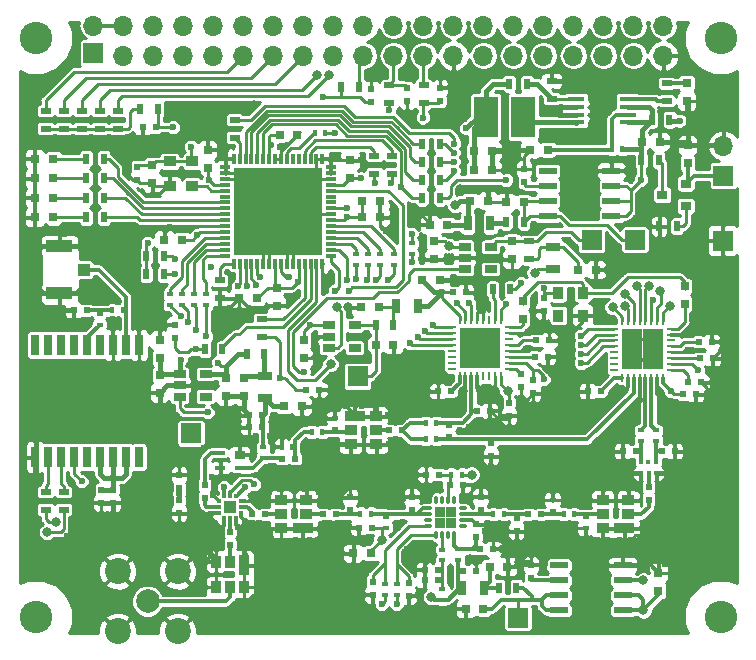
<source format=gbr>
%TF.GenerationSoftware,KiCad,Pcbnew,5.0.2-bee76a0~70~ubuntu18.04.1*%
%TF.CreationDate,2019-08-07T21:41:43+02:00*%
%TF.ProjectId,lohpi,6c6f6870-692e-46b6-9963-61645f706362,rev?*%
%TF.SameCoordinates,Original*%
%TF.FileFunction,Copper,L1,Top*%
%TF.FilePolarity,Positive*%
%FSLAX46Y46*%
G04 Gerber Fmt 4.6, Leading zero omitted, Abs format (unit mm)*
G04 Created by KiCad (PCBNEW 5.0.2-bee76a0~70~ubuntu18.04.1) date Wed 07 Aug 2019 21:41:43 SAST*
%MOMM*%
%LPD*%
G01*
G04 APERTURE LIST*
%TA.AperFunction,SMDPad,CuDef*%
%ADD10R,2.000000X3.500000*%
%TD*%
%TA.AperFunction,SMDPad,CuDef*%
%ADD11R,0.410000X0.330000*%
%TD*%
%TA.AperFunction,SMDPad,CuDef*%
%ADD12R,1.000000X0.900000*%
%TD*%
%TA.AperFunction,SMDPad,CuDef*%
%ADD13R,0.900000X1.000000*%
%TD*%
%TA.AperFunction,SMDPad,CuDef*%
%ADD14R,2.200000X1.050000*%
%TD*%
%TA.AperFunction,SMDPad,CuDef*%
%ADD15R,1.050000X1.000000*%
%TD*%
%TA.AperFunction,SMDPad,CuDef*%
%ADD16R,1.050000X0.810000*%
%TD*%
%TA.AperFunction,SMDPad,CuDef*%
%ADD17R,1.700000X0.810000*%
%TD*%
%TA.AperFunction,SMDPad,CuDef*%
%ADD18R,0.810000X1.050000*%
%TD*%
%TA.AperFunction,SMDPad,CuDef*%
%ADD19R,0.810000X1.700000*%
%TD*%
%TA.AperFunction,SMDPad,CuDef*%
%ADD20R,1.100000X1.100000*%
%TD*%
%TA.AperFunction,SMDPad,CuDef*%
%ADD21R,0.400000X0.300000*%
%TD*%
%TA.AperFunction,SMDPad,CuDef*%
%ADD22R,0.300000X0.400000*%
%TD*%
%TA.AperFunction,SMDPad,CuDef*%
%ADD23R,0.900000X0.300000*%
%TD*%
%TA.AperFunction,SMDPad,CuDef*%
%ADD24R,0.900000X0.700000*%
%TD*%
%TA.AperFunction,SMDPad,CuDef*%
%ADD25R,0.700000X1.800000*%
%TD*%
%TA.AperFunction,SMDPad,CuDef*%
%ADD26R,0.800000X1.800000*%
%TD*%
%TA.AperFunction,SMDPad,CuDef*%
%ADD27R,0.500000X0.900000*%
%TD*%
%TA.AperFunction,SMDPad,CuDef*%
%ADD28R,0.900000X0.500000*%
%TD*%
%TA.AperFunction,SMDPad,CuDef*%
%ADD29R,0.800000X0.800000*%
%TD*%
%TA.AperFunction,SMDPad,CuDef*%
%ADD30R,0.800000X0.750000*%
%TD*%
%TA.AperFunction,SMDPad,CuDef*%
%ADD31R,0.600000X0.400000*%
%TD*%
%TA.AperFunction,SMDPad,CuDef*%
%ADD32R,0.600000X0.500000*%
%TD*%
%TA.AperFunction,SMDPad,CuDef*%
%ADD33R,1.300000X0.700000*%
%TD*%
%TA.AperFunction,ComponentPad*%
%ADD34R,1.700000X1.700000*%
%TD*%
%TA.AperFunction,SMDPad,CuDef*%
%ADD35R,1.060000X0.650000*%
%TD*%
%TA.AperFunction,SMDPad,CuDef*%
%ADD36R,0.700000X1.300000*%
%TD*%
%TA.AperFunction,SMDPad,CuDef*%
%ADD37R,1.837500X1.837500*%
%TD*%
%TA.AperFunction,SMDPad,CuDef*%
%ADD38R,0.850000X0.300000*%
%TD*%
%TA.AperFunction,SMDPad,CuDef*%
%ADD39R,0.300000X0.850000*%
%TD*%
%TA.AperFunction,SMDPad,CuDef*%
%ADD40R,0.750000X0.800000*%
%TD*%
%TA.AperFunction,ComponentPad*%
%ADD41O,1.700000X1.700000*%
%TD*%
%TA.AperFunction,SMDPad,CuDef*%
%ADD42R,1.450000X0.450000*%
%TD*%
%TA.AperFunction,SMDPad,CuDef*%
%ADD43R,0.500000X0.600000*%
%TD*%
%TA.AperFunction,SMDPad,CuDef*%
%ADD44R,0.900000X0.900000*%
%TD*%
%TA.AperFunction,SMDPad,CuDef*%
%ADD45O,0.300000X0.750000*%
%TD*%
%TA.AperFunction,SMDPad,CuDef*%
%ADD46O,0.750000X0.300000*%
%TD*%
%TA.AperFunction,SMDPad,CuDef*%
%ADD47R,0.900000X0.800000*%
%TD*%
%TA.AperFunction,SMDPad,CuDef*%
%ADD48R,1.550000X0.600000*%
%TD*%
%TA.AperFunction,SMDPad,CuDef*%
%ADD49R,1.725000X1.725000*%
%TD*%
%TA.AperFunction,SMDPad,CuDef*%
%ADD50R,0.250000X0.700000*%
%TD*%
%TA.AperFunction,SMDPad,CuDef*%
%ADD51R,0.700000X0.250000*%
%TD*%
%TA.AperFunction,ComponentPad*%
%ADD52C,2.750000*%
%TD*%
%TA.AperFunction,SMDPad,CuDef*%
%ADD53R,0.400000X0.600000*%
%TD*%
%TA.AperFunction,ComponentPad*%
%ADD54C,2.000000*%
%TD*%
%TA.AperFunction,ComponentPad*%
%ADD55C,2.200000*%
%TD*%
%TA.AperFunction,ViaPad*%
%ADD56C,0.600000*%
%TD*%
%TA.AperFunction,ViaPad*%
%ADD57C,0.800000*%
%TD*%
%TA.AperFunction,Conductor*%
%ADD58C,0.400000*%
%TD*%
%TA.AperFunction,Conductor*%
%ADD59C,0.250000*%
%TD*%
%TA.AperFunction,Conductor*%
%ADD60C,0.320000*%
%TD*%
%TA.AperFunction,Conductor*%
%ADD61C,0.350000*%
%TD*%
%TA.AperFunction,Conductor*%
%ADD62C,0.360000*%
%TD*%
%TA.AperFunction,Conductor*%
%ADD63C,0.254000*%
%TD*%
G04 APERTURE END LIST*
D10*
%TO.P,L1,1*%
%TO.N,Net-(L1-Pad1)*%
X132791000Y-122174000D03*
%TO.P,L1,2*%
%TO.N,+1V8*%
X129591000Y-122174000D03*
%TD*%
D11*
%TO.P,U10,6*%
%TO.N,Net-(C51-Pad1)*%
X142723000Y-151384000D03*
%TO.P,U10,5*%
%TO.N,N/C*%
X143332200Y-151384000D03*
%TO.P,U10,4*%
%TO.N,Net-(C52-Pad2)*%
X144043000Y-151384000D03*
%TO.P,U10,3*%
%TO.N,GND*%
X144043000Y-152374000D03*
%TO.P,U10,2*%
%TO.N,Net-(C53-Pad1)*%
X143383000Y-152374000D03*
%TO.P,U10,1*%
%TO.N,GND*%
X142723000Y-152374000D03*
%TD*%
D12*
%TO.P,X1,2*%
%TO.N,GND*%
X102832989Y-128058195D03*
%TO.P,X1,3*%
%TO.N,/main_receiver/CLKHS*%
X104732989Y-128058195D03*
%TO.P,X1,4*%
%TO.N,+1V8*%
X104732989Y-125958195D03*
%TO.P,X1,1*%
X102832989Y-125958195D03*
%TD*%
D13*
%TO.P,X2,2*%
%TO.N,GND*%
X137829000Y-138999000D03*
%TO.P,X2,3*%
%TO.N,/rf_frontend/32Mhz_CLK*%
X137829000Y-137099000D03*
%TO.P,X2,4*%
%TO.N,/power_supply/VCC_RADIO_A*%
X135729000Y-137099000D03*
%TO.P,X2,1*%
%TO.N,N/C*%
X135729000Y-138999000D03*
%TD*%
D14*
%TO.P,J7,2*%
%TO.N,GND*%
X93508000Y-133128000D03*
X93508000Y-137128000D03*
D15*
%TO.P,J7,1*%
%TO.N,Net-(J7-Pad1)*%
X95558000Y-135128000D03*
%TD*%
D16*
%TO.P,U15,6*%
%TO.N,GND*%
X112272500Y-157019000D03*
%TO.P,U15,5*%
%TO.N,Net-(C76-Pad1)*%
X112272500Y-155829000D03*
%TO.P,U15,4*%
%TO.N,GND*%
X112272500Y-154639000D03*
%TO.P,U15,3*%
X114422500Y-154639000D03*
%TO.P,U15,2*%
%TO.N,Net-(C75-Pad1)*%
X114422500Y-155829000D03*
D17*
%TO.P,U15,1*%
%TO.N,GND*%
X114097500Y-157019000D03*
%TD*%
D16*
%TO.P,U11,6*%
%TO.N,GND*%
X139514000Y-157019000D03*
%TO.P,U11,5*%
%TO.N,Net-(R39-Pad1)*%
X139514000Y-155829000D03*
%TO.P,U11,4*%
%TO.N,GND*%
X139514000Y-154639000D03*
%TO.P,U11,3*%
X141664000Y-154639000D03*
%TO.P,U11,2*%
%TO.N,Net-(C53-Pad2)*%
X141664000Y-155829000D03*
D17*
%TO.P,U11,1*%
%TO.N,GND*%
X141339000Y-157019000D03*
%TD*%
D18*
%TO.P,U17,6*%
%TO.N,GND*%
X109140000Y-161984000D03*
%TO.P,U17,5*%
%TO.N,Net-(J9-Pad1)*%
X107950000Y-161984000D03*
%TO.P,U17,4*%
%TO.N,GND*%
X106760000Y-161984000D03*
%TO.P,U17,3*%
X106760000Y-159834000D03*
%TO.P,U17,2*%
%TO.N,Net-(C77-Pad1)*%
X107950000Y-159834000D03*
D19*
%TO.P,U17,1*%
%TO.N,GND*%
X109140000Y-160159000D03*
%TD*%
D16*
%TO.P,U12,6*%
%TO.N,GND*%
X120328000Y-147527000D03*
%TO.P,U12,5*%
%TO.N,Net-(C54-Pad1)*%
X120328000Y-148717000D03*
%TO.P,U12,4*%
%TO.N,GND*%
X120328000Y-149907000D03*
%TO.P,U12,3*%
X118178000Y-149907000D03*
%TO.P,U12,2*%
%TO.N,Net-(R42-Pad2)*%
X118178000Y-148717000D03*
D17*
%TO.P,U12,1*%
%TO.N,GND*%
X118503000Y-147527000D03*
%TD*%
D20*
%TO.P,U16,13*%
%TO.N,GND*%
X107950000Y-155194000D03*
D21*
%TO.P,U16,12*%
X107000000Y-155694000D03*
%TO.P,U16,11*%
%TO.N,/rf_frontend/RF_2*%
X107000000Y-155194000D03*
%TO.P,U16,10*%
%TO.N,GND*%
X107000000Y-154694000D03*
D22*
%TO.P,U16,9*%
%TO.N,/power_supply/VCC_RADIO_A*%
X107450000Y-154244000D03*
%TO.P,U16,8*%
%TO.N,/main_receiver/RADIO_A_EN*%
X107950000Y-154244000D03*
%TO.P,U16,7*%
%TO.N,/main_receiver/LNA_A_EN*%
X108450000Y-154244000D03*
D21*
%TO.P,U16,6*%
%TO.N,GND*%
X108900000Y-154694000D03*
%TO.P,U16,5*%
%TO.N,/rf_frontend/RF1*%
X108900000Y-155194000D03*
%TO.P,U16,4*%
%TO.N,GND*%
X108900000Y-155694000D03*
D22*
%TO.P,U16,3*%
X108450000Y-156144000D03*
%TO.P,U16,2*%
%TO.N,Net-(C77-Pad2)*%
X107950000Y-156144000D03*
%TO.P,U16,1*%
%TO.N,GND*%
X107450000Y-156144000D03*
%TD*%
D23*
%TO.P,U13,4*%
%TO.N,GND*%
X107115000Y-151907000D03*
%TO.P,U13,3*%
%TO.N,Net-(C68-Pad2)*%
X107115000Y-150607000D03*
D24*
%TO.P,U13,2*%
%TO.N,GND*%
X108785000Y-150807000D03*
D23*
%TO.P,U13,1*%
%TO.N,Net-(C58-Pad1)*%
X108785000Y-151907000D03*
%TD*%
D25*
%TO.P,U18,18*%
%TO.N,Net-(U18-Pad18)*%
X91440000Y-141503000D03*
D26*
%TO.P,U18,17*%
%TO.N,Net-(U18-Pad17)*%
X92540000Y-141503000D03*
%TO.P,U18,16*%
%TO.N,Net-(U18-Pad16)*%
X93640000Y-141503000D03*
%TO.P,U18,15*%
%TO.N,Net-(U18-Pad15)*%
X94740000Y-141503000D03*
%TO.P,U18,14*%
%TO.N,Net-(R52-Pad2)*%
X95840000Y-141503000D03*
%TO.P,U18,13*%
%TO.N,Net-(U18-Pad13)*%
X96940000Y-141503000D03*
%TO.P,U18,12*%
%TO.N,GND*%
X98040000Y-141503000D03*
%TO.P,U18,11*%
%TO.N,Net-(J7-Pad1)*%
X99140000Y-141503000D03*
D25*
%TO.P,U18,10*%
%TO.N,GND*%
X100240000Y-141503000D03*
%TO.P,U18,9*%
%TO.N,Net-(U18-Pad9)*%
X100240000Y-151003000D03*
D26*
%TO.P,U18,8*%
%TO.N,+3V3*%
X99140000Y-151003000D03*
%TO.P,U18,7*%
X98040000Y-151003000D03*
%TO.P,U18,6*%
X96940000Y-151003000D03*
%TO.P,U18,5*%
%TO.N,Net-(U18-Pad5)*%
X95840000Y-151003000D03*
%TO.P,U18,4*%
%TO.N,/main_receiver/1PPS*%
X94740000Y-151003000D03*
%TO.P,U18,3*%
%TO.N,/main_receiver/GPS_RX*%
X93640000Y-151003000D03*
%TO.P,U18,2*%
%TO.N,/main_receiver/GPS_TX*%
X92540000Y-151003000D03*
D25*
%TO.P,U18,1*%
%TO.N,GND*%
X91440000Y-151003000D03*
%TD*%
D27*
%TO.P,R13,2*%
%TO.N,/main_receiver/RPI_MOSI*%
X118860000Y-119634000D03*
%TO.P,R13,1*%
%TO.N,/main_receiver/MOSI*%
X117360000Y-119634000D03*
%TD*%
D28*
%TO.P,R14,2*%
%TO.N,/main_receiver/RPI_MISO*%
X121412000Y-119519000D03*
%TO.P,R14,1*%
%TO.N,/main_receiver/MISO*%
X121412000Y-121019000D03*
%TD*%
D29*
%TO.P,D4,2*%
%TO.N,Net-(D4-Pad2)*%
X93002000Y-125730000D03*
%TO.P,D4,1*%
%TO.N,GND*%
X91402000Y-125730000D03*
%TD*%
D30*
%TO.P,C28,2*%
%TO.N,GND*%
X108712000Y-137541000D03*
%TO.P,C28,1*%
%TO.N,+1V8*%
X110212000Y-137541000D03*
%TD*%
D31*
%TO.P,L5,1*%
%TO.N,Net-(C58-Pad1)*%
X110744000Y-151072000D03*
%TO.P,L5,2*%
%TO.N,/power_supply/VCC_LNA_A*%
X110744000Y-150172000D03*
%TD*%
D32*
%TO.P,C61,2*%
%TO.N,/power_supply/VCC_LNA_A*%
X110659000Y-147447000D03*
%TO.P,C61,1*%
%TO.N,GND*%
X109559000Y-147447000D03*
%TD*%
%TO.P,C64,1*%
%TO.N,GND*%
X109559000Y-148463000D03*
%TO.P,C64,2*%
%TO.N,/power_supply/VCC_LNA_A*%
X110659000Y-148463000D03*
%TD*%
D33*
%TO.P,L13,1*%
%TO.N,Net-(C86-Pad1)*%
X110871000Y-144084000D03*
%TO.P,L13,2*%
%TO.N,/power_supply/VCC_LNA_A*%
X110871000Y-145984000D03*
%TD*%
D34*
%TO.P,J5,1*%
%TO.N,Net-(C16-Pad1)*%
X118745000Y-144145000D03*
%TD*%
%TO.P,J6,1*%
%TO.N,Net-(C17-Pad1)*%
X104648000Y-148971000D03*
%TD*%
D35*
%TO.P,U6,5*%
%TO.N,Net-(C17-Pad1)*%
X105875000Y-143957000D03*
%TO.P,U6,4*%
%TO.N,Net-(U6-Pad4)*%
X105875000Y-145857000D03*
%TO.P,U6,3*%
%TO.N,/main_receiver/LNA_A_EN*%
X103675000Y-145857000D03*
%TO.P,U6,2*%
%TO.N,GND*%
X103675000Y-144907000D03*
%TO.P,U6,1*%
%TO.N,+5V*%
X103675000Y-143957000D03*
%TD*%
D36*
%TO.P,L10,1*%
%TO.N,Net-(C87-Pad1)*%
X129474000Y-162052000D03*
%TO.P,L10,2*%
%TO.N,/power_supply/VCC_PA*%
X127574000Y-162052000D03*
%TD*%
D30*
%TO.P,C14,2*%
%TO.N,GND*%
X127901000Y-163830000D03*
%TO.P,C14,1*%
%TO.N,Net-(C14-Pad1)*%
X129401000Y-163830000D03*
%TD*%
D27*
%TO.P,R12,2*%
%TO.N,Net-(C17-Pad1)*%
X109359000Y-142240000D03*
%TO.P,R12,1*%
%TO.N,Net-(C86-Pad1)*%
X110859000Y-142240000D03*
%TD*%
D28*
%TO.P,R33,2*%
%TO.N,Net-(R33-Pad2)*%
X121666000Y-125488000D03*
%TO.P,R33,1*%
%TO.N,/main_receiver/B_Q_RX*%
X121666000Y-126988000D03*
%TD*%
D27*
%TO.P,R35,1*%
%TO.N,/main_receiver/B_CLK_OUT*%
X130187000Y-136779000D03*
%TO.P,R35,2*%
%TO.N,Net-(R35-Pad2)*%
X131687000Y-136779000D03*
%TD*%
D37*
%TO.P,U7,65*%
%TO.N,GND*%
X109257750Y-132931250D03*
X111095250Y-132931250D03*
X112932750Y-132931250D03*
X114770250Y-132931250D03*
X109257750Y-131093750D03*
X111095250Y-131093750D03*
X112932750Y-131093750D03*
X114770250Y-131093750D03*
X109257750Y-129256250D03*
X111095250Y-129256250D03*
X112932750Y-129256250D03*
X114770250Y-129256250D03*
X109257750Y-127418750D03*
X111095250Y-127418750D03*
X112932750Y-127418750D03*
X114770250Y-127418750D03*
D38*
%TO.P,U7,64*%
%TO.N,Net-(R56-Pad1)*%
X107564000Y-133925000D03*
%TO.P,U7,63*%
%TO.N,Net-(R57-Pad1)*%
X107564000Y-133425000D03*
%TO.P,U7,62*%
%TO.N,Net-(R58-Pad1)*%
X107564000Y-132925000D03*
%TO.P,U7,61*%
%TO.N,Net-(R60-Pad1)*%
X107564000Y-132425000D03*
%TO.P,U7,60*%
%TO.N,+1V8*%
X107564000Y-131925000D03*
%TO.P,U7,59*%
%TO.N,GND*%
X107564000Y-131425000D03*
%TO.P,U7,58*%
%TO.N,/main_receiver/GPIO[0]*%
X107564000Y-130925000D03*
%TO.P,U7,57*%
%TO.N,/main_receiver/GPIO[1]*%
X107564000Y-130425000D03*
%TO.P,U7,56*%
%TO.N,/main_receiver/GPIO[2]*%
X107564000Y-129925000D03*
%TO.P,U7,55*%
%TO.N,/main_receiver/GPIO[3]*%
X107564000Y-129425000D03*
%TO.P,U7,54*%
%TO.N,N/C*%
X107564000Y-128925000D03*
%TO.P,U7,53*%
%TO.N,/main_receiver/CLKHS*%
X107564000Y-128425000D03*
%TO.P,U7,52*%
%TO.N,+3V3*%
X107564000Y-127925000D03*
%TO.P,U7,51*%
%TO.N,GND*%
X107564000Y-127425000D03*
%TO.P,U7,50*%
X107564000Y-126925000D03*
%TO.P,U7,49*%
X107564000Y-126425000D03*
D39*
%TO.P,U7,48*%
X108264000Y-125725000D03*
%TO.P,U7,47*%
%TO.N,Net-(R29-Pad2)*%
X108764000Y-125725000D03*
%TO.P,U7,46*%
%TO.N,Net-(R30-Pad2)*%
X109264000Y-125725000D03*
%TO.P,U7,45*%
%TO.N,Net-(R31-Pad2)*%
X109764000Y-125725000D03*
%TO.P,U7,44*%
%TO.N,Net-(R32-Pad2)*%
X110264000Y-125725000D03*
%TO.P,U7,43*%
%TO.N,Net-(R35-Pad2)*%
X110764000Y-125725000D03*
%TO.P,U7,42*%
%TO.N,+1V8*%
X111264000Y-125725000D03*
%TO.P,U7,41*%
%TO.N,GND*%
X111764000Y-125725000D03*
%TO.P,U7,40*%
X112264000Y-125725000D03*
%TO.P,U7,39*%
%TO.N,Net-(R65-Pad2)*%
X112764000Y-125725000D03*
%TO.P,U7,38*%
%TO.N,Net-(U7-Pad38)*%
X113264000Y-125725000D03*
%TO.P,U7,37*%
%TO.N,Net-(U7-Pad37)*%
X113764000Y-125725000D03*
%TO.P,U7,36*%
%TO.N,Net-(R33-Pad2)*%
X114264000Y-125725000D03*
%TO.P,U7,35*%
%TO.N,Net-(R34-Pad2)*%
X114764000Y-125725000D03*
%TO.P,U7,34*%
%TO.N,GND*%
X115264000Y-125725000D03*
%TO.P,U7,33*%
X115764000Y-125725000D03*
D38*
%TO.P,U7,32*%
X116464000Y-126425000D03*
%TO.P,U7,31*%
X116464000Y-126925000D03*
%TO.P,U7,30*%
X116464000Y-127425000D03*
%TO.P,U7,29*%
%TO.N,+3V3*%
X116464000Y-127925000D03*
%TO.P,U7,28*%
%TO.N,/main_receiver/RADIO_B_EN*%
X116464000Y-128425000D03*
%TO.P,U7,27*%
%TO.N,Net-(U7-Pad27)*%
X116464000Y-128925000D03*
%TO.P,U7,26*%
%TO.N,Net-(U7-Pad26)*%
X116464000Y-129425000D03*
%TO.P,U7,25*%
%TO.N,Net-(R64-Pad2)*%
X116464000Y-129925000D03*
%TO.P,U7,24*%
%TO.N,GND*%
X116464000Y-130425000D03*
%TO.P,U7,23*%
%TO.N,+1V8*%
X116464000Y-130925000D03*
%TO.P,U7,22*%
%TO.N,Net-(R63-Pad2)*%
X116464000Y-131425000D03*
%TO.P,U7,21*%
%TO.N,Net-(R62-Pad2)*%
X116464000Y-131925000D03*
%TO.P,U7,20*%
%TO.N,Net-(R61-Pad2)*%
X116464000Y-132425000D03*
%TO.P,U7,19*%
%TO.N,Net-(R59-Pad2)*%
X116464000Y-132925000D03*
%TO.P,U7,18*%
%TO.N,/main_receiver/PA_G8*%
X116464000Y-133425000D03*
%TO.P,U7,17*%
%TO.N,/main_receiver/PA_G16*%
X116464000Y-133925000D03*
D39*
%TO.P,U7,16*%
%TO.N,GND*%
X115764000Y-134625000D03*
%TO.P,U7,15*%
%TO.N,/main_receiver/PA_A_EN*%
X115264000Y-134625000D03*
%TO.P,U7,14*%
%TO.N,Net-(R27-Pad1)*%
X114764000Y-134625000D03*
%TO.P,U7,13*%
%TO.N,Net-(R25-Pad1)*%
X114264000Y-134625000D03*
%TO.P,U7,12*%
%TO.N,+1V8*%
X113764000Y-134625000D03*
%TO.P,U7,11*%
%TO.N,GND*%
X113264000Y-134625000D03*
%TO.P,U7,10*%
X112764000Y-134625000D03*
%TO.P,U7,9*%
%TO.N,Net-(R51-Pad1)*%
X112264000Y-134625000D03*
%TO.P,U7,8*%
%TO.N,+1V8*%
X111764000Y-134625000D03*
%TO.P,U7,7*%
%TO.N,GND*%
X111264000Y-134625000D03*
%TO.P,U7,6*%
X110764000Y-134625000D03*
%TO.P,U7,5*%
%TO.N,/main_receiver/SPI_SS*%
X110264000Y-134625000D03*
%TO.P,U7,4*%
%TO.N,/main_receiver/MOSI*%
X109764000Y-134625000D03*
%TO.P,U7,3*%
%TO.N,/main_receiver/MISO*%
X109264000Y-134625000D03*
%TO.P,U7,2*%
%TO.N,/main_receiver/SCLK*%
X108764000Y-134625000D03*
%TO.P,U7,1*%
%TO.N,Net-(R24-Pad1)*%
X108264000Y-134625000D03*
%TD*%
D40*
%TO.P,C79,1*%
%TO.N,+1V8*%
X111887000Y-136652000D03*
%TO.P,C79,2*%
%TO.N,GND*%
X111887000Y-138152000D03*
%TD*%
D30*
%TO.P,C24,2*%
%TO.N,GND*%
X120638000Y-130683000D03*
%TO.P,C24,1*%
%TO.N,+1V8*%
X119138000Y-130683000D03*
%TD*%
D35*
%TO.P,U5,5*%
%TO.N,Net-(C16-Pad1)*%
X118491000Y-139827000D03*
%TO.P,U5,4*%
%TO.N,Net-(U5-Pad4)*%
X118491000Y-141727000D03*
%TO.P,U5,3*%
%TO.N,/main_receiver/RADIO_B_EN*%
X116291000Y-141727000D03*
%TO.P,U5,2*%
%TO.N,GND*%
X116291000Y-140777000D03*
%TO.P,U5,1*%
%TO.N,+5V*%
X116291000Y-139827000D03*
%TD*%
D28*
%TO.P,R25,2*%
%TO.N,/main_receiver/RADIO_A_EN*%
X110617000Y-140831000D03*
%TO.P,R25,1*%
%TO.N,Net-(R25-Pad1)*%
X110617000Y-139331000D03*
%TD*%
D30*
%TO.P,C37,2*%
%TO.N,GND*%
X120638000Y-129286000D03*
%TO.P,C37,1*%
%TO.N,+1V8*%
X119138000Y-129286000D03*
%TD*%
D35*
%TO.P,U4,1*%
%TO.N,+5V*%
X127805000Y-133162000D03*
%TO.P,U4,2*%
%TO.N,GND*%
X127805000Y-134112000D03*
%TO.P,U4,3*%
%TO.N,/main_receiver/RADIO_A_EN*%
X127805000Y-135062000D03*
%TO.P,U4,4*%
%TO.N,Net-(U4-Pad4)*%
X130005000Y-135062000D03*
%TO.P,U4,5*%
%TO.N,Net-(C15-Pad1)*%
X130005000Y-133162000D03*
%TD*%
D32*
%TO.P,C44,1*%
%TO.N,GND*%
X147828000Y-144653000D03*
%TO.P,C44,2*%
%TO.N,Net-(C44-Pad2)*%
X146728000Y-144653000D03*
%TD*%
D31*
%TO.P,L7,2*%
%TO.N,/power_supply/VCC_PA*%
X121158000Y-156977500D03*
%TO.P,L7,1*%
%TO.N,Net-(C72-Pad1)*%
X121158000Y-156077500D03*
%TD*%
D27*
%TO.P,R32,1*%
%TO.N,/main_receiver/A_I_RX*%
X125718000Y-127508000D03*
%TO.P,R32,2*%
%TO.N,Net-(R32-Pad2)*%
X124218000Y-127508000D03*
%TD*%
D41*
%TO.P,J8,40*%
%TO.N,Net-(J8-Pad40)*%
X144630000Y-114460000D03*
%TO.P,J8,39*%
%TO.N,GND*%
X144630000Y-117000000D03*
%TO.P,J8,38*%
%TO.N,Net-(J8-Pad38)*%
X142090000Y-114460000D03*
%TO.P,J8,37*%
%TO.N,Net-(J8-Pad37)*%
X142090000Y-117000000D03*
%TO.P,J8,36*%
%TO.N,Net-(J8-Pad36)*%
X139550000Y-114460000D03*
%TO.P,J8,35*%
%TO.N,Net-(J8-Pad35)*%
X139550000Y-117000000D03*
%TO.P,J8,34*%
%TO.N,GND*%
X137010000Y-114460000D03*
%TO.P,J8,33*%
%TO.N,Net-(J8-Pad33)*%
X137010000Y-117000000D03*
%TO.P,J8,32*%
%TO.N,Net-(J8-Pad32)*%
X134470000Y-114460000D03*
%TO.P,J8,31*%
%TO.N,/main_receiver/RPI_SS5*%
X134470000Y-117000000D03*
%TO.P,J8,30*%
%TO.N,GND*%
X131930000Y-114460000D03*
%TO.P,J8,29*%
%TO.N,/main_receiver/RPI_SS4*%
X131930000Y-117000000D03*
%TO.P,J8,28*%
%TO.N,Net-(J8-Pad28)*%
X129390000Y-114460000D03*
%TO.P,J8,27*%
%TO.N,Net-(J8-Pad27)*%
X129390000Y-117000000D03*
%TO.P,J8,26*%
%TO.N,Net-(J8-Pad26)*%
X126850000Y-114460000D03*
%TO.P,J8,25*%
%TO.N,GND*%
X126850000Y-117000000D03*
%TO.P,J8,24*%
%TO.N,Net-(J8-Pad24)*%
X124310000Y-114460000D03*
%TO.P,J8,23*%
%TO.N,/main_receiver/RPI_SCLK*%
X124310000Y-117000000D03*
%TO.P,J8,22*%
%TO.N,Net-(J8-Pad22)*%
X121770000Y-114460000D03*
%TO.P,J8,21*%
%TO.N,/main_receiver/RPI_MISO*%
X121770000Y-117000000D03*
%TO.P,J8,20*%
%TO.N,GND*%
X119230000Y-114460000D03*
%TO.P,J8,19*%
%TO.N,/main_receiver/RPI_MOSI*%
X119230000Y-117000000D03*
%TO.P,J8,18*%
%TO.N,Net-(J8-Pad18)*%
X116690000Y-114460000D03*
%TO.P,J8,17*%
%TO.N,Net-(J8-Pad17)*%
X116690000Y-117000000D03*
%TO.P,J8,16*%
%TO.N,Net-(J8-Pad16)*%
X114150000Y-114460000D03*
%TO.P,J8,15*%
%TO.N,/main_receiver/RPI_SS3*%
X114150000Y-117000000D03*
%TO.P,J8,14*%
%TO.N,GND*%
X111610000Y-114460000D03*
%TO.P,J8,13*%
%TO.N,/main_receiver/RPI_SS2*%
X111610000Y-117000000D03*
%TO.P,J8,12*%
%TO.N,Net-(J8-Pad12)*%
X109070000Y-114460000D03*
%TO.P,J8,11*%
%TO.N,/main_receiver/RPI_SS1*%
X109070000Y-117000000D03*
%TO.P,J8,10*%
%TO.N,Net-(J8-Pad10)*%
X106530000Y-114460000D03*
%TO.P,J8,9*%
%TO.N,GND*%
X106530000Y-117000000D03*
%TO.P,J8,8*%
%TO.N,Net-(J8-Pad8)*%
X103990000Y-114460000D03*
%TO.P,J8,7*%
%TO.N,Net-(J8-Pad7)*%
X103990000Y-117000000D03*
%TO.P,J8,6*%
%TO.N,GND*%
X101450000Y-114460000D03*
%TO.P,J8,5*%
%TO.N,Net-(J8-Pad5)*%
X101450000Y-117000000D03*
%TO.P,J8,4*%
%TO.N,/main_receiver/RPI_5v*%
X98910000Y-114460000D03*
%TO.P,J8,3*%
%TO.N,Net-(J8-Pad3)*%
X98910000Y-117000000D03*
%TO.P,J8,2*%
%TO.N,/main_receiver/RPI_5v*%
X96370000Y-114460000D03*
D34*
%TO.P,J8,1*%
%TO.N,Net-(J8-Pad1)*%
X96370000Y-116770000D03*
%TD*%
D30*
%TO.P,C25,2*%
%TO.N,GND*%
X113653000Y-123698000D03*
%TO.P,C25,1*%
%TO.N,+1V8*%
X112153000Y-123698000D03*
%TD*%
D28*
%TO.P,R24,1*%
%TO.N,Net-(R24-Pad1)*%
X107061000Y-136029000D03*
%TO.P,R24,2*%
%TO.N,GND*%
X107061000Y-137529000D03*
%TD*%
D42*
%TO.P,U2,8*%
%TO.N,Net-(L1-Pad1)*%
X137246000Y-122641000D03*
%TO.P,U2,7*%
%TO.N,GND*%
X137246000Y-121991000D03*
%TO.P,U2,6*%
X137246000Y-121341000D03*
%TO.P,U2,5*%
%TO.N,Net-(R7-Pad2)*%
X137246000Y-120691000D03*
%TO.P,U2,4*%
%TO.N,Net-(R2-Pad1)*%
X141646000Y-120691000D03*
%TO.P,U2,3*%
%TO.N,+5V*%
X141646000Y-121341000D03*
%TO.P,U2,2*%
%TO.N,Net-(C3-Pad1)*%
X141646000Y-121991000D03*
%TO.P,U2,1*%
%TO.N,+5V*%
X141646000Y-122641000D03*
%TD*%
D30*
%TO.P,C7,1*%
%TO.N,Net-(C7-Pad1)*%
X132830000Y-129413000D03*
%TO.P,C7,2*%
%TO.N,GND*%
X131330000Y-129413000D03*
%TD*%
D31*
%TO.P,R38,1*%
%TO.N,Net-(C52-Pad2)*%
X144018000Y-149624200D03*
%TO.P,R38,2*%
%TO.N,Net-(R38-Pad2)*%
X144018000Y-148724200D03*
%TD*%
D43*
%TO.P,C62,2*%
%TO.N,GND*%
X128778000Y-156676000D03*
%TO.P,C62,1*%
%TO.N,Net-(C59-Pad1)*%
X128778000Y-157776000D03*
%TD*%
D32*
%TO.P,C56,2*%
%TO.N,Net-(C56-Pad2)*%
X133181000Y-155829000D03*
%TO.P,C56,1*%
%TO.N,Net-(C56-Pad1)*%
X134281000Y-155829000D03*
%TD*%
%TO.P,C66,1*%
%TO.N,GND*%
X124418000Y-161417000D03*
%TO.P,C66,2*%
%TO.N,Net-(C66-Pad2)*%
X125518000Y-161417000D03*
%TD*%
D31*
%TO.P,R47,1*%
%TO.N,Net-(C66-Pad2)*%
X125933200Y-162179000D03*
%TO.P,R47,2*%
%TO.N,/power_supply/VCC_PA*%
X125933200Y-163079000D03*
%TD*%
D43*
%TO.P,C73,1*%
%TO.N,GND*%
X120015000Y-162644000D03*
%TO.P,C73,2*%
%TO.N,Net-(C73-Pad2)*%
X120015000Y-161544000D03*
%TD*%
D27*
%TO.P,R9,1*%
%TO.N,Net-(C87-Pad1)*%
X130695000Y-162052000D03*
%TO.P,R9,2*%
%TO.N,Net-(C14-Pad1)*%
X132195000Y-162052000D03*
%TD*%
D44*
%TO.P,U14,17*%
%TO.N,GND*%
X126630000Y-156538500D03*
X126630000Y-155638500D03*
X125730000Y-156538500D03*
X125730000Y-155638500D03*
D45*
%TO.P,U14,16*%
%TO.N,Net-(C59-Pad1)*%
X126930000Y-157563500D03*
%TO.P,U14,15*%
%TO.N,N/C*%
X126430000Y-157563500D03*
%TO.P,U14,14*%
%TO.N,Net-(L6-Pad2)*%
X125930000Y-157563500D03*
%TO.P,U14,13*%
%TO.N,Net-(C69-Pad2)*%
X125430000Y-157563500D03*
D46*
%TO.P,U14,12*%
%TO.N,Net-(C73-Pad2)*%
X124705000Y-156838500D03*
%TO.P,U14,11*%
%TO.N,N/C*%
X124705000Y-156338500D03*
%TO.P,U14,10*%
%TO.N,Net-(C72-Pad1)*%
X124705000Y-155838500D03*
%TO.P,U14,9*%
X124705000Y-155338500D03*
D45*
%TO.P,U14,8*%
%TO.N,N/C*%
X125430000Y-154613500D03*
%TO.P,U14,7*%
X125930000Y-154613500D03*
%TO.P,U14,6*%
%TO.N,Net-(C63-Pad1)*%
X126430000Y-154613500D03*
%TO.P,U14,5*%
%TO.N,N/C*%
X126930000Y-154613500D03*
D46*
%TO.P,U14,4*%
X127655000Y-155338500D03*
%TO.P,U14,3*%
%TO.N,Net-(C60-Pad1)*%
X127655000Y-155838500D03*
%TO.P,U14,2*%
%TO.N,GND*%
X127655000Y-156338500D03*
%TO.P,U14,1*%
%TO.N,N/C*%
X127655000Y-156838500D03*
%TD*%
D31*
%TO.P,R49,2*%
%TO.N,Net-(C73-Pad2)*%
X121031000Y-161729000D03*
%TO.P,R49,1*%
%TO.N,/main_receiver/PA_G8*%
X121031000Y-162629000D03*
%TD*%
%TO.P,R44,1*%
%TO.N,/power_supply/VCC_PA*%
X127254000Y-159708000D03*
%TO.P,R44,2*%
%TO.N,Net-(C59-Pad1)*%
X127254000Y-158808000D03*
%TD*%
D43*
%TO.P,C72,2*%
%TO.N,GND*%
X123317000Y-154348000D03*
%TO.P,C72,1*%
%TO.N,Net-(C72-Pad1)*%
X123317000Y-155448000D03*
%TD*%
D31*
%TO.P,R39,2*%
%TO.N,GND*%
X138049000Y-156983000D03*
%TO.P,R39,1*%
%TO.N,Net-(R39-Pad1)*%
X138049000Y-156083000D03*
%TD*%
D32*
%TO.P,C58,1*%
%TO.N,Net-(C58-Pad1)*%
X112353000Y-151130000D03*
%TO.P,C58,2*%
%TO.N,Net-(C58-Pad2)*%
X113453000Y-151130000D03*
%TD*%
D43*
%TO.P,C77,1*%
%TO.N,Net-(C77-Pad1)*%
X107950000Y-158411000D03*
%TO.P,C77,2*%
%TO.N,Net-(C77-Pad2)*%
X107950000Y-157311000D03*
%TD*%
D40*
%TO.P,C15,1*%
%TO.N,Net-(C15-Pad1)*%
X131826000Y-132727000D03*
%TO.P,C15,2*%
%TO.N,GND*%
X131826000Y-134227000D03*
%TD*%
D28*
%TO.P,R10,2*%
%TO.N,Net-(C15-Pad1)*%
X133223000Y-132727000D03*
%TO.P,R10,1*%
%TO.N,Net-(C84-Pad1)*%
X133223000Y-134227000D03*
%TD*%
D40*
%TO.P,C1,1*%
%TO.N,+5V*%
X101981000Y-144030000D03*
%TO.P,C1,2*%
%TO.N,GND*%
X101981000Y-145530000D03*
%TD*%
%TO.P,C2,2*%
%TO.N,GND*%
X114173000Y-142597000D03*
%TO.P,C2,1*%
%TO.N,+5V*%
X114173000Y-141097000D03*
%TD*%
D30*
%TO.P,C3,2*%
%TO.N,GND*%
X133362000Y-124968000D03*
%TO.P,C3,1*%
%TO.N,Net-(C3-Pad1)*%
X134862000Y-124968000D03*
%TD*%
D40*
%TO.P,C4,2*%
%TO.N,GND*%
X146621500Y-120828500D03*
%TO.P,C4,1*%
%TO.N,Net-(C4-Pad1)*%
X146621500Y-119328500D03*
%TD*%
%TO.P,C5,2*%
%TO.N,GND*%
X146685000Y-124599000D03*
%TO.P,C5,1*%
%TO.N,Net-(C5-Pad1)*%
X146685000Y-126099000D03*
%TD*%
D30*
%TO.P,C8,1*%
%TO.N,+1V8*%
X128599500Y-125095000D03*
%TO.P,C8,2*%
%TO.N,GND*%
X130099500Y-125095000D03*
%TD*%
D40*
%TO.P,C9,2*%
%TO.N,GND*%
X101981000Y-141109000D03*
%TO.P,C9,1*%
%TO.N,+5V*%
X101981000Y-142609000D03*
%TD*%
D30*
%TO.P,C10,2*%
%TO.N,GND*%
X144323500Y-124269500D03*
%TO.P,C10,1*%
%TO.N,+5V*%
X142823500Y-124269500D03*
%TD*%
D40*
%TO.P,C11,1*%
%TO.N,+5V*%
X144225734Y-162292130D03*
%TO.P,C11,2*%
%TO.N,GND*%
X144225734Y-160792130D03*
%TD*%
%TO.P,C12,1*%
%TO.N,+5V*%
X125222000Y-132727000D03*
%TO.P,C12,2*%
%TO.N,GND*%
X125222000Y-134227000D03*
%TD*%
D30*
%TO.P,C16,1*%
%TO.N,Net-(C16-Pad1)*%
X120281000Y-141478000D03*
%TO.P,C16,2*%
%TO.N,GND*%
X121781000Y-141478000D03*
%TD*%
D40*
%TO.P,C17,1*%
%TO.N,Net-(C17-Pad1)*%
X107569000Y-144284000D03*
%TO.P,C17,2*%
%TO.N,GND*%
X107569000Y-145784000D03*
%TD*%
D30*
%TO.P,C26,1*%
%TO.N,+1V8*%
X103886000Y-132588000D03*
%TO.P,C26,2*%
%TO.N,GND*%
X102386000Y-132588000D03*
%TD*%
D40*
%TO.P,C27,1*%
%TO.N,+1V8*%
X101369989Y-126258195D03*
%TO.P,C27,2*%
%TO.N,GND*%
X101369989Y-127758195D03*
%TD*%
D30*
%TO.P,C29,1*%
%TO.N,+1V8*%
X128599500Y-126682500D03*
%TO.P,C29,2*%
%TO.N,GND*%
X130099500Y-126682500D03*
%TD*%
%TO.P,C30,2*%
%TO.N,GND*%
X129782000Y-129286000D03*
%TO.P,C30,1*%
%TO.N,+3V3*%
X128282000Y-129286000D03*
%TD*%
D40*
%TO.P,C31,1*%
%TO.N,+3V3*%
X118110000Y-127369000D03*
%TO.P,C31,2*%
%TO.N,GND*%
X118110000Y-125869000D03*
%TD*%
%TO.P,C32,2*%
%TO.N,GND*%
X106045000Y-124968000D03*
%TO.P,C32,1*%
%TO.N,+3V3*%
X106045000Y-126468000D03*
%TD*%
D30*
%TO.P,C33,1*%
%TO.N,+3V3*%
X126341000Y-131318000D03*
%TO.P,C33,2*%
%TO.N,GND*%
X124841000Y-131318000D03*
%TD*%
D29*
%TO.P,D1,1*%
%TO.N,GND*%
X91402000Y-130683000D03*
%TO.P,D1,2*%
%TO.N,Net-(D1-Pad2)*%
X93002000Y-130683000D03*
%TD*%
%TO.P,D2,2*%
%TO.N,Net-(D2-Pad2)*%
X93002000Y-129032000D03*
%TO.P,D2,1*%
%TO.N,GND*%
X91402000Y-129032000D03*
%TD*%
%TO.P,D3,1*%
%TO.N,GND*%
X91402000Y-127381000D03*
%TO.P,D3,2*%
%TO.N,Net-(D3-Pad2)*%
X93002000Y-127381000D03*
%TD*%
D41*
%TO.P,J1,2*%
%TO.N,GND*%
X149710000Y-124620000D03*
D34*
%TO.P,J1,1*%
%TO.N,Net-(C5-Pad1)*%
X149710000Y-127160000D03*
%TD*%
D47*
%TO.P,Q1,3*%
%TO.N,Net-(Q1-Pad3)*%
X144542000Y-128778000D03*
%TO.P,Q1,2*%
%TO.N,Net-(C5-Pad1)*%
X146542000Y-127828000D03*
%TO.P,Q1,1*%
%TO.N,Net-(Q1-Pad1)*%
X146542000Y-129728000D03*
%TD*%
D28*
%TO.P,R2,2*%
%TO.N,Net-(C4-Pad1)*%
X144907000Y-119328500D03*
%TO.P,R2,1*%
%TO.N,Net-(R2-Pad1)*%
X144907000Y-120828500D03*
%TD*%
D27*
%TO.P,R3,1*%
%TO.N,Net-(Q1-Pad1)*%
X145784000Y-131445000D03*
%TO.P,R3,2*%
%TO.N,GND*%
X144284000Y-131445000D03*
%TD*%
%TO.P,R4,1*%
%TO.N,+5V*%
X142760000Y-125857000D03*
%TO.P,R4,2*%
%TO.N,Net-(Q1-Pad3)*%
X144260000Y-125857000D03*
%TD*%
%TO.P,R5,2*%
%TO.N,/main_receiver/RPI_5v*%
X145149000Y-122428000D03*
%TO.P,R5,1*%
%TO.N,+5V*%
X143649000Y-122428000D03*
%TD*%
%TO.P,R6,2*%
%TO.N,Net-(C7-Pad1)*%
X132830000Y-131064000D03*
%TO.P,R6,1*%
%TO.N,Net-(L9-Pad1)*%
X131330000Y-131064000D03*
%TD*%
%TO.P,R7,2*%
%TO.N,Net-(R7-Pad2)*%
X133084000Y-119380000D03*
%TO.P,R7,1*%
%TO.N,+1V8*%
X131584000Y-119380000D03*
%TD*%
D28*
%TO.P,R8,1*%
%TO.N,Net-(R7-Pad2)*%
X135191500Y-120638000D03*
%TO.P,R8,2*%
%TO.N,GND*%
X135191500Y-119138000D03*
%TD*%
D27*
%TO.P,R11,1*%
%TO.N,Net-(C85-Pad1)*%
X121769000Y-139827000D03*
%TO.P,R11,2*%
%TO.N,Net-(C16-Pad1)*%
X120269000Y-139827000D03*
%TD*%
D28*
%TO.P,R15,1*%
%TO.N,/main_receiver/SCLK*%
X124333000Y-121019000D03*
%TO.P,R15,2*%
%TO.N,/main_receiver/RPI_SCLK*%
X124333000Y-119519000D03*
%TD*%
%TO.P,R16,2*%
%TO.N,/main_receiver/RPI_SS1*%
X92329000Y-121678000D03*
%TO.P,R16,1*%
%TO.N,Net-(R16-Pad1)*%
X92329000Y-123178000D03*
%TD*%
%TO.P,R17,1*%
%TO.N,Net-(R16-Pad1)*%
X93853000Y-123178000D03*
%TO.P,R17,2*%
%TO.N,/main_receiver/RPI_SS2*%
X93853000Y-121678000D03*
%TD*%
%TO.P,R18,2*%
%TO.N,/main_receiver/RPI_SS3*%
X95377000Y-121678000D03*
%TO.P,R18,1*%
%TO.N,Net-(R16-Pad1)*%
X95377000Y-123178000D03*
%TD*%
%TO.P,R19,1*%
%TO.N,Net-(R16-Pad1)*%
X96901000Y-123178000D03*
%TO.P,R19,2*%
%TO.N,/main_receiver/RPI_SS4*%
X96901000Y-121678000D03*
%TD*%
%TO.P,R20,2*%
%TO.N,/main_receiver/RPI_SS5*%
X98425000Y-121678000D03*
%TO.P,R20,1*%
%TO.N,Net-(R16-Pad1)*%
X98425000Y-123178000D03*
%TD*%
D27*
%TO.P,R21,1*%
%TO.N,/main_receiver/SPI_SS*%
X101842000Y-121539000D03*
%TO.P,R21,2*%
%TO.N,Net-(R16-Pad1)*%
X100342000Y-121539000D03*
%TD*%
%TO.P,R22,2*%
%TO.N,Net-(D1-Pad2)*%
X95770000Y-130683000D03*
%TO.P,R22,1*%
%TO.N,/main_receiver/GPIO[0]*%
X97270000Y-130683000D03*
%TD*%
%TO.P,R23,1*%
%TO.N,/main_receiver/GPIO[1]*%
X97270000Y-129032000D03*
%TO.P,R23,2*%
%TO.N,Net-(D2-Pad2)*%
X95770000Y-129032000D03*
%TD*%
%TO.P,R26,2*%
%TO.N,Net-(D3-Pad2)*%
X95770000Y-127381000D03*
%TO.P,R26,1*%
%TO.N,/main_receiver/GPIO[2]*%
X97270000Y-127381000D03*
%TD*%
%TO.P,R27,1*%
%TO.N,Net-(R27-Pad1)*%
X107303000Y-141859000D03*
%TO.P,R27,2*%
%TO.N,/main_receiver/LNA_A_EN*%
X105803000Y-141859000D03*
%TD*%
%TO.P,R28,1*%
%TO.N,/main_receiver/GPIO[3]*%
X97270000Y-125730000D03*
%TO.P,R28,2*%
%TO.N,Net-(D4-Pad2)*%
X95770000Y-125730000D03*
%TD*%
D28*
%TO.P,R29,2*%
%TO.N,Net-(R29-Pad2)*%
X108331000Y-123940000D03*
%TO.P,R29,1*%
%TO.N,/main_receiver/A_Q_TX*%
X108331000Y-122440000D03*
%TD*%
D27*
%TO.P,R30,1*%
%TO.N,/main_receiver/A_I_TX*%
X125718000Y-124460000D03*
%TO.P,R30,2*%
%TO.N,Net-(R30-Pad2)*%
X124218000Y-124460000D03*
%TD*%
%TO.P,R31,2*%
%TO.N,Net-(R31-Pad2)*%
X124206000Y-125984000D03*
%TO.P,R31,1*%
%TO.N,/main_receiver/A_Q_RX*%
X125706000Y-125984000D03*
%TD*%
D28*
%TO.P,R34,1*%
%TO.N,/main_receiver/B_I_RX*%
X120142000Y-126988000D03*
%TO.P,R34,2*%
%TO.N,Net-(R34-Pad2)*%
X120142000Y-125488000D03*
%TD*%
D27*
%TO.P,R36,2*%
%TO.N,Net-(R35-Pad2)*%
X124218000Y-129032000D03*
%TO.P,R36,1*%
%TO.N,/main_receiver/A_CLK_OUT*%
X125718000Y-129032000D03*
%TD*%
D48*
%TO.P,U1,8*%
%TO.N,Net-(C7-Pad1)*%
X134841000Y-130556000D03*
%TO.P,U1,7*%
X134841000Y-129286000D03*
%TO.P,U1,6*%
%TO.N,Net-(C6-Pad1)*%
X134841000Y-128016000D03*
%TO.P,U1,5*%
%TO.N,Net-(U1-Pad5)*%
X134841000Y-126746000D03*
%TO.P,U1,4*%
%TO.N,GND*%
X140241000Y-126746000D03*
%TO.P,U1,3*%
%TO.N,+5V*%
X140241000Y-128016000D03*
%TO.P,U1,2*%
X140241000Y-129286000D03*
%TO.P,U1,1*%
X140241000Y-130556000D03*
%TD*%
%TO.P,U3,1*%
%TO.N,+5V*%
X141210734Y-163967130D03*
%TO.P,U3,2*%
X141210734Y-162697130D03*
%TO.P,U3,3*%
%TO.N,/main_receiver/PA_A_EN*%
X141210734Y-161427130D03*
%TO.P,U3,4*%
%TO.N,GND*%
X141210734Y-160157130D03*
%TO.P,U3,5*%
%TO.N,Net-(U3-Pad5)*%
X135810734Y-160157130D03*
%TO.P,U3,6*%
%TO.N,Net-(C13-Pad1)*%
X135810734Y-161427130D03*
%TO.P,U3,7*%
%TO.N,Net-(C14-Pad1)*%
X135810734Y-162697130D03*
%TO.P,U3,8*%
X135810734Y-163967130D03*
%TD*%
D49*
%TO.P,U8,33*%
%TO.N,GND*%
X129995000Y-142621000D03*
X129995000Y-140896000D03*
X128270000Y-142621000D03*
X128270000Y-140896000D03*
D50*
%TO.P,U8,32*%
%TO.N,/power_supply/VCC_RADIO_B*%
X130882500Y-144158500D03*
%TO.P,U8,31*%
%TO.N,GND*%
X130382500Y-144158500D03*
%TO.P,U8,30*%
%TO.N,Net-(U8-Pad30)*%
X129882500Y-144158500D03*
%TO.P,U8,29*%
%TO.N,Net-(U8-Pad29)*%
X129382500Y-144158500D03*
%TO.P,U8,28*%
%TO.N,GND*%
X128882500Y-144158500D03*
%TO.P,U8,27*%
%TO.N,Net-(C81-Pad1)*%
X128382500Y-144158500D03*
%TO.P,U8,26*%
%TO.N,GND*%
X127882500Y-144158500D03*
%TO.P,U8,25*%
%TO.N,Net-(C46-Pad1)*%
X127382500Y-144158500D03*
D51*
%TO.P,U8,24*%
%TO.N,Net-(U8-Pad24)*%
X126732500Y-143508500D03*
%TO.P,U8,23*%
%TO.N,Net-(U8-Pad23)*%
X126732500Y-143008500D03*
%TO.P,U8,22*%
%TO.N,Net-(U8-Pad22)*%
X126732500Y-142508500D03*
%TO.P,U8,21*%
%TO.N,Net-(U8-Pad21)*%
X126732500Y-142008500D03*
%TO.P,U8,20*%
%TO.N,/main_receiver/B_NSS*%
X126732500Y-141508500D03*
%TO.P,U8,19*%
%TO.N,/main_receiver/B_MOSI*%
X126732500Y-141008500D03*
%TO.P,U8,18*%
%TO.N,/main_receiver/B_MISO*%
X126732500Y-140508500D03*
%TO.P,U8,17*%
%TO.N,/main_receiver/B_SCK*%
X126732500Y-140008500D03*
D50*
%TO.P,U8,16*%
%TO.N,/power_supply/VCC_RADIO_B*%
X127382500Y-139358500D03*
%TO.P,U8,15*%
%TO.N,/main_receiver/B_I_RX*%
X127882500Y-139358500D03*
%TO.P,U8,14*%
%TO.N,/main_receiver/B_Q_RX*%
X128382500Y-139358500D03*
%TO.P,U8,13*%
%TO.N,GND*%
X128882500Y-139358500D03*
%TO.P,U8,12*%
X129382500Y-139358500D03*
%TO.P,U8,11*%
%TO.N,Net-(U8-Pad11)*%
X129882500Y-139358500D03*
%TO.P,U8,10*%
%TO.N,/main_receiver/B_CLK_OUT*%
X130382500Y-139358500D03*
%TO.P,U8,9*%
%TO.N,/main_receiver/RADIO_RST*%
X130882500Y-139358500D03*
D51*
%TO.P,U8,8*%
%TO.N,Net-(C80-Pad2)*%
X131532500Y-140008500D03*
%TO.P,U8,7*%
%TO.N,GND*%
X131532500Y-140508500D03*
%TO.P,U8,6*%
%TO.N,Net-(U8-Pad6)*%
X131532500Y-141008500D03*
%TO.P,U8,5*%
%TO.N,Net-(C39-Pad2)*%
X131532500Y-141508500D03*
%TO.P,U8,4*%
%TO.N,GND*%
X131532500Y-142008500D03*
%TO.P,U8,3*%
%TO.N,Net-(C41-Pad2)*%
X131532500Y-142508500D03*
%TO.P,U8,2*%
%TO.N,/power_supply/VCC_RADIO_B*%
X131532500Y-143008500D03*
%TO.P,U8,1*%
%TO.N,Net-(C43-Pad2)*%
X131532500Y-143508500D03*
%TD*%
%TO.P,U9,1*%
%TO.N,Net-(C44-Pad2)*%
X145275000Y-143609000D03*
%TO.P,U9,2*%
%TO.N,/power_supply/VCC_RADIO_A*%
X145275000Y-143109000D03*
%TO.P,U9,3*%
%TO.N,Net-(C42-Pad2)*%
X145275000Y-142609000D03*
%TO.P,U9,4*%
%TO.N,GND*%
X145275000Y-142109000D03*
%TO.P,U9,5*%
%TO.N,Net-(C40-Pad2)*%
X145275000Y-141609000D03*
%TO.P,U9,6*%
%TO.N,Net-(U9-Pad6)*%
X145275000Y-141109000D03*
%TO.P,U9,7*%
%TO.N,GND*%
X145275000Y-140609000D03*
%TO.P,U9,8*%
%TO.N,Net-(C38-Pad2)*%
X145275000Y-140109000D03*
D50*
%TO.P,U9,9*%
%TO.N,/main_receiver/RADIO_RST*%
X144625000Y-139459000D03*
%TO.P,U9,10*%
%TO.N,/main_receiver/A_CLK_OUT*%
X144125000Y-139459000D03*
%TO.P,U9,11*%
%TO.N,/main_receiver/SP_CLK_IN*%
X143625000Y-139459000D03*
%TO.P,U9,12*%
%TO.N,/main_receiver/A_Q_TX*%
X143125000Y-139459000D03*
%TO.P,U9,13*%
%TO.N,/main_receiver/A_I_TX*%
X142625000Y-139459000D03*
%TO.P,U9,14*%
%TO.N,/main_receiver/A_Q_RX*%
X142125000Y-139459000D03*
%TO.P,U9,15*%
%TO.N,/main_receiver/A_I_RX*%
X141625000Y-139459000D03*
%TO.P,U9,16*%
%TO.N,/power_supply/VCC_RADIO_A*%
X141125000Y-139459000D03*
D51*
%TO.P,U9,17*%
%TO.N,/main_receiver/A_SCKL*%
X140475000Y-140109000D03*
%TO.P,U9,18*%
%TO.N,/main_receiver/A_MISO*%
X140475000Y-140609000D03*
%TO.P,U9,19*%
%TO.N,/main_receiver/A_MOSI*%
X140475000Y-141109000D03*
%TO.P,U9,20*%
%TO.N,/main_receiver/A_NSS*%
X140475000Y-141609000D03*
%TO.P,U9,21*%
%TO.N,Net-(U9-Pad21)*%
X140475000Y-142109000D03*
%TO.P,U9,22*%
%TO.N,Net-(U9-Pad22)*%
X140475000Y-142609000D03*
%TO.P,U9,23*%
%TO.N,Net-(U9-Pad23)*%
X140475000Y-143109000D03*
%TO.P,U9,24*%
%TO.N,Net-(U9-Pad24)*%
X140475000Y-143609000D03*
D50*
%TO.P,U9,25*%
%TO.N,Net-(C48-Pad1)*%
X141125000Y-144259000D03*
%TO.P,U9,26*%
%TO.N,GND*%
X141625000Y-144259000D03*
%TO.P,U9,27*%
%TO.N,Net-(C55-Pad2)*%
X142125000Y-144259000D03*
%TO.P,U9,28*%
%TO.N,GND*%
X142625000Y-144259000D03*
%TO.P,U9,29*%
%TO.N,Net-(R37-Pad2)*%
X143125000Y-144259000D03*
%TO.P,U9,30*%
%TO.N,Net-(R38-Pad2)*%
X143625000Y-144259000D03*
%TO.P,U9,31*%
%TO.N,GND*%
X144125000Y-144259000D03*
%TO.P,U9,32*%
%TO.N,/power_supply/VCC_RADIO_A*%
X144625000Y-144259000D03*
D49*
%TO.P,U9,33*%
%TO.N,GND*%
X142012500Y-140996500D03*
X142012500Y-142721500D03*
X143737500Y-140996500D03*
X143737500Y-142721500D03*
%TD*%
D52*
%TO.P,J10,1*%
%TO.N,N/C*%
X91500000Y-115500000D03*
%TD*%
%TO.P,J11,1*%
%TO.N,N/C*%
X91500000Y-164500000D03*
%TD*%
%TO.P,J12,1*%
%TO.N,N/C*%
X149500000Y-115500000D03*
%TD*%
%TO.P,J13,1*%
%TO.N,N/C*%
X149500000Y-164500000D03*
%TD*%
D53*
%TO.P,L2,2*%
%TO.N,Net-(C54-Pad2)*%
X124518000Y-149479000D03*
%TO.P,L2,1*%
%TO.N,Net-(C55-Pad2)*%
X125418000Y-149479000D03*
%TD*%
%TO.P,L3,1*%
%TO.N,Net-(C54-Pad2)*%
X124518000Y-148082000D03*
%TO.P,L3,2*%
%TO.N,Net-(C81-Pad1)*%
X125418000Y-148082000D03*
%TD*%
%TO.P,L4,2*%
%TO.N,Net-(C60-Pad1)*%
X130233000Y-155829000D03*
%TO.P,L4,1*%
%TO.N,Net-(C56-Pad2)*%
X131133000Y-155829000D03*
%TD*%
%TO.P,L8,2*%
%TO.N,Net-(C74-Pad1)*%
X118993500Y-155765500D03*
%TO.P,L8,1*%
%TO.N,Net-(C72-Pad1)*%
X119893500Y-155765500D03*
%TD*%
D54*
%TO.P,J9,1*%
%TO.N,Net-(J9-Pad1)*%
X100965000Y-163195000D03*
D55*
%TO.P,J9,2*%
%TO.N,GND*%
X103505000Y-160655000D03*
X98425000Y-160655000D03*
X98425000Y-165735000D03*
X103505000Y-165735000D03*
%TD*%
D43*
%TO.P,C34,2*%
%TO.N,GND*%
X131572000Y-147489000D03*
%TO.P,C34,1*%
%TO.N,/power_supply/VCC_RADIO_B*%
X131572000Y-146389000D03*
%TD*%
%TO.P,C35,1*%
%TO.N,/power_supply/VCC_RADIO_A*%
X134493000Y-137499000D03*
%TO.P,C35,2*%
%TO.N,GND*%
X134493000Y-138599000D03*
%TD*%
%TO.P,C36,1*%
%TO.N,+1V8*%
X100076000Y-126408000D03*
%TO.P,C36,2*%
%TO.N,GND*%
X100076000Y-127508000D03*
%TD*%
D32*
%TO.P,C39,2*%
%TO.N,Net-(C39-Pad2)*%
X133858000Y-141097000D03*
%TO.P,C39,1*%
%TO.N,GND*%
X134958000Y-141097000D03*
%TD*%
%TO.P,C40,1*%
%TO.N,GND*%
X148717000Y-141224000D03*
%TO.P,C40,2*%
%TO.N,Net-(C40-Pad2)*%
X147617000Y-141224000D03*
%TD*%
%TO.P,C41,1*%
%TO.N,GND*%
X134831000Y-142494000D03*
%TO.P,C41,2*%
%TO.N,Net-(C41-Pad2)*%
X133731000Y-142494000D03*
%TD*%
%TO.P,C42,2*%
%TO.N,Net-(C42-Pad2)*%
X147701000Y-142621000D03*
%TO.P,C42,1*%
%TO.N,GND*%
X148801000Y-142621000D03*
%TD*%
D43*
%TO.P,C43,2*%
%TO.N,Net-(C43-Pad2)*%
X132588000Y-143976000D03*
%TO.P,C43,1*%
%TO.N,GND*%
X132588000Y-145076000D03*
%TD*%
D32*
%TO.P,C45,1*%
%TO.N,/power_supply/VCC_RADIO_B*%
X126789000Y-137033000D03*
%TO.P,C45,2*%
%TO.N,GND*%
X127889000Y-137033000D03*
%TD*%
%TO.P,C46,1*%
%TO.N,Net-(C46-Pad1)*%
X126661000Y-145415000D03*
%TO.P,C46,2*%
%TO.N,GND*%
X125561000Y-145415000D03*
%TD*%
D43*
%TO.P,C47,1*%
%TO.N,/power_supply/VCC_RADIO_A*%
X103632000Y-154644000D03*
%TO.P,C47,2*%
%TO.N,GND*%
X103632000Y-155744000D03*
%TD*%
D32*
%TO.P,C48,2*%
%TO.N,GND*%
X138219000Y-145415000D03*
%TO.P,C48,1*%
%TO.N,Net-(C48-Pad1)*%
X139319000Y-145415000D03*
%TD*%
D43*
%TO.P,C49,2*%
%TO.N,GND*%
X133604000Y-145584000D03*
%TO.P,C49,1*%
%TO.N,/power_supply/VCC_RADIO_B*%
X133604000Y-144484000D03*
%TD*%
%TO.P,C50,2*%
%TO.N,GND*%
X103632000Y-152485000D03*
%TO.P,C50,1*%
%TO.N,/power_supply/VCC_RADIO_A*%
X103632000Y-153585000D03*
%TD*%
D32*
%TO.P,C51,2*%
%TO.N,GND*%
X141182000Y-150495000D03*
%TO.P,C51,1*%
%TO.N,Net-(C51-Pad1)*%
X142282000Y-150495000D03*
%TD*%
%TO.P,C52,1*%
%TO.N,GND*%
X145584000Y-150495000D03*
%TO.P,C52,2*%
%TO.N,Net-(C52-Pad2)*%
X144484000Y-150495000D03*
%TD*%
D43*
%TO.P,C53,1*%
%TO.N,Net-(C53-Pad1)*%
X143383000Y-153501000D03*
%TO.P,C53,2*%
%TO.N,Net-(C53-Pad2)*%
X143383000Y-154601000D03*
%TD*%
D32*
%TO.P,C54,2*%
%TO.N,Net-(C54-Pad2)*%
X122470000Y-148717000D03*
%TO.P,C54,1*%
%TO.N,Net-(C54-Pad1)*%
X121370000Y-148717000D03*
%TD*%
D43*
%TO.P,C55,1*%
%TO.N,GND*%
X130048000Y-150918000D03*
%TO.P,C55,2*%
%TO.N,Net-(C55-Pad2)*%
X130048000Y-149818000D03*
%TD*%
%TO.P,C57,1*%
%TO.N,Net-(C56-Pad2)*%
X132207000Y-156168000D03*
%TO.P,C57,2*%
%TO.N,GND*%
X132207000Y-157268000D03*
%TD*%
%TO.P,C60,2*%
%TO.N,GND*%
X129159000Y-154348000D03*
%TO.P,C60,1*%
%TO.N,Net-(C60-Pad1)*%
X129159000Y-155448000D03*
%TD*%
D32*
%TO.P,C63,2*%
%TO.N,GND*%
X127635000Y-153352500D03*
%TO.P,C63,1*%
%TO.N,Net-(C63-Pad1)*%
X126535000Y-153352500D03*
%TD*%
%TO.P,C65,1*%
%TO.N,Net-(C63-Pad1)*%
X125645000Y-152463500D03*
%TO.P,C65,2*%
%TO.N,GND*%
X124545000Y-152463500D03*
%TD*%
D43*
%TO.P,C68,2*%
%TO.N,Net-(C68-Pad2)*%
X105791000Y-153332000D03*
%TO.P,C68,1*%
%TO.N,/rf_frontend/RF_2*%
X105791000Y-154432000D03*
%TD*%
%TO.P,C69,1*%
%TO.N,GND*%
X123063000Y-162729000D03*
%TO.P,C69,2*%
%TO.N,Net-(C69-Pad2)*%
X123063000Y-161629000D03*
%TD*%
D32*
%TO.P,C70,2*%
%TO.N,Net-(C66-Pad2)*%
X125518000Y-160528000D03*
%TO.P,C70,1*%
%TO.N,GND*%
X124418000Y-160528000D03*
%TD*%
%TO.P,C71,1*%
%TO.N,GND*%
X118830000Y-156972000D03*
%TO.P,C71,2*%
%TO.N,/power_supply/VCC_PA*%
X119930000Y-156972000D03*
%TD*%
D43*
%TO.P,C74,1*%
%TO.N,Net-(C74-Pad1)*%
X118110000Y-155490000D03*
%TO.P,C74,2*%
%TO.N,GND*%
X118110000Y-154390000D03*
%TD*%
D32*
%TO.P,C75,2*%
%TO.N,Net-(C74-Pad1)*%
X116882000Y-155829000D03*
%TO.P,C75,1*%
%TO.N,Net-(C75-Pad1)*%
X115782000Y-155829000D03*
%TD*%
%TO.P,C76,2*%
%TO.N,/rf_frontend/RF1*%
X109813000Y-155829000D03*
%TO.P,C76,1*%
%TO.N,Net-(C76-Pad1)*%
X110913000Y-155829000D03*
%TD*%
%TO.P,C78,2*%
%TO.N,/power_supply/VCC_RADIO_A*%
X146262000Y-145669000D03*
%TO.P,C78,1*%
%TO.N,GND*%
X147362000Y-145669000D03*
%TD*%
D31*
%TO.P,R37,2*%
%TO.N,Net-(R37-Pad2)*%
X142748000Y-148724200D03*
%TO.P,R37,1*%
%TO.N,Net-(C51-Pad1)*%
X142748000Y-149624200D03*
%TD*%
D53*
%TO.P,R40,1*%
%TO.N,Net-(R39-Pad1)*%
X137102000Y-155829000D03*
%TO.P,R40,2*%
%TO.N,Net-(C56-Pad1)*%
X136202000Y-155829000D03*
%TD*%
D31*
%TO.P,R41,2*%
%TO.N,GND*%
X135255000Y-154617000D03*
%TO.P,R41,1*%
%TO.N,Net-(C56-Pad1)*%
X135255000Y-155517000D03*
%TD*%
%TO.P,R42,1*%
%TO.N,GND*%
X116840000Y-147701000D03*
%TO.P,R42,2*%
%TO.N,Net-(R42-Pad2)*%
X116840000Y-148601000D03*
%TD*%
D53*
%TO.P,R43,1*%
%TO.N,Net-(C58-Pad2)*%
X114866000Y-148844000D03*
%TO.P,R43,2*%
%TO.N,Net-(R42-Pad2)*%
X115766000Y-148844000D03*
%TD*%
%TO.P,R45,2*%
%TO.N,Net-(C58-Pad2)*%
X113226000Y-150114000D03*
%TO.P,R45,1*%
%TO.N,GND*%
X112326000Y-150114000D03*
%TD*%
%TO.P,R46,2*%
%TO.N,Net-(C63-Pad1)*%
X126677000Y-152463500D03*
%TO.P,R46,1*%
%TO.N,/main_receiver/PA_A_EN*%
X127577000Y-152463500D03*
%TD*%
D31*
%TO.P,R48,2*%
%TO.N,Net-(C69-Pad2)*%
X122047000Y-161729000D03*
%TO.P,R48,1*%
%TO.N,/main_receiver/PA_G16*%
X122047000Y-162629000D03*
%TD*%
%TO.P,R50,1*%
%TO.N,Net-(C55-Pad2)*%
X126492000Y-149236000D03*
%TO.P,R50,2*%
%TO.N,Net-(C81-Pad1)*%
X126492000Y-148336000D03*
%TD*%
D32*
%TO.P,C81,2*%
%TO.N,GND*%
X129921000Y-147066000D03*
%TO.P,C81,1*%
%TO.N,Net-(C81-Pad1)*%
X128821000Y-147066000D03*
%TD*%
D31*
%TO.P,L6,2*%
%TO.N,Net-(L6-Pad2)*%
X125933200Y-158826200D03*
%TO.P,L6,1*%
%TO.N,Net-(C66-Pad2)*%
X125933200Y-159726200D03*
%TD*%
D32*
%TO.P,C59,1*%
%TO.N,Net-(C59-Pad1)*%
X129117000Y-158750000D03*
%TO.P,C59,2*%
%TO.N,GND*%
X130217000Y-158750000D03*
%TD*%
%TO.P,C67,2*%
%TO.N,/power_supply/VCC_PA*%
X127678000Y-160655000D03*
%TO.P,C67,1*%
%TO.N,GND*%
X128778000Y-160655000D03*
%TD*%
D30*
%TO.P,C84,2*%
%TO.N,GND*%
X138926000Y-135128000D03*
%TO.P,C84,1*%
%TO.N,Net-(C84-Pad1)*%
X137426000Y-135128000D03*
%TD*%
%TO.P,C85,1*%
%TO.N,Net-(C85-Pad1)*%
X120523000Y-138303000D03*
%TO.P,C85,2*%
%TO.N,GND*%
X119023000Y-138303000D03*
%TD*%
D40*
%TO.P,C86,1*%
%TO.N,Net-(C86-Pad1)*%
X109093000Y-144284000D03*
%TO.P,C86,2*%
%TO.N,GND*%
X109093000Y-145784000D03*
%TD*%
D30*
%TO.P,C87,1*%
%TO.N,Net-(C87-Pad1)*%
X129933000Y-160274000D03*
%TO.P,C87,2*%
%TO.N,GND*%
X131433000Y-160274000D03*
%TD*%
%TO.P,C89,1*%
%TO.N,/power_supply/VCC_RADIO_B*%
X124206000Y-136017000D03*
%TO.P,C89,2*%
%TO.N,GND*%
X125706000Y-136017000D03*
%TD*%
%TO.P,C90,2*%
%TO.N,GND*%
X114010000Y-146685000D03*
%TO.P,C90,1*%
%TO.N,/power_supply/VCC_LNA_A*%
X112510000Y-146685000D03*
%TD*%
%TO.P,C91,2*%
%TO.N,GND*%
X118376000Y-159131000D03*
%TO.P,C91,1*%
%TO.N,/power_supply/VCC_PA*%
X119876000Y-159131000D03*
%TD*%
D34*
%TO.P,J2,1*%
%TO.N,Net-(C7-Pad1)*%
X142240000Y-132588000D03*
%TD*%
%TO.P,J3,1*%
%TO.N,Net-(C14-Pad1)*%
X132334000Y-164592000D03*
%TD*%
%TO.P,J4,1*%
%TO.N,Net-(C15-Pad1)*%
X138557000Y-132588000D03*
%TD*%
D36*
%TO.P,L9,2*%
%TO.N,+3V3*%
X128082000Y-131191000D03*
%TO.P,L9,1*%
%TO.N,Net-(L9-Pad1)*%
X129982000Y-131191000D03*
%TD*%
D33*
%TO.P,L11,2*%
%TO.N,/power_supply/VCC_RADIO_A*%
X135255000Y-135062000D03*
%TO.P,L11,1*%
%TO.N,Net-(C84-Pad1)*%
X135255000Y-133162000D03*
%TD*%
D36*
%TO.P,L12,2*%
%TO.N,/power_supply/VCC_RADIO_B*%
X123886000Y-138176000D03*
%TO.P,L12,1*%
%TO.N,Net-(C85-Pad1)*%
X121986000Y-138176000D03*
%TD*%
D43*
%TO.P,C82,2*%
%TO.N,GND*%
X98044000Y-154855000D03*
%TO.P,C82,1*%
%TO.N,+3V3*%
X98044000Y-153755000D03*
%TD*%
D32*
%TO.P,C83,2*%
%TO.N,Net-(C83-Pad2)*%
X95800000Y-138557000D03*
%TO.P,C83,1*%
%TO.N,GND*%
X94700000Y-138557000D03*
%TD*%
D43*
%TO.P,C88,1*%
%TO.N,+3V3*%
X97028000Y-153755000D03*
%TO.P,C88,2*%
%TO.N,GND*%
X97028000Y-154855000D03*
%TD*%
D53*
%TO.P,L14,2*%
%TO.N,Net-(J7-Pad1)*%
X98875000Y-138557000D03*
%TO.P,L14,1*%
%TO.N,Net-(C83-Pad2)*%
X97975000Y-138557000D03*
%TD*%
D31*
%TO.P,R52,2*%
%TO.N,Net-(R52-Pad2)*%
X96901000Y-139769000D03*
%TO.P,R52,1*%
%TO.N,Net-(C83-Pad2)*%
X96901000Y-138869000D03*
%TD*%
D28*
%TO.P,R53,2*%
%TO.N,Net-(J8-Pad8)*%
X93853000Y-155436000D03*
%TO.P,R53,1*%
%TO.N,/main_receiver/GPS_RX*%
X93853000Y-153936000D03*
%TD*%
%TO.P,R54,1*%
%TO.N,/main_receiver/GPS_TX*%
X92329000Y-153936000D03*
%TO.P,R54,2*%
%TO.N,Net-(J8-Pad10)*%
X92329000Y-155436000D03*
%TD*%
D43*
%TO.P,C6,1*%
%TO.N,Net-(C6-Pad1)*%
X132842000Y-127689000D03*
%TO.P,C6,2*%
%TO.N,GND*%
X132842000Y-126589000D03*
%TD*%
%TO.P,C13,2*%
%TO.N,GND*%
X133430734Y-160103130D03*
%TO.P,C13,1*%
%TO.N,Net-(C13-Pad1)*%
X133430734Y-161203130D03*
%TD*%
%TO.P,C18,2*%
%TO.N,GND*%
X125730000Y-119719000D03*
%TO.P,C18,1*%
%TO.N,/main_receiver/SCLK*%
X125730000Y-120819000D03*
%TD*%
%TO.P,C19,1*%
%TO.N,/main_receiver/RPI_MISO*%
X122936000Y-119719000D03*
%TO.P,C19,2*%
%TO.N,GND*%
X122936000Y-120819000D03*
%TD*%
D32*
%TO.P,C20,2*%
%TO.N,GND*%
X100542000Y-123063000D03*
%TO.P,C20,1*%
%TO.N,/main_receiver/SPI_SS*%
X101642000Y-123063000D03*
%TD*%
D43*
%TO.P,C21,2*%
%TO.N,GND*%
X119888000Y-119846000D03*
%TO.P,C21,1*%
%TO.N,/main_receiver/MOSI*%
X119888000Y-120946000D03*
%TD*%
D32*
%TO.P,C22,1*%
%TO.N,/main_receiver/RADIO_A_EN*%
X114385000Y-145288000D03*
%TO.P,C22,2*%
%TO.N,GND*%
X115485000Y-145288000D03*
%TD*%
D43*
%TO.P,C23,2*%
%TO.N,GND*%
X103251000Y-139785000D03*
%TO.P,C23,1*%
%TO.N,/main_receiver/LNA_A_EN*%
X103251000Y-140885000D03*
%TD*%
D40*
%TO.P,C38,1*%
%TO.N,/rf_frontend/32Mhz_CLK*%
X146431000Y-136537000D03*
%TO.P,C38,2*%
%TO.N,Net-(C38-Pad2)*%
X146431000Y-138037000D03*
%TD*%
%TO.P,C80,1*%
%TO.N,/rf_frontend/32Mhz_CLK*%
X132715000Y-137807000D03*
%TO.P,C80,2*%
%TO.N,Net-(C80-Pad2)*%
X132715000Y-139307000D03*
%TD*%
D53*
%TO.P,R1,2*%
%TO.N,Net-(C3-Pad1)*%
X140266000Y-124904500D03*
%TO.P,R1,1*%
%TO.N,+5V*%
X141166000Y-124904500D03*
%TD*%
D27*
%TO.P,R51,2*%
%TO.N,/main_receiver/1PPS*%
X100850000Y-135509000D03*
%TO.P,R51,1*%
%TO.N,Net-(R51-Pad1)*%
X102350000Y-135509000D03*
%TD*%
%TO.P,R55,1*%
%TO.N,/main_receiver/1PPS*%
X100850000Y-133985000D03*
%TO.P,R55,2*%
%TO.N,Net-(J8-Pad12)*%
X102350000Y-133985000D03*
%TD*%
D31*
%TO.P,R56,1*%
%TO.N,Net-(R56-Pad1)*%
X105918000Y-137218000D03*
%TO.P,R56,2*%
%TO.N,/main_receiver/A_NSS*%
X105918000Y-138118000D03*
%TD*%
%TO.P,R57,2*%
%TO.N,/main_receiver/A_MOSI*%
X104902000Y-138118000D03*
%TO.P,R57,1*%
%TO.N,Net-(R57-Pad1)*%
X104902000Y-137218000D03*
%TD*%
%TO.P,R58,1*%
%TO.N,Net-(R58-Pad1)*%
X103886000Y-137218000D03*
%TO.P,R58,2*%
%TO.N,/main_receiver/A_MISO*%
X103886000Y-138118000D03*
%TD*%
%TO.P,R59,1*%
%TO.N,/main_receiver/B_NSS*%
X118618000Y-134689000D03*
%TO.P,R59,2*%
%TO.N,Net-(R59-Pad2)*%
X118618000Y-133789000D03*
%TD*%
%TO.P,R60,2*%
%TO.N,/main_receiver/A_SCKL*%
X102870000Y-138118000D03*
%TO.P,R60,1*%
%TO.N,Net-(R60-Pad1)*%
X102870000Y-137218000D03*
%TD*%
%TO.P,R61,2*%
%TO.N,Net-(R61-Pad2)*%
X119634000Y-133789000D03*
%TO.P,R61,1*%
%TO.N,/main_receiver/B_MOSI*%
X119634000Y-134689000D03*
%TD*%
%TO.P,R62,2*%
%TO.N,Net-(R62-Pad2)*%
X120650000Y-133789000D03*
%TO.P,R62,1*%
%TO.N,/main_receiver/B_MISO*%
X120650000Y-134689000D03*
%TD*%
%TO.P,R63,2*%
%TO.N,Net-(R63-Pad2)*%
X121793000Y-133789000D03*
%TO.P,R63,1*%
%TO.N,/main_receiver/B_SCK*%
X121793000Y-134689000D03*
%TD*%
%TO.P,R64,2*%
%TO.N,Net-(R64-Pad2)*%
X123317000Y-132900000D03*
%TO.P,R64,1*%
%TO.N,/main_receiver/RADIO_RST*%
X123317000Y-133800000D03*
%TD*%
D53*
%TO.P,R65,1*%
%TO.N,/main_receiver/SP_CLK_IN*%
X116020000Y-123571000D03*
%TO.P,R65,2*%
%TO.N,Net-(R65-Pad2)*%
X115120000Y-123571000D03*
%TD*%
D34*
%TO.P,J14,1*%
%TO.N,GND*%
X149669500Y-132651500D03*
%TD*%
D56*
%TO.N,+5V*%
X103759000Y-142748000D03*
X142760000Y-127496000D03*
X114681000Y-139827000D03*
D57*
X126492000Y-133096000D03*
X142955734Y-163967130D03*
D56*
%TO.N,GND*%
X124079000Y-145796000D03*
X121729500Y-146113500D03*
X116649500Y-144399000D03*
X107886500Y-148018500D03*
X106489500Y-148463000D03*
X104965500Y-151701500D03*
X105029000Y-150876000D03*
X105727500Y-150241000D03*
X106743500Y-149733000D03*
X107759500Y-149733000D03*
X109016266Y-149365234D03*
X146685000Y-123444000D03*
X145478500Y-124269500D03*
X131635500Y-124968000D03*
X136652000Y-119126000D03*
X135509000Y-121729500D03*
X123952000Y-130307000D03*
X121158000Y-131826000D03*
X91440000Y-132080000D03*
X93980000Y-132080000D03*
X96520000Y-132080000D03*
X99060000Y-132080000D03*
X99060000Y-134620000D03*
X93980000Y-139700000D03*
X91440000Y-139700000D03*
X91440000Y-144780000D03*
X93980000Y-144780000D03*
X99060000Y-144780000D03*
X96520000Y-144780000D03*
X96520000Y-147320000D03*
X93980000Y-147320000D03*
X91440000Y-147320000D03*
X137541000Y-148590000D03*
X136144000Y-148590000D03*
X138938000Y-149987000D03*
X137541000Y-150241000D03*
X136144000Y-150241000D03*
X134747000Y-150241000D03*
X133350000Y-150241000D03*
X134747000Y-148590000D03*
X133350000Y-148590000D03*
X132207000Y-148590000D03*
X131064000Y-148590000D03*
X149606000Y-141224000D03*
X146685000Y-141944000D03*
X148336000Y-145669000D03*
X144399000Y-145923000D03*
X142240000Y-146558000D03*
X132080000Y-152400000D03*
X134691549Y-152471549D03*
X137160000Y-152400000D03*
X139700000Y-152400000D03*
X101600000Y-152400000D03*
X91440000Y-154940000D03*
X91440000Y-157480000D03*
X91440000Y-160020000D03*
X96520000Y-160020000D03*
X101600000Y-160020000D03*
X96520000Y-165100000D03*
X96520000Y-162560000D03*
X93980000Y-160020000D03*
X94125516Y-157625516D03*
X96520000Y-157480000D03*
X99060000Y-157480000D03*
X101600000Y-157480000D03*
X101600000Y-154940000D03*
X111760000Y-160020000D03*
X116840000Y-149860000D03*
X116840000Y-152400000D03*
X119380000Y-152400000D03*
X121928049Y-152408049D03*
X144780000Y-165100000D03*
X144780000Y-165100000D03*
X142240000Y-165100000D03*
X139700000Y-165100000D03*
X134620000Y-165100000D03*
X137160000Y-165100000D03*
X134595732Y-160020000D03*
X134620000Y-157480000D03*
X144780000Y-154940000D03*
X144780000Y-157480000D03*
X144780000Y-160020000D03*
X147320000Y-160020000D03*
X149860000Y-160020000D03*
X149860000Y-157480000D03*
X147320000Y-157480000D03*
X147320000Y-154940000D03*
X149860000Y-154940000D03*
X149860000Y-152400000D03*
X147320000Y-152400000D03*
X147320000Y-149860000D03*
X149860000Y-149860000D03*
X149860000Y-147320000D03*
X147320000Y-147320000D03*
X129540000Y-165100000D03*
X127000000Y-165100000D03*
X124460000Y-165100000D03*
X121920000Y-165100000D03*
X119380000Y-165100000D03*
X116840000Y-157480000D03*
X114300000Y-160020000D03*
X116840000Y-160020000D03*
X106680000Y-165100000D03*
X109220000Y-165100000D03*
X111760000Y-162560000D03*
X111760000Y-165100000D03*
X114300000Y-165100000D03*
X116840000Y-165100000D03*
X116840000Y-162560000D03*
X114300000Y-162560000D03*
X105537000Y-164084000D03*
X107315000Y-164084000D03*
X109220000Y-163449000D03*
X110236000Y-162560000D03*
X110236000Y-161163000D03*
X110236000Y-159893000D03*
X105410000Y-162433000D03*
X105664000Y-161290000D03*
X105537000Y-160147000D03*
X104902000Y-154813000D03*
X104902000Y-154813000D03*
X104902000Y-152649000D03*
X106426000Y-152649000D03*
X122682000Y-147193000D03*
X121285000Y-147447000D03*
X120269000Y-146812000D03*
X119126000Y-146685000D03*
X117729000Y-146685000D03*
X116840000Y-146939000D03*
X115824000Y-147828000D03*
X114471984Y-148037016D03*
X113538000Y-148463000D03*
X112776000Y-149225000D03*
X111633000Y-150114000D03*
X111344000Y-149225000D03*
X110144000Y-149225000D03*
X109728000Y-149860000D03*
X109785000Y-151003000D03*
X111633000Y-152019000D03*
X113284000Y-152146000D03*
X114554000Y-152273000D03*
X114427000Y-151257000D03*
X114300000Y-150495000D03*
X114681000Y-149733000D03*
X115881000Y-149733000D03*
D57*
X109982000Y-121158000D03*
X107188000Y-122301000D03*
X98552000Y-124333000D03*
X122936000Y-122174000D03*
X91567000Y-136525000D03*
X91567000Y-135001000D03*
X91567000Y-133731000D03*
D56*
X93161000Y-138684000D03*
X97155000Y-136779000D03*
X95631000Y-136398000D03*
X97155000Y-134112000D03*
X91440000Y-124460000D03*
X110236000Y-154940000D03*
X111125000Y-154940000D03*
X111252000Y-154051000D03*
D57*
X123571000Y-152463500D03*
D56*
X122555000Y-153289000D03*
X122555000Y-154559000D03*
X121793000Y-155067000D03*
X120777000Y-154940000D03*
X119634000Y-154813000D03*
X118999000Y-154178000D03*
X118110000Y-153416000D03*
X117348000Y-154178000D03*
X116713000Y-154940000D03*
X115570000Y-154940000D03*
X115443000Y-153924000D03*
X114300000Y-153670000D03*
X113157000Y-153670000D03*
X112141000Y-153670000D03*
X109182774Y-156369779D03*
X119253000Y-157861000D03*
X118237000Y-157861000D03*
X117983000Y-156845000D03*
X117094000Y-156591000D03*
X115951000Y-156591000D03*
X115697000Y-157480000D03*
X114681000Y-157988000D03*
X113538000Y-157988000D03*
X112395000Y-158115000D03*
X111379000Y-157861000D03*
X111125000Y-156845000D03*
X110236000Y-156718000D03*
X106278372Y-159020404D03*
X109220000Y-159245001D03*
X108839000Y-158115000D03*
X107188000Y-158102001D03*
X108635059Y-156945236D03*
X107188000Y-156972000D03*
X106299000Y-155794000D03*
X97917000Y-137541000D03*
X100203000Y-137795000D03*
X100203000Y-138938000D03*
X98171000Y-135128000D03*
X99060000Y-136017000D03*
X99822000Y-136779000D03*
X100203000Y-140081000D03*
X98044000Y-139319000D03*
X98044000Y-140081000D03*
X98044000Y-155829000D03*
X91567000Y-152781000D03*
X101981000Y-146939000D03*
X107569000Y-147066000D03*
X110236000Y-152527000D03*
X107950000Y-152654000D03*
X106481002Y-154178000D03*
X126619000Y-161544000D03*
X126619000Y-160528000D03*
X121412000Y-149860000D03*
X122555000Y-149860000D03*
X123952000Y-150241000D03*
X125349000Y-150368000D03*
X126746000Y-150241000D03*
X127889000Y-150241000D03*
X129032000Y-150241000D03*
X131064000Y-151765000D03*
X131064000Y-150241000D03*
X132207000Y-150241000D03*
X130048000Y-153924000D03*
X130556000Y-154686000D03*
X131699000Y-154686000D03*
X132842000Y-154940000D03*
X133858000Y-154940000D03*
X134239000Y-154178000D03*
X142494000Y-153670000D03*
X141351000Y-153543000D03*
X140208000Y-153543000D03*
X138938000Y-153543000D03*
X138303000Y-154686000D03*
X137287000Y-154940000D03*
X136398000Y-154305000D03*
X122555000Y-156464000D03*
X122155484Y-156953484D03*
X122936000Y-158750000D03*
X123952000Y-158369000D03*
X124968000Y-158623000D03*
X124968000Y-159512000D03*
X129667000Y-157861000D03*
X129540000Y-157226000D03*
X130175000Y-156718000D03*
X131191000Y-156718000D03*
X131318000Y-157607000D03*
X133096000Y-157734000D03*
X133096000Y-156972000D03*
X133858000Y-156845000D03*
X135001000Y-156845000D03*
X135890000Y-156845000D03*
X136906000Y-156845000D03*
X137160000Y-157607000D03*
X138176000Y-157861000D03*
X139065000Y-157988000D03*
X139954000Y-157988000D03*
X140970000Y-157988000D03*
X141859000Y-157988000D03*
X142875000Y-157607000D03*
X142875000Y-156591000D03*
X143637000Y-156210000D03*
X144272000Y-155448000D03*
X144399000Y-154305000D03*
X144399000Y-153289000D03*
X146050000Y-152019000D03*
X146558000Y-151130000D03*
X146558000Y-150114000D03*
X145923000Y-149225000D03*
X144907000Y-148717000D03*
X144526000Y-147955000D03*
X144399000Y-146939000D03*
X139827000Y-149098000D03*
X140589000Y-148209000D03*
X141478000Y-147320000D03*
X141224000Y-145415000D03*
X140081000Y-146558000D03*
X139319000Y-147320000D03*
X138557000Y-148082000D03*
X129921000Y-148844000D03*
X128905000Y-148844000D03*
X127381000Y-148717000D03*
X128143000Y-148458000D03*
X128905000Y-147955000D03*
X129921000Y-147955000D03*
X127508000Y-146304000D03*
X127254000Y-146939000D03*
X126492000Y-147320000D03*
X125730000Y-147066000D03*
X124714000Y-147066000D03*
X123812001Y-147066000D03*
X122682000Y-147193000D03*
D57*
X128270000Y-159639000D03*
X139954000Y-135128000D03*
X131826000Y-135382000D03*
X127381000Y-128270000D03*
X129032000Y-136652000D03*
X117907003Y-138303000D03*
X135255000Y-153797000D03*
X132207000Y-158242000D03*
X126619000Y-163957000D03*
X131064000Y-158750000D03*
X115546000Y-146685000D03*
D56*
X112141000Y-124714000D03*
X102870000Y-131490000D03*
X101854000Y-128778000D03*
X99060000Y-126873000D03*
X116078000Y-135763000D03*
D57*
X141997240Y-141011760D03*
X143906260Y-140827740D03*
X142012500Y-142721500D03*
X143722240Y-142736760D03*
X129995000Y-142621000D03*
X128270000Y-142621000D03*
X128270000Y-140896000D03*
X129995000Y-140896000D03*
X113078020Y-132931250D03*
X114770250Y-127418750D03*
X113078020Y-127418750D03*
X110968000Y-127418750D03*
X109257750Y-127418750D03*
X109257750Y-129256250D03*
X110968000Y-129256250D03*
X113078020Y-129256250D03*
X114770250Y-129256250D03*
X114770250Y-131093750D03*
X113078020Y-131093750D03*
X110968000Y-131093750D03*
X109257750Y-131093750D03*
X109257750Y-132947000D03*
X110968000Y-132947000D03*
X114770250Y-132947000D03*
D56*
X124206000Y-153416000D03*
X125476000Y-153416000D03*
X130048000Y-151765000D03*
X129159000Y-153289000D03*
X127762000Y-154432000D03*
X147066000Y-140208000D03*
X141859000Y-149606000D03*
X144907000Y-149606000D03*
X141732000Y-151384000D03*
X144907000Y-151384000D03*
X141732000Y-152146000D03*
X144907000Y-152273000D03*
X107950000Y-155194000D03*
X118999000Y-125857000D03*
X107061000Y-138811000D03*
X133003172Y-141843500D03*
X134493000Y-139573000D03*
X129159000Y-138176000D03*
X121793000Y-142494000D03*
X115443000Y-143129000D03*
X130683000Y-146150001D03*
X129540000Y-146150001D03*
X130683000Y-147770011D03*
X125730000Y-156538500D03*
X125730000Y-155638500D03*
X126630000Y-155638500D03*
X126630000Y-156538500D03*
X120523000Y-118364000D03*
D57*
X141605000Y-126746000D03*
X126492000Y-134112000D03*
X130302000Y-145415000D03*
X132588000Y-146050000D03*
X129159000Y-145415000D03*
X127642975Y-145422975D03*
X119126000Y-162687000D03*
X123952000Y-162687000D03*
X132414734Y-159903130D03*
X142955734Y-160157130D03*
D56*
%TO.N,+1V8*%
X127952500Y-123126500D03*
X113665000Y-136144000D03*
X111379000Y-124587000D03*
X104648000Y-124714000D03*
X105156000Y-132207000D03*
X117856000Y-130683000D03*
%TO.N,Net-(C17-Pad1)*%
X106934000Y-143002000D03*
%TO.N,/main_receiver/SCLK*%
X124269500Y-122237500D03*
X108585000Y-136525000D03*
%TO.N,/main_receiver/MISO*%
X121412000Y-121633951D03*
X109347000Y-136525000D03*
%TO.N,/main_receiver/SPI_SS*%
X103124000Y-123063000D03*
X110490000Y-135763000D03*
%TO.N,/main_receiver/MOSI*%
X115824000Y-120528000D03*
X110109000Y-136398000D03*
%TO.N,/main_receiver/RADIO_A_EN*%
X109982000Y-153289000D03*
X114173000Y-143764000D03*
X112153000Y-144264000D03*
%TO.N,/main_receiver/LNA_A_EN*%
X105029000Y-141859000D03*
X106045000Y-147193000D03*
X109220000Y-153543000D03*
%TO.N,+3V3*%
X106299000Y-134874000D03*
X98044000Y-152781000D03*
D57*
X127000000Y-129667000D03*
D56*
X118999000Y-127381000D03*
X106172000Y-127508000D03*
%TO.N,/power_supply/VCC_RADIO_B*%
X134493000Y-144399000D03*
X125857000Y-137033000D03*
D57*
X131445000Y-145415000D03*
D56*
%TO.N,/power_supply/VCC_RADIO_A*%
X147574000Y-143637000D03*
X145288000Y-145415000D03*
X103632000Y-154051000D03*
X107442000Y-153543000D03*
D57*
X133731000Y-135382000D03*
D56*
X134493000Y-136709000D03*
D57*
X140335000Y-138303000D03*
%TO.N,/power_supply/VCC_PA*%
X120777000Y-157988000D03*
X124968000Y-162814000D03*
%TO.N,/main_receiver/RPI_SS5*%
X116332000Y-118618000D03*
%TO.N,/main_receiver/RPI_SS4*%
X115316000Y-118618000D03*
D56*
%TO.N,/main_receiver/RPI_5v*%
X146045000Y-122491500D03*
D57*
%TO.N,/main_receiver/A_Q_TX*%
X143383000Y-136525000D03*
D56*
X126891516Y-124441484D03*
D57*
%TO.N,/main_receiver/A_I_TX*%
X142367000Y-136525000D03*
D56*
X126873000Y-125222000D03*
D57*
%TO.N,/main_receiver/A_Q_RX*%
X141351000Y-137160000D03*
D56*
X126873000Y-125984000D03*
%TO.N,/main_receiver/A_I_RX*%
X126873000Y-126746000D03*
D57*
X141351000Y-138176000D03*
D56*
%TO.N,/main_receiver/B_Q_RX*%
X121539000Y-127762000D03*
X128143000Y-137922000D03*
%TO.N,/main_receiver/B_I_RX*%
X120262549Y-127739451D03*
X127127000Y-137922000D03*
%TO.N,Net-(R35-Pad2)*%
X122428000Y-128143000D03*
X132588000Y-136271000D03*
%TO.N,/main_receiver/A_CLK_OUT*%
X131318000Y-127508000D03*
D57*
X144328444Y-136897493D03*
%TO.N,/main_receiver/PA_A_EN*%
X116459000Y-143129000D03*
X128397000Y-152463500D03*
X142955734Y-161427130D03*
D56*
%TO.N,/main_receiver/PA_G16*%
X116840000Y-136906000D03*
X122047000Y-163449000D03*
%TO.N,/main_receiver/PA_G8*%
X120777000Y-163449000D03*
X117856000Y-136017000D03*
D57*
%TO.N,/main_receiver/RADIO_B_EN*%
X116967000Y-138303000D03*
D56*
X117983000Y-136906000D03*
%TO.N,/main_receiver/A_NSS*%
X105918000Y-140773000D03*
X137668000Y-143002000D03*
%TO.N,/main_receiver/A_MOSI*%
X105029000Y-140208000D03*
X137668000Y-142261997D03*
%TO.N,/main_receiver/A_MISO*%
X104394000Y-139573000D03*
X137668000Y-141478000D03*
%TO.N,/main_receiver/A_SCKL*%
X103759000Y-139065000D03*
X137668000Y-140716000D03*
%TO.N,/main_receiver/RADIO_RST*%
X123317000Y-134493000D03*
X131338128Y-138062419D03*
D57*
X145161000Y-138176000D03*
D56*
%TO.N,/main_receiver/B_SCK*%
X121285000Y-136017000D03*
X125095000Y-139827000D03*
%TO.N,/main_receiver/B_MISO*%
X120269000Y-136017000D03*
X124460000Y-140335000D03*
%TO.N,/main_receiver/B_MOSI*%
X119525516Y-135998484D03*
X123825000Y-140843000D03*
%TO.N,/main_receiver/B_NSS*%
X123190000Y-141351000D03*
X118618000Y-135890000D03*
%TO.N,/main_receiver/SP_CLK_IN*%
X116840000Y-123571000D03*
X143764000Y-137668000D03*
%TO.N,/main_receiver/1PPS*%
X100965000Y-132842000D03*
X95377000Y-153035000D03*
%TO.N,Net-(J8-Pad12)*%
X103251000Y-134239000D03*
D57*
%TO.N,Net-(J8-Pad10)*%
X93188000Y-156464000D03*
%TO.N,Net-(J8-Pad8)*%
X92456000Y-157353000D03*
D56*
%TO.N,Net-(R51-Pad1)*%
X103251000Y-135509000D03*
X112978020Y-135763000D03*
%TO.N,Net-(R64-Pad2)*%
X123317000Y-132080000D03*
X117856000Y-129921000D03*
%TD*%
D58*
%TO.N,+5V*%
X141166000Y-124904500D02*
X142760000Y-124904500D01*
X142760000Y-125857000D02*
X142760000Y-124904500D01*
X142760000Y-124904500D02*
X142760000Y-124333000D01*
X142760000Y-124333000D02*
X142823500Y-124269500D01*
X142823500Y-124269500D02*
X142823500Y-123253500D01*
X142823500Y-123253500D02*
X143649000Y-122428000D01*
X141646000Y-121341000D02*
X143412000Y-121341000D01*
X143412000Y-121341000D02*
X143649000Y-121578000D01*
X143649000Y-121578000D02*
X143649000Y-122428000D01*
X141646000Y-122641000D02*
X143436000Y-122641000D01*
X143436000Y-122641000D02*
X143649000Y-122428000D01*
X142760000Y-124333000D02*
X142823500Y-124269500D01*
X103675000Y-143957000D02*
X103675000Y-142832000D01*
X103675000Y-142832000D02*
X103759000Y-142748000D01*
X101981000Y-142609000D02*
X101981000Y-144030000D01*
X103675000Y-143957000D02*
X102181000Y-143957000D01*
X102181000Y-143957000D02*
X102108000Y-144030000D01*
D59*
X114173000Y-140335000D02*
X114681000Y-139827000D01*
X114681000Y-139827000D02*
X116291000Y-139827000D01*
X114173000Y-141097000D02*
X114173000Y-140335000D01*
X125222000Y-132727000D02*
X126123000Y-132727000D01*
X126123000Y-132727000D02*
X126492000Y-133096000D01*
X141859000Y-128397000D02*
X142760000Y-127496000D01*
X142760000Y-127496000D02*
X142760000Y-125857000D01*
X142760000Y-125857000D02*
X142760000Y-125657000D01*
X140241000Y-130556000D02*
X141478000Y-130556000D01*
X141478000Y-130556000D02*
X141859000Y-130175000D01*
X141859000Y-130175000D02*
X141859000Y-129286000D01*
X140241000Y-128016000D02*
X141478000Y-128016000D01*
X141478000Y-128016000D02*
X141859000Y-128397000D01*
X141859000Y-128397000D02*
X141859000Y-129286000D01*
X140241000Y-129286000D02*
X141859000Y-129286000D01*
X127805000Y-133162000D02*
X126558000Y-133162000D01*
X126558000Y-133162000D02*
X126492000Y-133096000D01*
D60*
X144225734Y-162292130D02*
X144225734Y-162697130D01*
X144225734Y-162697130D02*
X142955734Y-163967130D01*
X142574734Y-162697130D02*
X142955734Y-163078130D01*
X142955734Y-163078130D02*
X142955734Y-163967130D01*
X141210734Y-162697130D02*
X142574734Y-162697130D01*
X141210734Y-163967130D02*
X142955734Y-163967130D01*
D59*
%TO.N,GND*%
X122682000Y-147193000D02*
X122682000Y-147066000D01*
X122682000Y-147066000D02*
X121729500Y-146113500D01*
X107569000Y-147066000D02*
X107569000Y-147701000D01*
X107569000Y-147701000D02*
X107886500Y-148018500D01*
X105029000Y-150876000D02*
X105029000Y-151638000D01*
X105029000Y-151638000D02*
X104965500Y-151701500D01*
X106743500Y-149733000D02*
X106235500Y-149733000D01*
X106235500Y-149733000D02*
X105727500Y-150241000D01*
X109016266Y-149365234D02*
X108127266Y-149365234D01*
X108127266Y-149365234D02*
X107759500Y-149733000D01*
X109728000Y-149860000D02*
X109511032Y-149860000D01*
X109511032Y-149860000D02*
X109016266Y-149365234D01*
D58*
X131635500Y-124968000D02*
X130226500Y-124968000D01*
X133362000Y-124968000D02*
X131635500Y-124968000D01*
X130099500Y-126682500D02*
X130099500Y-125095000D01*
X130226500Y-124968000D02*
X130099500Y-125095000D01*
X135191500Y-119138000D02*
X136640000Y-119138000D01*
X136640000Y-119138000D02*
X136652000Y-119126000D01*
X137246000Y-121991000D02*
X135770500Y-121991000D01*
X135770500Y-121991000D02*
X135509000Y-121729500D01*
X137246000Y-121341000D02*
X135897500Y-121341000D01*
X135897500Y-121341000D02*
X135509000Y-121729500D01*
D59*
X126850000Y-117000000D02*
X126850000Y-119099000D01*
X126850000Y-119099000D02*
X126230000Y-119719000D01*
X126230000Y-119719000D02*
X125730000Y-119719000D01*
D58*
X146685000Y-124599000D02*
X146685000Y-123444000D01*
X146685000Y-123444000D02*
X146685000Y-120892000D01*
X146685000Y-120892000D02*
X146621500Y-120828500D01*
X146685000Y-124599000D02*
X149689000Y-124599000D01*
X149689000Y-124599000D02*
X149710000Y-124620000D01*
X144323500Y-124269500D02*
X145478500Y-124269500D01*
X145478500Y-124269500D02*
X146355500Y-124269500D01*
X146355500Y-124269500D02*
X146685000Y-124599000D01*
D59*
X124841000Y-131318000D02*
X124841000Y-131196000D01*
X124841000Y-131196000D02*
X123952000Y-130307000D01*
X120638000Y-130683000D02*
X120638000Y-131306000D01*
X120638000Y-131306000D02*
X121158000Y-131826000D01*
X96520000Y-132080000D02*
X93980000Y-132080000D01*
X99060000Y-136017000D02*
X99060000Y-134620000D01*
X93980000Y-144780000D02*
X91440000Y-144780000D01*
X96520000Y-144780000D02*
X99060000Y-144780000D01*
X93980000Y-147320000D02*
X96520000Y-147320000D01*
X91567000Y-152781000D02*
X91567000Y-147447000D01*
X91567000Y-147447000D02*
X91440000Y-147320000D01*
X138557000Y-148082000D02*
X138049000Y-148082000D01*
X138049000Y-148082000D02*
X137541000Y-148590000D01*
X136144000Y-148590000D02*
X137541000Y-148590000D01*
X134747000Y-148590000D02*
X136144000Y-148590000D01*
X138938000Y-149987000D02*
X139827000Y-149098000D01*
X136144000Y-150241000D02*
X137541000Y-150241000D01*
X133350000Y-150241000D02*
X134747000Y-150241000D01*
D60*
X132207000Y-148590000D02*
X133350000Y-148590000D01*
X129921000Y-148844000D02*
X130810000Y-148844000D01*
X130810000Y-148844000D02*
X131064000Y-148590000D01*
X149606000Y-140716000D02*
X149606000Y-141224000D01*
D58*
X142625000Y-146046000D02*
X142625000Y-146173000D01*
X142625000Y-146173000D02*
X142240000Y-146558000D01*
D59*
X134691549Y-152471549D02*
X132151549Y-152471549D01*
X132151549Y-152471549D02*
X132080000Y-152400000D01*
X139700000Y-152400000D02*
X137160000Y-152400000D01*
X101600000Y-154940000D02*
X101600000Y-152400000D01*
X91440000Y-157480000D02*
X91440000Y-154940000D01*
X93980000Y-160020000D02*
X91440000Y-160020000D01*
X101600000Y-157480000D02*
X101600000Y-160020000D01*
X94125516Y-157625516D02*
X94125516Y-159874484D01*
X94125516Y-159874484D02*
X93980000Y-160020000D01*
X99060000Y-157480000D02*
X96520000Y-157480000D01*
X101600000Y-154940000D02*
X101600000Y-157480000D01*
D58*
X114300000Y-160020000D02*
X111760000Y-160020000D01*
D60*
X116840000Y-149860000D02*
X116008000Y-149860000D01*
X116008000Y-149860000D02*
X115881000Y-149733000D01*
X116840000Y-149860000D02*
X118131000Y-149860000D01*
X118131000Y-149860000D02*
X118178000Y-149907000D01*
X116840000Y-152400000D02*
X116840000Y-149860000D01*
X121928049Y-152408049D02*
X119388049Y-152408049D01*
X119388049Y-152408049D02*
X119380000Y-152400000D01*
X142240000Y-165100000D02*
X144780000Y-165100000D01*
X137160000Y-165100000D02*
X139700000Y-165100000D01*
X134620000Y-165100000D02*
X137160000Y-165100000D01*
X138176000Y-157861000D02*
X138176000Y-164084000D01*
X138176000Y-164084000D02*
X137160000Y-165100000D01*
X134620000Y-157480000D02*
X134620000Y-159995732D01*
X134620000Y-159995732D02*
X134595732Y-160020000D01*
X144780000Y-157480000D02*
X144780000Y-154940000D01*
X147320000Y-160020000D02*
X144780000Y-160020000D01*
X149860000Y-157480000D02*
X149860000Y-160020000D01*
X147320000Y-154940000D02*
X147320000Y-157480000D01*
X149860000Y-152400000D02*
X149860000Y-154940000D01*
X147320000Y-149860000D02*
X147320000Y-152400000D01*
X149860000Y-147320000D02*
X149860000Y-149860000D01*
X144526000Y-147955000D02*
X146685000Y-147955000D01*
X146685000Y-147955000D02*
X147320000Y-147320000D01*
X124460000Y-165100000D02*
X127000000Y-165100000D01*
X119380000Y-165100000D02*
X121920000Y-165100000D01*
X116840000Y-160020000D02*
X116840000Y-157480000D01*
X116840000Y-162560000D02*
X116840000Y-160020000D01*
X109220000Y-165100000D02*
X106680000Y-165100000D01*
X111760000Y-165100000D02*
X111760000Y-162560000D01*
X116840000Y-165100000D02*
X114300000Y-165100000D01*
X114300000Y-162560000D02*
X116840000Y-162560000D01*
X107315000Y-164084000D02*
X105537000Y-164084000D01*
X110236000Y-162560000D02*
X110109000Y-162560000D01*
X110109000Y-162560000D02*
X109220000Y-163449000D01*
X110236000Y-159893000D02*
X110236000Y-161163000D01*
X105664000Y-161290000D02*
X105664000Y-162179000D01*
X105664000Y-162179000D02*
X105410000Y-162433000D01*
X106278372Y-159020404D02*
X106278372Y-159405628D01*
X106278372Y-159405628D02*
X105537000Y-160147000D01*
X104902000Y-152649000D02*
X104902000Y-154813000D01*
X107950000Y-152654000D02*
X106431000Y-152654000D01*
X106431000Y-152654000D02*
X106426000Y-152649000D01*
X121285000Y-147447000D02*
X122428000Y-147447000D01*
X122428000Y-147447000D02*
X122682000Y-147193000D01*
X119126000Y-146685000D02*
X120142000Y-146685000D01*
X120142000Y-146685000D02*
X120269000Y-146812000D01*
X118503000Y-147527000D02*
X118503000Y-147459000D01*
X118503000Y-147459000D02*
X117729000Y-146685000D01*
X116840000Y-146939000D02*
X116840000Y-147701000D01*
X114471984Y-148037016D02*
X115614984Y-148037016D01*
X115614984Y-148037016D02*
X115824000Y-147828000D01*
X112776000Y-149225000D02*
X113538000Y-148463000D01*
X112326000Y-150114000D02*
X111633000Y-150114000D01*
X111344000Y-149225000D02*
X111344000Y-149825000D01*
X111344000Y-149825000D02*
X111633000Y-150114000D01*
X109728000Y-149860000D02*
X109728000Y-149641000D01*
X109728000Y-149641000D02*
X110144000Y-149225000D01*
X108785000Y-150807000D02*
X109589000Y-150807000D01*
X109589000Y-150807000D02*
X109785000Y-151003000D01*
X111633000Y-152019000D02*
X110744000Y-152019000D01*
X110744000Y-152019000D02*
X110236000Y-152527000D01*
X114554000Y-152273000D02*
X113411000Y-152273000D01*
X113411000Y-152273000D02*
X113284000Y-152146000D01*
X114300000Y-150495000D02*
X114300000Y-151130000D01*
X114300000Y-151130000D02*
X114427000Y-151257000D01*
X115881000Y-149733000D02*
X114681000Y-149733000D01*
D59*
X106045000Y-124968000D02*
X106045000Y-123444000D01*
X106045000Y-123444000D02*
X107188000Y-122301000D01*
X99060000Y-125222000D02*
X99060000Y-124841000D01*
X99060000Y-124841000D02*
X98552000Y-124333000D01*
X99060000Y-126873000D02*
X99060000Y-125222000D01*
X100542000Y-123740000D02*
X100542000Y-123063000D01*
X99060000Y-125222000D02*
X100542000Y-123740000D01*
X100203000Y-138938000D02*
X101473000Y-138938000D01*
X101981000Y-139446000D02*
X101981000Y-140335000D01*
X101473000Y-138938000D02*
X101981000Y-139446000D01*
X101981000Y-141109000D02*
X101981000Y-140335000D01*
X102531000Y-139785000D02*
X103251000Y-139785000D01*
X101981000Y-140335000D02*
X102531000Y-139785000D01*
X122936000Y-121019000D02*
X122936000Y-122174000D01*
D60*
X93508000Y-137128000D02*
X92170000Y-137128000D01*
X92170000Y-137128000D02*
X91567000Y-136525000D01*
X91567000Y-135001000D02*
X91567000Y-136525000D01*
X93508000Y-133128000D02*
X92170000Y-133128000D01*
X92170000Y-133128000D02*
X91567000Y-133731000D01*
X93508000Y-133128000D02*
X96171000Y-133128000D01*
X96171000Y-133128000D02*
X97155000Y-134112000D01*
X93508000Y-137128000D02*
X94901000Y-137128000D01*
X94901000Y-137128000D02*
X95631000Y-136398000D01*
X94700000Y-138557000D02*
X93288000Y-138557000D01*
X93288000Y-138557000D02*
X93161000Y-138684000D01*
X95631000Y-136398000D02*
X96774000Y-136398000D01*
X96774000Y-136398000D02*
X97155000Y-136779000D01*
X93363000Y-137033000D02*
X93508000Y-137178000D01*
X98171000Y-135128000D02*
X97155000Y-134112000D01*
D59*
X91402000Y-130683000D02*
X91402000Y-131915000D01*
X91402000Y-131915000D02*
X91440000Y-131953000D01*
X91402000Y-125730000D02*
X91402000Y-124498000D01*
X91402000Y-124498000D02*
X91440000Y-124460000D01*
X109212000Y-154694000D02*
X109220000Y-154686000D01*
X111125000Y-154940000D02*
X111125000Y-154178000D01*
X111252000Y-154051000D02*
X111125000Y-154178000D01*
D60*
X109212000Y-154694000D02*
X108900000Y-154694000D01*
D59*
X109982000Y-154686000D02*
X110236000Y-154940000D01*
X109220000Y-154686000D02*
X109982000Y-154686000D01*
X123571000Y-152463500D02*
X124545000Y-152463500D01*
X122555000Y-154559000D02*
X122555000Y-153289000D01*
X121666000Y-154940000D02*
X121793000Y-155067000D01*
X120777000Y-154940000D02*
X121666000Y-154940000D01*
X118999000Y-154178000D02*
X119634000Y-154813000D01*
X117348000Y-154178000D02*
X118110000Y-153416000D01*
X115570000Y-154940000D02*
X116713000Y-154940000D01*
X115189000Y-153670000D02*
X115443000Y-153924000D01*
X114300000Y-153670000D02*
X115189000Y-153670000D01*
X112141000Y-153670000D02*
X113157000Y-153670000D01*
X109182774Y-156369779D02*
X109887779Y-156369779D01*
D60*
X108900000Y-156087005D02*
X109182774Y-156369779D01*
X108900000Y-155694000D02*
X108900000Y-156087005D01*
D59*
X117983000Y-157607000D02*
X118237000Y-157861000D01*
X117983000Y-156845000D02*
X117983000Y-157607000D01*
X115951000Y-156591000D02*
X117094000Y-156591000D01*
X115189000Y-157988000D02*
X115697000Y-157480000D01*
X114681000Y-157988000D02*
X115189000Y-157988000D01*
X112522000Y-157988000D02*
X113538000Y-157988000D01*
X112395000Y-158115000D02*
X112522000Y-157988000D01*
X111379000Y-157099000D02*
X111379000Y-157861000D01*
X111125000Y-156845000D02*
X111379000Y-157099000D01*
X109887779Y-156369779D02*
X110236000Y-156718000D01*
X106760000Y-159834000D02*
X106760000Y-159502032D01*
X106760000Y-159502032D02*
X106278372Y-159020404D01*
X109140000Y-160159000D02*
X109140000Y-159325001D01*
X109140000Y-159325001D02*
X109220000Y-159245001D01*
X108635059Y-156945236D02*
X108635059Y-157911059D01*
X108635059Y-157911059D02*
X108839000Y-158115000D01*
D60*
X107188000Y-156972000D02*
X107188000Y-158102001D01*
D59*
X107188000Y-157988000D02*
X107188000Y-158102001D01*
D60*
X108450000Y-156144000D02*
X108450000Y-156760177D01*
X108450000Y-156760177D02*
X108635059Y-156945236D01*
X107450000Y-156144000D02*
X107450000Y-156710000D01*
X107450000Y-156710000D02*
X107188000Y-156972000D01*
X107000000Y-155694000D02*
X106399000Y-155694000D01*
X106399000Y-155694000D02*
X106299000Y-155794000D01*
X97917000Y-137541000D02*
X97155000Y-136779000D01*
X100203000Y-138938000D02*
X100203000Y-137795000D01*
X100240000Y-141503000D02*
X100240000Y-140118000D01*
X99822000Y-136779000D02*
X99060000Y-136017000D01*
X100240000Y-140118000D02*
X100203000Y-140081000D01*
X98040000Y-141503000D02*
X98040000Y-140085000D01*
X98040000Y-140085000D02*
X98044000Y-140081000D01*
D59*
X107061000Y-138811000D02*
X107442000Y-138811000D01*
X107442000Y-138811000D02*
X108712000Y-137541000D01*
X110984000Y-138430000D02*
X109626000Y-138430000D01*
X109626000Y-138430000D02*
X108737000Y-137541000D01*
X108737000Y-137541000D02*
X108712000Y-137541000D01*
X111887000Y-138152000D02*
X111262000Y-138152000D01*
X111262000Y-138152000D02*
X110984000Y-138430000D01*
D58*
X98044000Y-154855000D02*
X98044000Y-155829000D01*
X97028000Y-154855000D02*
X98044000Y-154855000D01*
X91440000Y-151003000D02*
X91440000Y-152654000D01*
X91440000Y-152654000D02*
X91567000Y-152781000D01*
X101981000Y-145530000D02*
X101981000Y-146939000D01*
X101981000Y-145530000D02*
X102604000Y-144907000D01*
X102604000Y-144907000D02*
X103675000Y-144907000D01*
D59*
X107569000Y-145784000D02*
X107569000Y-147066000D01*
X107950000Y-152654000D02*
X108077000Y-152527000D01*
X108077000Y-152527000D02*
X110236000Y-152527000D01*
X107315000Y-152507000D02*
X107803000Y-152507000D01*
X107803000Y-152507000D02*
X107950000Y-152654000D01*
X107115000Y-151907000D02*
X107115000Y-152307000D01*
X107115000Y-152307000D02*
X107315000Y-152507000D01*
D60*
X107000000Y-154694000D02*
X106997002Y-154694000D01*
X106997002Y-154694000D02*
X106481002Y-154178000D01*
D58*
X109093000Y-145784000D02*
X109093000Y-146981000D01*
X109093000Y-146981000D02*
X109559000Y-147447000D01*
X109093000Y-145784000D02*
X107569000Y-145784000D01*
D60*
X126619000Y-160528000D02*
X126619000Y-161544000D01*
X109559000Y-147447000D02*
X109559000Y-148463000D01*
D59*
X114010000Y-146685000D02*
X115546000Y-146685000D01*
X122555000Y-149860000D02*
X121412000Y-149860000D01*
X123952000Y-150241000D02*
X122936000Y-150241000D01*
X122936000Y-150241000D02*
X122555000Y-149860000D01*
X125349000Y-150368000D02*
X124079000Y-150368000D01*
X124079000Y-150368000D02*
X123952000Y-150241000D01*
X126746000Y-150241000D02*
X125476000Y-150241000D01*
X125476000Y-150241000D02*
X125349000Y-150368000D01*
X127889000Y-150241000D02*
X126746000Y-150241000D01*
X131064000Y-150241000D02*
X131064000Y-151765000D01*
X132207000Y-150241000D02*
X131064000Y-150241000D01*
X131699000Y-154686000D02*
X130556000Y-154686000D01*
X132842000Y-154940000D02*
X131953000Y-154940000D01*
X131953000Y-154940000D02*
X131699000Y-154686000D01*
X133858000Y-154940000D02*
X132842000Y-154940000D01*
X134239000Y-154178000D02*
X134239000Y-154559000D01*
X134239000Y-154559000D02*
X133858000Y-154940000D01*
X135255000Y-153797000D02*
X134620000Y-153797000D01*
X134620000Y-153797000D02*
X134239000Y-154178000D01*
X140208000Y-153543000D02*
X141351000Y-153543000D01*
X138303000Y-154686000D02*
X138303000Y-154178000D01*
X138303000Y-154178000D02*
X138938000Y-153543000D01*
X136398000Y-154305000D02*
X136652000Y-154305000D01*
X136652000Y-154305000D02*
X137287000Y-154940000D01*
X135255000Y-153797000D02*
X135890000Y-153797000D01*
X135890000Y-153797000D02*
X136398000Y-154305000D01*
X109352999Y-161771001D02*
X109140000Y-161984000D01*
X122155484Y-156953484D02*
X122155484Y-156863516D01*
X122155484Y-156863516D02*
X122555000Y-156464000D01*
X122936000Y-158750000D02*
X122809000Y-158623000D01*
X124968000Y-158623000D02*
X124206000Y-158623000D01*
X124206000Y-158623000D02*
X123952000Y-158369000D01*
X124418000Y-160528000D02*
X124418000Y-160062000D01*
X124418000Y-160062000D02*
X124968000Y-159512000D01*
X130175000Y-156718000D02*
X130048000Y-156718000D01*
X130048000Y-156718000D02*
X129540000Y-157226000D01*
X131318000Y-157607000D02*
X131318000Y-156845000D01*
X131318000Y-156845000D02*
X131191000Y-156718000D01*
X133096000Y-156972000D02*
X133096000Y-157734000D01*
X135001000Y-156845000D02*
X133858000Y-156845000D01*
X136906000Y-156845000D02*
X135890000Y-156845000D01*
X138176000Y-157861000D02*
X137414000Y-157861000D01*
X137414000Y-157861000D02*
X137160000Y-157607000D01*
X140970000Y-157988000D02*
X139954000Y-157988000D01*
X142875000Y-157607000D02*
X142240000Y-157607000D01*
X142240000Y-157607000D02*
X141859000Y-157988000D01*
X143637000Y-156210000D02*
X143256000Y-156210000D01*
X143256000Y-156210000D02*
X142875000Y-156591000D01*
X144399000Y-154305000D02*
X144399000Y-155321000D01*
X144399000Y-155321000D02*
X144272000Y-155448000D01*
X144907000Y-152273000D02*
X144907000Y-152781000D01*
X144907000Y-152781000D02*
X144399000Y-153289000D01*
X144907000Y-152273000D02*
X145796000Y-152273000D01*
X145796000Y-152273000D02*
X146050000Y-152019000D01*
X146558000Y-150114000D02*
X146558000Y-151130000D01*
X144907000Y-148717000D02*
X145415000Y-148717000D01*
X145415000Y-148717000D02*
X145923000Y-149225000D01*
X144399000Y-146939000D02*
X144399000Y-147828000D01*
X144399000Y-147828000D02*
X144526000Y-147955000D01*
X141478000Y-147320000D02*
X140589000Y-148209000D01*
X141625000Y-144929000D02*
X141625000Y-145014000D01*
X141625000Y-145014000D02*
X141224000Y-145415000D01*
X138557000Y-148082000D02*
X139319000Y-147320000D01*
X128143000Y-148458000D02*
X128519000Y-148458000D01*
X128519000Y-148458000D02*
X128905000Y-148844000D01*
X128143000Y-148458000D02*
X127884000Y-148717000D01*
X127884000Y-148717000D02*
X127381000Y-148717000D01*
X128905000Y-147955000D02*
X128646000Y-147955000D01*
X128646000Y-147955000D02*
X128143000Y-148458000D01*
X130683000Y-147770011D02*
X130105989Y-147770011D01*
X130105989Y-147770011D02*
X129921000Y-147955000D01*
X126492000Y-147320000D02*
X126873000Y-147320000D01*
X126873000Y-147320000D02*
X127254000Y-146939000D01*
X124714000Y-147066000D02*
X125730000Y-147066000D01*
X122682000Y-147193000D02*
X123685001Y-147193000D01*
X123685001Y-147193000D02*
X123812001Y-147066000D01*
X128778000Y-160655000D02*
X128778000Y-160147000D01*
X128778000Y-160147000D02*
X128270000Y-159639000D01*
X138926000Y-135128000D02*
X139954000Y-135128000D01*
X131826000Y-134227000D02*
X131826000Y-135382000D01*
D58*
X129541000Y-128270000D02*
X127381000Y-128270000D01*
X129782000Y-129286000D02*
X129782000Y-128511000D01*
X129782000Y-128511000D02*
X129541000Y-128270000D01*
X126506000Y-136017000D02*
X128397000Y-136017000D01*
X128397000Y-136017000D02*
X129032000Y-136652000D01*
X125706000Y-136017000D02*
X126506000Y-136017000D01*
D59*
X119023000Y-138303000D02*
X117907003Y-138303000D01*
D60*
X135255000Y-154617000D02*
X135255000Y-153797000D01*
X132207000Y-157268000D02*
X132207000Y-158242000D01*
X127901000Y-163830000D02*
X126746000Y-163830000D01*
X126746000Y-163830000D02*
X126619000Y-163957000D01*
X130217000Y-158750000D02*
X131064000Y-158750000D01*
X131433000Y-160274000D02*
X132043864Y-160274000D01*
X132043864Y-160274000D02*
X132414734Y-159903130D01*
D59*
X113264000Y-134625000D02*
X113264000Y-133262500D01*
X113264000Y-133262500D02*
X112932750Y-132931250D01*
X112264000Y-125099000D02*
X112264000Y-124837000D01*
X112264000Y-124837000D02*
X112141000Y-124714000D01*
X113653000Y-123698000D02*
X113907000Y-123444000D01*
X112264000Y-125725000D02*
X112264000Y-125099000D01*
X112264000Y-125087000D02*
X113653000Y-123698000D01*
X112264000Y-125099000D02*
X112264000Y-125087000D01*
X101854000Y-128778000D02*
X102573805Y-128058195D01*
X99695000Y-127508000D02*
X99060000Y-126873000D01*
X99695000Y-127508000D02*
X100076000Y-127508000D01*
X102832989Y-128058195D02*
X102573805Y-128058195D01*
X116078000Y-135763000D02*
X115764000Y-135449000D01*
X115764000Y-135449000D02*
X115764000Y-134625000D01*
X142012500Y-140996500D02*
X141997240Y-141011760D01*
X143737500Y-140996500D02*
X143906260Y-140827740D01*
X143737500Y-142721500D02*
X143722240Y-142736760D01*
X112932750Y-132931250D02*
X113078020Y-132931250D01*
X112932750Y-127418750D02*
X113078020Y-127418750D01*
X111095250Y-127418750D02*
X110968000Y-127418750D01*
X111095250Y-129256250D02*
X110968000Y-129256250D01*
X112932750Y-129256250D02*
X113078020Y-129256250D01*
X112932750Y-131093750D02*
X113078020Y-131093750D01*
X111095250Y-131093750D02*
X110968000Y-131093750D01*
X109257750Y-132931250D02*
X109257750Y-132947000D01*
X112764000Y-134625000D02*
X112764000Y-133100000D01*
X112764000Y-133100000D02*
X112932750Y-132931250D01*
X111095250Y-132931250D02*
X110983750Y-132931250D01*
X110983750Y-132931250D02*
X110968000Y-132947000D01*
X114770250Y-132931250D02*
X114770250Y-132947000D01*
X116464000Y-130425000D02*
X115439000Y-130425000D01*
X115439000Y-130425000D02*
X114770250Y-131093750D01*
D60*
X125476000Y-153416000D02*
X124206000Y-153416000D01*
X124206000Y-153416000D02*
X123317000Y-153416000D01*
X123317000Y-154348000D02*
X123317000Y-153416000D01*
X130048000Y-150918000D02*
X130048000Y-151765000D01*
X127635000Y-153352500D02*
X129095500Y-153352500D01*
X129159000Y-153543000D02*
X129159000Y-153289000D01*
X129159000Y-153543000D02*
X129159000Y-154348000D01*
X129095500Y-153352500D02*
X129159000Y-153289000D01*
X127635000Y-153352500D02*
X127635000Y-154305000D01*
X127635000Y-154305000D02*
X127762000Y-154432000D01*
X147066000Y-140208000D02*
X149098000Y-140208000D01*
X146665000Y-140609000D02*
X147066000Y-140208000D01*
X145275000Y-140609000D02*
X146665000Y-140609000D01*
X149098000Y-140208000D02*
X149606000Y-140716000D01*
X141182000Y-150495000D02*
X141182000Y-149902000D01*
X141478000Y-149606000D02*
X141859000Y-149606000D01*
X141182000Y-149902000D02*
X141478000Y-149606000D01*
X145584000Y-150495000D02*
X145584000Y-149902000D01*
X145288000Y-149606000D02*
X144907000Y-149606000D01*
X145584000Y-149902000D02*
X145288000Y-149606000D01*
X141182000Y-151088000D02*
X141478000Y-151384000D01*
X141182000Y-150495000D02*
X141182000Y-151088000D01*
X141478000Y-151384000D02*
X141732000Y-151384000D01*
X145584000Y-150495000D02*
X145584000Y-151215000D01*
X145415000Y-151384000D02*
X144907000Y-151384000D01*
X145584000Y-151215000D02*
X145415000Y-151384000D01*
X142723000Y-152374000D02*
X141960000Y-152374000D01*
X141960000Y-152374000D02*
X141732000Y-152146000D01*
X144043000Y-152374000D02*
X144806000Y-152374000D01*
X144806000Y-152374000D02*
X144907000Y-152273000D01*
X127655000Y-156338500D02*
X128440500Y-156338500D01*
X128440500Y-156338500D02*
X128778000Y-156676000D01*
D59*
X120638000Y-129286000D02*
X120638000Y-130683000D01*
X118110000Y-125869000D02*
X118987000Y-125869000D01*
X118987000Y-125869000D02*
X118999000Y-125857000D01*
X102386000Y-132588000D02*
X102386000Y-131974000D01*
X102386000Y-131974000D02*
X102870000Y-131490000D01*
X107564000Y-131425000D02*
X102935000Y-131425000D01*
X102935000Y-131425000D02*
X102870000Y-131490000D01*
X107061000Y-137529000D02*
X107061000Y-138811000D01*
X131532500Y-140508500D02*
X133049500Y-140508500D01*
X133985000Y-139573000D02*
X134493000Y-139573000D01*
X133049500Y-140508500D02*
X133985000Y-139573000D01*
X129159000Y-138684000D02*
X128882500Y-138684000D01*
X129308000Y-138684000D02*
X129159000Y-138684000D01*
X129159000Y-138684000D02*
X129159000Y-138176000D01*
X127889000Y-137033000D02*
X128439000Y-137033000D01*
X128439000Y-137033000D02*
X129159000Y-137753000D01*
X129159000Y-137753000D02*
X129159000Y-138176000D01*
X115264000Y-125725000D02*
X115764000Y-125725000D01*
X112264000Y-126750000D02*
X112932750Y-127418750D01*
X111764000Y-125725000D02*
X112264000Y-125725000D01*
X116464000Y-126025000D02*
X116620000Y-125869000D01*
X116620000Y-125869000D02*
X118110000Y-125869000D01*
X115264000Y-125725000D02*
X115264000Y-126925000D01*
X115264000Y-126925000D02*
X114770250Y-127418750D01*
X116464000Y-126425000D02*
X116464000Y-126025000D01*
X116464000Y-126025000D02*
X116164000Y-125725000D01*
X116164000Y-125725000D02*
X115764000Y-125725000D01*
X116464000Y-126925000D02*
X116464000Y-126425000D01*
X116464000Y-127425000D02*
X114776500Y-127425000D01*
X114776500Y-127425000D02*
X114770250Y-127418750D01*
X121781000Y-141478000D02*
X121781000Y-142482000D01*
X121781000Y-142482000D02*
X121793000Y-142494000D01*
X115062000Y-142333000D02*
X115062000Y-142748000D01*
X115062000Y-142748000D02*
X115443000Y-143129000D01*
X114173000Y-142597000D02*
X114798000Y-142597000D01*
X114798000Y-142597000D02*
X115062000Y-142333000D01*
X115062000Y-142333000D02*
X115062000Y-141226000D01*
X115062000Y-141226000D02*
X115511000Y-140777000D01*
X115511000Y-140777000D02*
X116291000Y-140777000D01*
X111264000Y-134625000D02*
X111264000Y-133100000D01*
X111264000Y-133100000D02*
X111095250Y-132931250D01*
X110764000Y-134625000D02*
X110764000Y-133262500D01*
X110764000Y-133262500D02*
X111095250Y-132931250D01*
X107564000Y-125217000D02*
X107315000Y-124968000D01*
X107315000Y-124968000D02*
X106045000Y-124968000D01*
X107564000Y-125735000D02*
X107564000Y-125217000D01*
X107564000Y-125735000D02*
X107574000Y-125725000D01*
X107574000Y-125725000D02*
X108264000Y-125725000D01*
X107564000Y-126425000D02*
X107564000Y-125735000D01*
X107564000Y-126925000D02*
X108764000Y-126925000D01*
X108764000Y-126925000D02*
X109257750Y-127418750D01*
X107564000Y-127425000D02*
X109251500Y-127425000D01*
X109251500Y-127425000D02*
X109257750Y-127418750D01*
X125222000Y-134227000D02*
X126377000Y-134227000D01*
X126377000Y-134227000D02*
X126492000Y-134112000D01*
X130302000Y-145415000D02*
X130302000Y-145769001D01*
X130302000Y-145769001D02*
X130683000Y-146150001D01*
X129159000Y-145415000D02*
X129159000Y-145769001D01*
X129159000Y-145769001D02*
X129540000Y-146150001D01*
X130683000Y-147770011D02*
X131290989Y-147770011D01*
X131290989Y-147770011D02*
X131572000Y-147489000D01*
X129921000Y-147066000D02*
X129978989Y-147066000D01*
X129978989Y-147066000D02*
X130683000Y-147770011D01*
X132588000Y-146050000D02*
X133138000Y-146050000D01*
X133138000Y-146050000D02*
X133604000Y-145584000D01*
X148336000Y-145669000D02*
X148336000Y-145161000D01*
X148336000Y-145161000D02*
X147828000Y-144653000D01*
X147362000Y-145669000D02*
X148336000Y-145669000D01*
X149606000Y-141866000D02*
X149606000Y-141224000D01*
X148801000Y-142621000D02*
X148851000Y-142621000D01*
X148851000Y-142621000D02*
X149606000Y-141866000D01*
X119888000Y-119646000D02*
X119888000Y-118999000D01*
X119888000Y-118999000D02*
X120523000Y-118364000D01*
X91402000Y-127381000D02*
X91402000Y-129032000D01*
X91402000Y-127381000D02*
X91402000Y-125730000D01*
X91402000Y-130683000D02*
X91402000Y-129032000D01*
X132842000Y-126389000D02*
X132842000Y-125488000D01*
X132842000Y-125488000D02*
X133362000Y-124968000D01*
X131330000Y-129413000D02*
X129818000Y-129413000D01*
X137829000Y-138999000D02*
X137829000Y-139443798D01*
X137829000Y-139443798D02*
X137234798Y-140038000D01*
X137234798Y-140038000D02*
X134958000Y-140038000D01*
X134493000Y-139573000D02*
X134958000Y-140038000D01*
X134958000Y-140038000D02*
X134958000Y-141097000D01*
X134493000Y-138599000D02*
X134493000Y-139573000D01*
X101369989Y-127758195D02*
X100326195Y-127758195D01*
X100326195Y-127758195D02*
X100076000Y-127508000D01*
X102832989Y-128058195D02*
X101669989Y-128058195D01*
X101669989Y-128058195D02*
X101369989Y-127758195D01*
X122809000Y-121019000D02*
X122936000Y-121146000D01*
X140241000Y-126746000D02*
X141605000Y-126746000D01*
X127805000Y-134112000D02*
X126492000Y-134112000D01*
X131532500Y-142008500D02*
X132838172Y-142008500D01*
X132838172Y-142008500D02*
X133003172Y-141843500D01*
X128882500Y-139358500D02*
X128882500Y-138684000D01*
X129382500Y-139358500D02*
X129382500Y-138758500D01*
X129382500Y-138758500D02*
X129308000Y-138684000D01*
X148717000Y-141224000D02*
X149606000Y-141224000D01*
X145275000Y-142109000D02*
X146520000Y-142109000D01*
X146520000Y-142109000D02*
X146685000Y-141944000D01*
X130382500Y-144158500D02*
X130382500Y-145334500D01*
X130382500Y-145334500D02*
X130302000Y-145415000D01*
D60*
X144125000Y-144259000D02*
X144125000Y-145649000D01*
X144125000Y-145649000D02*
X144399000Y-145923000D01*
X141625000Y-144259000D02*
X141625000Y-144929000D01*
X142625000Y-144259000D02*
X142625000Y-146046000D01*
D59*
X132588000Y-145076000D02*
X132588000Y-146050000D01*
D60*
X128882500Y-144158500D02*
X128882500Y-145138500D01*
X128882500Y-145138500D02*
X129159000Y-145415000D01*
X127882500Y-144158500D02*
X127882500Y-145183450D01*
X127882500Y-145183450D02*
X127642975Y-145422975D01*
D59*
X124418000Y-161417000D02*
X124418000Y-162221000D01*
X124418000Y-162221000D02*
X123952000Y-162687000D01*
X124418000Y-160528000D02*
X124418000Y-161417000D01*
X120015000Y-162644000D02*
X119169000Y-162644000D01*
X119169000Y-162644000D02*
X119126000Y-162687000D01*
X123063000Y-162729000D02*
X123910000Y-162729000D01*
X123910000Y-162729000D02*
X123952000Y-162687000D01*
D60*
X133430734Y-159903130D02*
X132414734Y-159903130D01*
X142955734Y-160157130D02*
X143590734Y-160157130D01*
X143590734Y-160157130D02*
X144225734Y-160792130D01*
X141210734Y-160157130D02*
X142955734Y-160157130D01*
D59*
X124545000Y-152463500D02*
X124460000Y-152548500D01*
X108900000Y-154694000D02*
X108970000Y-154694000D01*
D60*
%TO.N,Net-(C3-Pad1)*%
X134862000Y-124968000D02*
X140202500Y-124968000D01*
X140202500Y-124968000D02*
X140266000Y-124904500D01*
X141646000Y-121991000D02*
X140601000Y-121991000D01*
X140601000Y-121991000D02*
X140266000Y-122326000D01*
X140266000Y-122326000D02*
X140266000Y-124284500D01*
X140266000Y-124284500D02*
X140266000Y-124904500D01*
%TO.N,Net-(C4-Pad1)*%
X144907000Y-119328500D02*
X146621500Y-119328500D01*
D61*
%TO.N,Net-(C5-Pad1)*%
X146685000Y-126099000D02*
X146685000Y-127685000D01*
X146685000Y-127685000D02*
X146542000Y-127828000D01*
X149710000Y-127160000D02*
X147210000Y-127160000D01*
X147210000Y-127160000D02*
X146542000Y-127828000D01*
D59*
%TO.N,Net-(C6-Pad1)*%
X134841000Y-128016000D02*
X132969000Y-128016000D01*
X132969000Y-128016000D02*
X132842000Y-127889000D01*
%TO.N,Net-(C7-Pad1)*%
X136628000Y-131318000D02*
X139870000Y-131318000D01*
X139870000Y-131318000D02*
X141140000Y-132588000D01*
X141140000Y-132588000D02*
X142240000Y-132588000D01*
X134841000Y-130556000D02*
X135866000Y-130556000D01*
X135866000Y-130556000D02*
X136628000Y-131318000D01*
X134841000Y-130556000D02*
X133338000Y-130556000D01*
X133338000Y-130556000D02*
X132830000Y-131064000D01*
X134841000Y-129286000D02*
X132957000Y-129286000D01*
X132957000Y-129286000D02*
X132830000Y-129413000D01*
X132830000Y-131064000D02*
X132830000Y-129413000D01*
X132957000Y-129286000D02*
X132830000Y-129413000D01*
D58*
%TO.N,+1V8*%
X127952500Y-123126500D02*
X128905000Y-122174000D01*
X128905000Y-122174000D02*
X129591000Y-122174000D01*
X128599500Y-125095000D02*
X128599500Y-123165500D01*
X128599500Y-123165500D02*
X129591000Y-122174000D01*
X129591000Y-122174000D02*
X129591000Y-120024000D01*
X129591000Y-120024000D02*
X130235000Y-119380000D01*
X130235000Y-119380000D02*
X131584000Y-119380000D01*
X128599500Y-126682500D02*
X128599500Y-125095000D01*
D59*
X119138000Y-129286000D02*
X119138000Y-130683000D01*
X110212000Y-137541000D02*
X110237000Y-137541000D01*
X110237000Y-137541000D02*
X111126000Y-136652000D01*
X111126000Y-136652000D02*
X111887000Y-136652000D01*
X111764000Y-134625000D02*
X111764000Y-136529000D01*
X111764000Y-136529000D02*
X111887000Y-136652000D01*
X113764000Y-136045000D02*
X113665000Y-136144000D01*
X113665000Y-136144000D02*
X113157000Y-136652000D01*
X113157000Y-136652000D02*
X111887000Y-136652000D01*
X113764000Y-134625000D02*
X113764000Y-136045000D01*
X111264000Y-124587000D02*
X111264000Y-123813000D01*
X111264000Y-124587000D02*
X111379000Y-124587000D01*
X111264000Y-125050000D02*
X111264000Y-124587000D01*
X111264000Y-125725000D02*
X111264000Y-125050000D01*
X111379000Y-123698000D02*
X112153000Y-123698000D01*
X111264000Y-123813000D02*
X111379000Y-123698000D01*
X104648000Y-124714000D02*
X104648000Y-125873206D01*
X104648000Y-125873206D02*
X104732989Y-125958195D01*
X103886000Y-132588000D02*
X104775000Y-132588000D01*
X104775000Y-132588000D02*
X105156000Y-132207000D01*
X105771774Y-131925000D02*
X105438000Y-131925000D01*
X105438000Y-131925000D02*
X105156000Y-132207000D01*
X116464000Y-130925000D02*
X117614000Y-130925000D01*
X117614000Y-130925000D02*
X117856000Y-130683000D01*
X118122000Y-130683000D02*
X117856000Y-130683000D01*
X118122000Y-130683000D02*
X118488000Y-130683000D01*
X118488000Y-130683000D02*
X119138000Y-130683000D01*
X105771774Y-131925000D02*
X106889000Y-131925000D01*
X106889000Y-131925000D02*
X107564000Y-131925000D01*
X101369989Y-126258195D02*
X100225805Y-126258195D01*
X100225805Y-126258195D02*
X100076000Y-126408000D01*
X102832989Y-125958195D02*
X101669989Y-125958195D01*
X101669989Y-125958195D02*
X101369989Y-126258195D01*
X102832989Y-125958195D02*
X104732989Y-125958195D01*
D60*
%TO.N,Net-(C13-Pad1)*%
X133430734Y-161403130D02*
X135786734Y-161403130D01*
X135786734Y-161403130D02*
X135810734Y-161427130D01*
%TO.N,Net-(C14-Pad1)*%
X132334000Y-163046864D02*
X133477000Y-163046864D01*
X131621468Y-163046864D02*
X132334000Y-163046864D01*
D59*
X132334000Y-163046864D02*
X132334000Y-164592000D01*
D60*
X129401000Y-163830000D02*
X130121000Y-163830000D01*
X130121000Y-163830000D02*
X130904136Y-163046864D01*
X130904136Y-163046864D02*
X131621468Y-163046864D01*
X133477000Y-163046864D02*
X134366000Y-163046864D01*
X132195000Y-162052000D02*
X132765000Y-162052000D01*
X133477000Y-162764000D02*
X133477000Y-163046864D01*
X132765000Y-162052000D02*
X133477000Y-162764000D01*
X135810734Y-162697130D02*
X134715734Y-162697130D01*
X134366000Y-163046864D02*
X134366000Y-163617396D01*
X134715734Y-162697130D02*
X134366000Y-163046864D01*
X135810734Y-163967130D02*
X134715734Y-163967130D01*
X134715734Y-163967130D02*
X134366000Y-163617396D01*
D59*
%TO.N,Net-(C15-Pad1)*%
X131826000Y-132727000D02*
X130440000Y-132727000D01*
X130440000Y-132727000D02*
X130005000Y-133162000D01*
X131826000Y-132727000D02*
X133223000Y-132727000D01*
X136822000Y-131953000D02*
X134697000Y-131953000D01*
X134697000Y-131953000D02*
X133923000Y-132727000D01*
X133923000Y-132727000D02*
X133223000Y-132727000D01*
X138557000Y-132588000D02*
X137457000Y-132588000D01*
X137457000Y-132588000D02*
X136822000Y-131953000D01*
%TO.N,Net-(C16-Pad1)*%
X118745000Y-144145000D02*
X119845000Y-144145000D01*
X119845000Y-144145000D02*
X120281000Y-143709000D01*
X120281000Y-143709000D02*
X120281000Y-142103000D01*
X120281000Y-142103000D02*
X120281000Y-141478000D01*
X120269000Y-139827000D02*
X120269000Y-141466000D01*
X120269000Y-141466000D02*
X120281000Y-141478000D01*
X118491000Y-139827000D02*
X120269000Y-139827000D01*
%TO.N,Net-(C17-Pad1)*%
X107569000Y-143256000D02*
X107188000Y-143256000D01*
X107188000Y-143256000D02*
X106934000Y-143002000D01*
D58*
X107569000Y-143256000D02*
X108585000Y-142240000D01*
X108585000Y-142240000D02*
X109359000Y-142240000D01*
X107569000Y-144284000D02*
X107569000Y-143256000D01*
X105875000Y-143957000D02*
X107242000Y-143957000D01*
X107242000Y-143957000D02*
X107569000Y-144284000D01*
D59*
%TO.N,/main_receiver/SCLK*%
X124333000Y-121019000D02*
X125530000Y-121019000D01*
X125530000Y-121019000D02*
X125730000Y-120819000D01*
X124269500Y-122237500D02*
X124269500Y-121082500D01*
X124269500Y-121082500D02*
X124333000Y-121019000D01*
X108764000Y-134625000D02*
X108764000Y-135330000D01*
X108764000Y-136346000D02*
X108585000Y-136525000D01*
X108764000Y-135330000D02*
X108764000Y-136346000D01*
%TO.N,/main_receiver/MISO*%
X121412000Y-121019000D02*
X121412000Y-121633951D01*
X109264000Y-135719000D02*
X109264000Y-136442000D01*
X109264000Y-136442000D02*
X109347000Y-136525000D01*
X109264000Y-134625000D02*
X109264000Y-135719000D01*
%TO.N,/main_receiver/SPI_SS*%
X103124000Y-123063000D02*
X101842000Y-123063000D01*
X110264000Y-134625000D02*
X110264000Y-135537000D01*
X110264000Y-135537000D02*
X110490000Y-135763000D01*
X101797000Y-123108000D02*
X101842000Y-123063000D01*
X101842000Y-121539000D02*
X101842000Y-123063000D01*
%TO.N,/main_receiver/MOSI*%
X118970000Y-120528000D02*
X117348000Y-120528000D01*
X117348000Y-120528000D02*
X116248264Y-120528000D01*
X117360000Y-119634000D02*
X117360000Y-120516000D01*
X117360000Y-120516000D02*
X117348000Y-120528000D01*
X119888000Y-120946000D02*
X119388000Y-120946000D01*
X119388000Y-120946000D02*
X118970000Y-120528000D01*
X116248264Y-120528000D02*
X115824000Y-120528000D01*
X119815000Y-121019000D02*
X119888000Y-120946000D01*
X109764000Y-135820997D02*
X109764000Y-135873202D01*
X109764000Y-135873202D02*
X110109000Y-136218202D01*
X110109000Y-136218202D02*
X110109000Y-136398000D01*
X109764000Y-134625000D02*
X109764000Y-135820997D01*
%TO.N,/main_receiver/RADIO_A_EN*%
X123063000Y-135509000D02*
X123510000Y-135062000D01*
X123510000Y-135062000D02*
X127805000Y-135062000D01*
X123063000Y-136060557D02*
X123063000Y-135509000D01*
X116121556Y-137541000D02*
X120015000Y-137541000D01*
X120015000Y-137541000D02*
X120559989Y-136996011D01*
X120559989Y-136996011D02*
X122127546Y-136996011D01*
X122127546Y-136996011D02*
X123063000Y-136060557D01*
D60*
X107950000Y-154244000D02*
X107950000Y-153924000D01*
D59*
X109620282Y-152927282D02*
X109982000Y-153289000D01*
X108946718Y-152927282D02*
X109620282Y-152927282D01*
X107950000Y-153924000D02*
X108946718Y-152927282D01*
X112153000Y-144264000D02*
X112153000Y-141236000D01*
X112153000Y-141236000D02*
X111748000Y-140831000D01*
X111748000Y-140831000D02*
X110617000Y-140831000D01*
X112649000Y-144399000D02*
X112649000Y-144402000D01*
X112649000Y-144402000D02*
X113535000Y-145288000D01*
X112514000Y-144264000D02*
X112649000Y-144399000D01*
X112153000Y-144264000D02*
X112514000Y-144264000D01*
X113535000Y-145288000D02*
X114185000Y-145288000D01*
X113792000Y-143764000D02*
X114173000Y-143764000D01*
X113284000Y-143256000D02*
X113792000Y-143764000D01*
X116121556Y-137541000D02*
X113284000Y-140378556D01*
X113284000Y-140378556D02*
X113284000Y-143256000D01*
%TO.N,/main_receiver/LNA_A_EN*%
X104902000Y-147193000D02*
X106045000Y-147193000D01*
X104902000Y-147193000D02*
X104013000Y-147193000D01*
X103675000Y-146855000D02*
X103675000Y-145857000D01*
X104013000Y-147193000D02*
X103675000Y-146855000D01*
D60*
X108519000Y-154244000D02*
X109220000Y-153543000D01*
X108450000Y-154244000D02*
X108519000Y-154244000D01*
D59*
X105803000Y-141859000D02*
X105029000Y-141859000D01*
X105029000Y-141859000D02*
X104648000Y-141859000D01*
X104648000Y-141859000D02*
X104394000Y-142113000D01*
X104394000Y-142113000D02*
X103629000Y-142113000D01*
X103251000Y-141735000D02*
X103251000Y-141085000D01*
X103629000Y-142113000D02*
X103251000Y-141735000D01*
D60*
X103251000Y-141085000D02*
X103366000Y-141085000D01*
D58*
%TO.N,+3V3*%
X98044000Y-152781000D02*
X98044000Y-153755000D01*
X97028000Y-153755000D02*
X98044000Y-153755000D01*
X97282000Y-152781000D02*
X96940000Y-152439000D01*
X96940000Y-152439000D02*
X96940000Y-151003000D01*
X98044000Y-152781000D02*
X97282000Y-152781000D01*
X98806000Y-152781000D02*
X99140000Y-152447000D01*
X99140000Y-152447000D02*
X99140000Y-151003000D01*
X98044000Y-152781000D02*
X98806000Y-152781000D01*
X98040000Y-151003000D02*
X98040000Y-152777000D01*
X98040000Y-152777000D02*
X98044000Y-152781000D01*
X128282000Y-129286000D02*
X127381000Y-129286000D01*
X127381000Y-129286000D02*
X127000000Y-129667000D01*
X126341000Y-131318000D02*
X127955000Y-131318000D01*
X127955000Y-131318000D02*
X128082000Y-131191000D01*
X128082000Y-131191000D02*
X128082000Y-129486000D01*
X128082000Y-129486000D02*
X128282000Y-129286000D01*
D59*
X118110000Y-127369000D02*
X118987000Y-127369000D01*
X118987000Y-127369000D02*
X118999000Y-127381000D01*
X116464000Y-127925000D02*
X117554000Y-127925000D01*
X117554000Y-127925000D02*
X118110000Y-127369000D01*
X106045000Y-126468000D02*
X106045000Y-127381000D01*
X106045000Y-127381000D02*
X106172000Y-127508000D01*
X107564000Y-127925000D02*
X106589000Y-127925000D01*
X106589000Y-127925000D02*
X106172000Y-127508000D01*
D58*
%TO.N,/power_supply/VCC_RADIO_B*%
X124206000Y-136017000D02*
X125222000Y-137033000D01*
X125222000Y-137033000D02*
X125857000Y-137033000D01*
X124714000Y-138176000D02*
X123886000Y-138176000D01*
X125857000Y-137033000D02*
X124714000Y-138176000D01*
D59*
X133985000Y-143637000D02*
X134493000Y-144145000D01*
X134493000Y-144145000D02*
X134493000Y-144399000D01*
X133604000Y-143637000D02*
X133985000Y-143637000D01*
X127382500Y-139358500D02*
X127382500Y-139063500D01*
X127382500Y-139063500D02*
X125857000Y-137538000D01*
X125857000Y-137538000D02*
X125857000Y-137033000D01*
X125857000Y-137033000D02*
X125984000Y-137033000D01*
X131572000Y-146389000D02*
X131572000Y-145542000D01*
X131572000Y-145542000D02*
X131445000Y-145415000D01*
X125984000Y-137033000D02*
X126789000Y-137033000D01*
X133604000Y-144484000D02*
X133604000Y-143637000D01*
X133604000Y-143637000D02*
X133477000Y-143510000D01*
X132975500Y-143008500D02*
X133477000Y-143510000D01*
X131532500Y-143008500D02*
X132975500Y-143008500D01*
X130882500Y-144158500D02*
X130882500Y-144852500D01*
X130882500Y-144852500D02*
X131445000Y-145415000D01*
D58*
%TO.N,/power_supply/VCC_RADIO_A*%
X103632000Y-154051000D02*
X103632000Y-153585000D01*
X103632000Y-154644000D02*
X103632000Y-154051000D01*
D60*
X107450000Y-153551000D02*
X107450000Y-154244000D01*
X107450000Y-153551000D02*
X107442000Y-153543000D01*
D59*
X135255000Y-135062000D02*
X134051000Y-135062000D01*
X134051000Y-135062000D02*
X133731000Y-135382000D01*
X146792000Y-143109000D02*
X147046000Y-143109000D01*
X147046000Y-143109000D02*
X147574000Y-143637000D01*
X146262000Y-145669000D02*
X145542000Y-145669000D01*
X145542000Y-145669000D02*
X145288000Y-145415000D01*
X145415000Y-145542000D02*
X145288000Y-145415000D01*
X134493000Y-137499000D02*
X134493000Y-136709000D01*
X145275000Y-143109000D02*
X146792000Y-143109000D01*
D60*
X144625000Y-144752000D02*
X145288000Y-145415000D01*
X144625000Y-144259000D02*
X144625000Y-144752000D01*
D59*
X134493000Y-137287000D02*
X134681000Y-137099000D01*
X134681000Y-137099000D02*
X135729000Y-137099000D01*
X134493000Y-137499000D02*
X134493000Y-137287000D01*
X141125000Y-139459000D02*
X141125000Y-139093000D01*
X141125000Y-139093000D02*
X140335000Y-138303000D01*
%TO.N,Net-(C38-Pad2)*%
X145275000Y-140109000D02*
X145875000Y-140109000D01*
X145875000Y-140109000D02*
X146431000Y-139553000D01*
X146431000Y-139553000D02*
X146431000Y-137837000D01*
%TO.N,/rf_frontend/32Mhz_CLK*%
X132715000Y-138007000D02*
X132715000Y-137457000D01*
X132715000Y-137457000D02*
X134028000Y-136144000D01*
X137829000Y-136349000D02*
X137829000Y-137099000D01*
X134028000Y-136144000D02*
X137624000Y-136144000D01*
X137624000Y-136144000D02*
X137829000Y-136349000D01*
X141605000Y-135763000D02*
X140269000Y-137099000D01*
X140269000Y-137099000D02*
X137829000Y-137099000D01*
X146007000Y-135763000D02*
X141605000Y-135763000D01*
X146431000Y-136737000D02*
X146431000Y-136187000D01*
X146431000Y-136187000D02*
X146007000Y-135763000D01*
%TO.N,Net-(C39-Pad2)*%
X131532500Y-141508500D02*
X132353970Y-141508500D01*
X132353970Y-141508500D02*
X132765470Y-141097000D01*
X132765470Y-141097000D02*
X133308000Y-141097000D01*
X133308000Y-141097000D02*
X133858000Y-141097000D01*
%TO.N,Net-(C40-Pad2)*%
X145275000Y-141609000D02*
X146035798Y-141609000D01*
X146035798Y-141609000D02*
X146420798Y-141224000D01*
X146420798Y-141224000D02*
X147067000Y-141224000D01*
X147067000Y-141224000D02*
X147617000Y-141224000D01*
%TO.N,Net-(C41-Pad2)*%
X131532500Y-142508500D02*
X133716500Y-142508500D01*
X133716500Y-142508500D02*
X133731000Y-142494000D01*
%TO.N,Net-(C42-Pad2)*%
X145275000Y-142609000D02*
X147689000Y-142609000D01*
X147689000Y-142609000D02*
X147701000Y-142621000D01*
%TO.N,Net-(C43-Pad2)*%
X131532500Y-143508500D02*
X132120500Y-143508500D01*
X132120500Y-143508500D02*
X132588000Y-143976000D01*
%TO.N,Net-(C44-Pad2)*%
X145275000Y-143609000D02*
X146261000Y-143609000D01*
X146261000Y-143609000D02*
X146728000Y-144076000D01*
X146728000Y-144076000D02*
X146728000Y-144653000D01*
D60*
%TO.N,Net-(C46-Pad1)*%
X127382500Y-144158500D02*
X127382500Y-144693500D01*
X127382500Y-144693500D02*
X126661000Y-145415000D01*
%TO.N,Net-(C48-Pad1)*%
X141125000Y-144259000D02*
X140475000Y-144259000D01*
X140475000Y-144259000D02*
X139319000Y-145415000D01*
%TO.N,Net-(C51-Pad1)*%
X142282000Y-150495000D02*
X142723000Y-150495000D01*
X142723000Y-151384000D02*
X142723000Y-150495000D01*
X142723000Y-150495000D02*
X142723000Y-149726200D01*
X142723000Y-149726200D02*
X142621000Y-149624200D01*
%TO.N,Net-(C52-Pad2)*%
X144484000Y-150495000D02*
X144043000Y-150495000D01*
X144043000Y-151384000D02*
X144043000Y-150495000D01*
X144043000Y-150495000D02*
X144043000Y-149649200D01*
X144043000Y-149649200D02*
X144018000Y-149624200D01*
%TO.N,Net-(C53-Pad2)*%
X142775000Y-155829000D02*
X142155000Y-155829000D01*
X143383000Y-154601000D02*
X143383000Y-155221000D01*
X143383000Y-155221000D02*
X142775000Y-155829000D01*
X142155000Y-155829000D02*
X141664000Y-155829000D01*
%TO.N,Net-(C53-Pad1)*%
X143383000Y-153501000D02*
X143383000Y-152374000D01*
%TO.N,Net-(C54-Pad2)*%
X124518000Y-149479000D02*
X123232000Y-149479000D01*
X123232000Y-149479000D02*
X122470000Y-148717000D01*
X123155000Y-148082000D02*
X124518000Y-148082000D01*
X122470000Y-148717000D02*
X122520000Y-148717000D01*
X122520000Y-148717000D02*
X123155000Y-148082000D01*
%TO.N,Net-(C54-Pad1)*%
X120328000Y-148717000D02*
X121370000Y-148717000D01*
%TO.N,Net-(C56-Pad1)*%
X134281000Y-155829000D02*
X135255000Y-155829000D01*
X135255000Y-155829000D02*
X136202000Y-155829000D01*
X135255000Y-155517000D02*
X135255000Y-155829000D01*
%TO.N,Net-(C56-Pad2)*%
X132207000Y-155829000D02*
X133181000Y-155829000D01*
X131133000Y-155829000D02*
X132207000Y-155829000D01*
X132207000Y-155829000D02*
X132207000Y-156168000D01*
%TO.N,Net-(C58-Pad1)*%
X110744000Y-151072000D02*
X112295000Y-151072000D01*
X112295000Y-151072000D02*
X112353000Y-151130000D01*
X108785000Y-151907000D02*
X109909000Y-151907000D01*
X109909000Y-151907000D02*
X110744000Y-151072000D01*
X108800000Y-151892000D02*
X108785000Y-151907000D01*
%TO.N,Net-(C58-Pad2)*%
X113453000Y-151130000D02*
X113453000Y-150341000D01*
X113453000Y-150341000D02*
X113226000Y-150114000D01*
D59*
X113226000Y-150114000D02*
X113453000Y-150114000D01*
D60*
X113453000Y-149564000D02*
X114173000Y-148844000D01*
X114173000Y-148844000D02*
X114866000Y-148844000D01*
X113453000Y-150114000D02*
X113453000Y-149564000D01*
%TO.N,Net-(C59-Pad1)*%
X128778000Y-157776000D02*
X128778000Y-158496000D01*
X128778000Y-158496000D02*
X128466000Y-158808000D01*
X127254000Y-158808000D02*
X128466000Y-158808000D01*
X128466000Y-158808000D02*
X129059000Y-158808000D01*
X129059000Y-158808000D02*
X129117000Y-158750000D01*
X126930000Y-157563500D02*
X126930000Y-158484000D01*
X126930000Y-158484000D02*
X127254000Y-158808000D01*
%TO.N,Net-(C60-Pad1)*%
X129159000Y-155448000D02*
X129159000Y-155838500D01*
X127655000Y-155838500D02*
X129159000Y-155838500D01*
X129159000Y-155838500D02*
X130223500Y-155838500D01*
X130223500Y-155838500D02*
X130233000Y-155829000D01*
%TO.N,/power_supply/VCC_LNA_A*%
X110744000Y-150172000D02*
X110744000Y-148548000D01*
X110744000Y-148548000D02*
X110659000Y-148463000D01*
D58*
X110659000Y-147447000D02*
X110659000Y-148463000D01*
X112510000Y-146685000D02*
X111572000Y-146685000D01*
X111572000Y-146685000D02*
X110871000Y-145984000D01*
X110871000Y-145984000D02*
X110871000Y-147235000D01*
X110871000Y-147235000D02*
X110659000Y-147447000D01*
D59*
%TO.N,Net-(C63-Pad1)*%
X126677000Y-152463500D02*
X125645000Y-152463500D01*
X126535000Y-153352500D02*
X126535000Y-152605500D01*
X126535000Y-152605500D02*
X126677000Y-152463500D01*
X126430000Y-154613500D02*
X126430000Y-153457500D01*
X126430000Y-153457500D02*
X126535000Y-153352500D01*
%TO.N,Net-(C66-Pad2)*%
X125518000Y-161417000D02*
X125933200Y-161417000D01*
X125518000Y-160528000D02*
X125933200Y-160528000D01*
X125518000Y-161417000D02*
X125730000Y-161417000D01*
X125730000Y-161417000D02*
X125933200Y-161213800D01*
X125933200Y-161620200D02*
X125933200Y-162179000D01*
X125933200Y-159726200D02*
X125933200Y-160528000D01*
X125933200Y-160528000D02*
X125933200Y-161213800D01*
X125933200Y-161213800D02*
X125933200Y-161417000D01*
X125933200Y-161417000D02*
X125933200Y-161620200D01*
D60*
%TO.N,/power_supply/VCC_PA*%
X127254000Y-160655000D02*
X127678000Y-160655000D01*
D59*
X119876000Y-159131000D02*
X119876000Y-158889000D01*
X119876000Y-158889000D02*
X120777000Y-157988000D01*
X120523000Y-158242000D02*
X120777000Y-157988000D01*
D60*
X125933200Y-163079000D02*
X125233000Y-163079000D01*
X125233000Y-163079000D02*
X124968000Y-162814000D01*
X126366000Y-163079000D02*
X125933200Y-163079000D01*
X127254000Y-159708000D02*
X127254000Y-160655000D01*
X127254000Y-160655000D02*
X127254000Y-162191000D01*
X127254000Y-162191000D02*
X126366000Y-163079000D01*
D59*
X121158000Y-156977500D02*
X120777000Y-156977500D01*
X120777000Y-156977500D02*
X119935500Y-156977500D01*
X120777000Y-157988000D02*
X120777000Y-156977500D01*
X119935500Y-156977500D02*
X119930000Y-156972000D01*
X126366000Y-163079000D02*
X127393000Y-162052000D01*
%TO.N,Net-(C69-Pad2)*%
X122047000Y-161729000D02*
X122047000Y-159639000D01*
X122047000Y-159639000D02*
X122047000Y-158750000D01*
X123063000Y-161629000D02*
X123063000Y-161079000D01*
X122047000Y-160063000D02*
X122047000Y-159639000D01*
X123063000Y-161079000D02*
X122047000Y-160063000D01*
X122047000Y-158750000D02*
X123233500Y-157563500D01*
X125430000Y-157563500D02*
X123233500Y-157563500D01*
D60*
%TO.N,Net-(C72-Pad1)*%
X124705000Y-155338500D02*
X124315500Y-155338500D01*
X124315500Y-155338500D02*
X123815500Y-155838500D01*
X123317000Y-155448000D02*
X123317000Y-155838500D01*
X121158000Y-156077500D02*
X121158000Y-155848000D01*
X121158000Y-155848000D02*
X121167500Y-155838500D01*
X121094500Y-155765500D02*
X121167500Y-155838500D01*
X121167500Y-155838500D02*
X123317000Y-155838500D01*
X119893500Y-155765500D02*
X121094500Y-155765500D01*
X124705000Y-155838500D02*
X123815500Y-155838500D01*
X123815500Y-155838500D02*
X123317000Y-155838500D01*
D59*
%TO.N,Net-(C73-Pad2)*%
X121031000Y-161729000D02*
X121031000Y-160020000D01*
X121031000Y-160020000D02*
X121031000Y-158877000D01*
X120015000Y-161544000D02*
X120015000Y-160994000D01*
X120015000Y-160994000D02*
X120989000Y-160020000D01*
X120989000Y-160020000D02*
X121031000Y-160020000D01*
X121539000Y-158369000D02*
X123069500Y-156838500D01*
X121031000Y-158877000D02*
X121539000Y-158369000D01*
X123069500Y-156838500D02*
X123406944Y-156838500D01*
X123406944Y-156838500D02*
X124705000Y-156838500D01*
X124705000Y-156838500D02*
X124480000Y-156838500D01*
D60*
%TO.N,Net-(C74-Pad1)*%
X118110000Y-155490000D02*
X118110000Y-155829000D01*
X116882000Y-155829000D02*
X118110000Y-155829000D01*
X118110000Y-155829000D02*
X118930000Y-155829000D01*
X118930000Y-155829000D02*
X118993500Y-155765500D01*
X118930000Y-155829000D02*
X118993500Y-155765500D01*
X116945500Y-155765500D02*
X116882000Y-155829000D01*
%TO.N,Net-(C75-Pad1)*%
X115782000Y-155829000D02*
X114422500Y-155829000D01*
%TO.N,Net-(C76-Pad1)*%
X110913000Y-155829000D02*
X112272500Y-155829000D01*
%TO.N,Net-(C77-Pad1)*%
X107950000Y-158411000D02*
X107950000Y-159834000D01*
D59*
%TO.N,Net-(C80-Pad2)*%
X132533500Y-140008500D02*
X132715000Y-139827000D01*
X132715000Y-139827000D02*
X132715000Y-139107000D01*
X131532500Y-140008500D02*
X132533500Y-140008500D01*
%TO.N,Net-(D1-Pad2)*%
X93002000Y-130683000D02*
X93652000Y-130683000D01*
X93652000Y-130683000D02*
X95770000Y-130683000D01*
%TO.N,Net-(D2-Pad2)*%
X95770000Y-129032000D02*
X95270000Y-129032000D01*
X95270000Y-129032000D02*
X93002000Y-129032000D01*
%TO.N,Net-(D3-Pad2)*%
X93002000Y-127381000D02*
X93652000Y-127381000D01*
X93652000Y-127381000D02*
X95770000Y-127381000D01*
%TO.N,Net-(D4-Pad2)*%
X93002000Y-125730000D02*
X93652000Y-125730000D01*
X93652000Y-125730000D02*
X95758000Y-125730000D01*
%TO.N,/main_receiver/GPIO[0]*%
X107564000Y-130925000D02*
X100330000Y-130925000D01*
X97270000Y-130683000D02*
X100088000Y-130683000D01*
X100088000Y-130683000D02*
X100330000Y-130925000D01*
%TO.N,/main_receiver/GPIO[1]*%
X97270000Y-129032000D02*
X99099887Y-129032000D01*
X99099887Y-129032000D02*
X100492887Y-130425000D01*
X100492887Y-130425000D02*
X106889000Y-130425000D01*
X106889000Y-130425000D02*
X107564000Y-130425000D01*
%TO.N,/main_receiver/GPIO[2]*%
X107564000Y-129925000D02*
X100584000Y-129925000D01*
X97270000Y-127381000D02*
X98000444Y-127381000D01*
X98000444Y-127381000D02*
X100544444Y-129925000D01*
X100544444Y-129925000D02*
X100584000Y-129925000D01*
X100544444Y-129925000D02*
X99143444Y-128524000D01*
%TO.N,/main_receiver/GPIO[3]*%
X98425000Y-127254000D02*
X100596000Y-129425000D01*
X97663000Y-125730000D02*
X98425000Y-126492000D01*
X98425000Y-126492000D02*
X98425000Y-127254000D01*
X100596000Y-129425000D02*
X107564000Y-129425000D01*
X97270000Y-125730000D02*
X97663000Y-125730000D01*
%TO.N,/main_receiver/RPI_SS5*%
X98425000Y-121678000D02*
X98425000Y-120777000D01*
X116332000Y-118618000D02*
X114554000Y-120396000D01*
X114554000Y-120396000D02*
X98806000Y-120396000D01*
X98806000Y-120396000D02*
X98425000Y-120777000D01*
%TO.N,/main_receiver/RPI_SS4*%
X96901000Y-120777000D02*
X97790000Y-119888000D01*
X97790000Y-119888000D02*
X114046000Y-119888000D01*
X114046000Y-119888000D02*
X115316000Y-118618000D01*
X96901000Y-121678000D02*
X96901000Y-120777000D01*
%TO.N,/main_receiver/RPI_SCLK*%
X124310000Y-117000000D02*
X124310000Y-119496000D01*
X124310000Y-119496000D02*
X124333000Y-119519000D01*
X124460000Y-117150000D02*
X124310000Y-117000000D01*
%TO.N,/main_receiver/RPI_MISO*%
X121412000Y-119519000D02*
X122736000Y-119519000D01*
X122736000Y-119519000D02*
X122936000Y-119719000D01*
X121770000Y-117000000D02*
X121770000Y-119161000D01*
X121770000Y-119161000D02*
X121412000Y-119519000D01*
X121412000Y-117358000D02*
X121770000Y-117000000D01*
%TO.N,/main_receiver/RPI_MOSI*%
X118860000Y-119634000D02*
X118860000Y-117370000D01*
X118860000Y-117370000D02*
X119230000Y-117000000D01*
%TO.N,/main_receiver/RPI_SS3*%
X95377000Y-121678000D02*
X95377000Y-120789000D01*
X96786000Y-119380000D02*
X111770000Y-119380000D01*
X111770000Y-119380000D02*
X114150000Y-117000000D01*
X95377000Y-120789000D02*
X96786000Y-119380000D01*
%TO.N,/main_receiver/RPI_SS2*%
X93853000Y-121678000D02*
X93853000Y-120789000D01*
X95770000Y-118872000D02*
X109738000Y-118872000D01*
X109738000Y-118872000D02*
X111610000Y-117000000D01*
X93853000Y-120789000D02*
X95770000Y-118872000D01*
%TO.N,/main_receiver/RPI_SS1*%
X92329000Y-121678000D02*
X92329000Y-120789000D01*
X94754000Y-118364000D02*
X107706000Y-118364000D01*
X107706000Y-118364000D02*
X109070000Y-117000000D01*
X92329000Y-120789000D02*
X94754000Y-118364000D01*
D58*
%TO.N,/main_receiver/RPI_5v*%
X146045000Y-122491500D02*
X145212500Y-122491500D01*
X145212500Y-122491500D02*
X145149000Y-122428000D01*
D61*
X96370000Y-114460000D02*
X98910000Y-114460000D01*
D59*
%TO.N,Net-(Q1-Pad3)*%
X144542000Y-128778000D02*
X144542000Y-126139000D01*
X144542000Y-126139000D02*
X144260000Y-125857000D01*
%TO.N,Net-(Q1-Pad1)*%
X146542000Y-131207000D02*
X146304000Y-131445000D01*
X146304000Y-131445000D02*
X145784000Y-131445000D01*
X146542000Y-129728000D02*
X146542000Y-131207000D01*
D61*
X146542000Y-129728000D02*
X146558000Y-129744000D01*
D60*
%TO.N,Net-(R2-Pad1)*%
X144907000Y-120828500D02*
X144137000Y-120828500D01*
X144137000Y-120828500D02*
X143999500Y-120691000D01*
X143999500Y-120691000D02*
X142691000Y-120691000D01*
X142691000Y-120691000D02*
X141646000Y-120691000D01*
D58*
%TO.N,Net-(R7-Pad2)*%
X133084000Y-119380000D02*
X133933500Y-119380000D01*
X133933500Y-119380000D02*
X135191500Y-120638000D01*
D59*
X137246000Y-120691000D02*
X135244500Y-120691000D01*
X135244500Y-120691000D02*
X135191500Y-120638000D01*
%TO.N,Net-(R16-Pad1)*%
X99441000Y-121793000D02*
X99695000Y-121539000D01*
X99695000Y-121539000D02*
X100342000Y-121539000D01*
X99441000Y-123063000D02*
X99441000Y-121793000D01*
X99326000Y-123178000D02*
X99441000Y-123063000D01*
X98425000Y-123178000D02*
X99326000Y-123178000D01*
X96901000Y-123178000D02*
X98425000Y-123178000D01*
X95377000Y-123178000D02*
X96901000Y-123178000D01*
X93853000Y-123178000D02*
X95377000Y-123178000D01*
X92329000Y-123178000D02*
X93853000Y-123178000D01*
%TO.N,Net-(R24-Pad1)*%
X107437000Y-134625000D02*
X107061000Y-135001000D01*
X107061000Y-135001000D02*
X107061000Y-136029000D01*
X108264000Y-134625000D02*
X107437000Y-134625000D01*
%TO.N,Net-(R25-Pad1)*%
X114264000Y-137535002D02*
X112468002Y-139331000D01*
X112468002Y-139331000D02*
X110617000Y-139331000D01*
X114264000Y-137535002D02*
X114264000Y-134625000D01*
%TO.N,Net-(R27-Pad1)*%
X108712000Y-140589000D02*
X108373000Y-140589000D01*
X108373000Y-140589000D02*
X107303000Y-141659000D01*
X107303000Y-141659000D02*
X107303000Y-141859000D01*
X109347000Y-139954000D02*
X108712000Y-140589000D01*
X112396558Y-139954000D02*
X109347000Y-139954000D01*
X114764000Y-137586558D02*
X112396558Y-139954000D01*
X114764000Y-134625000D02*
X114764000Y-137586558D01*
%TO.N,Net-(R29-Pad2)*%
X108764000Y-125725000D02*
X108764000Y-124373000D01*
X108764000Y-124373000D02*
X108331000Y-123940000D01*
%TO.N,/main_receiver/A_Q_TX*%
X126891516Y-123952000D02*
X126891516Y-124441484D01*
X117569400Y-121257970D02*
X118510381Y-122198951D01*
X108331000Y-122440000D02*
X109698771Y-122440000D01*
X109698771Y-122440000D02*
X110880801Y-121257970D01*
X118510381Y-122198951D02*
X121760182Y-122198951D01*
X110880801Y-121257970D02*
X117569400Y-121257970D01*
X121760182Y-122198951D02*
X123132228Y-123571000D01*
X123132228Y-123571000D02*
X126510516Y-123571000D01*
X126510516Y-123571000D02*
X126891516Y-123952000D01*
X143125000Y-136783000D02*
X143383000Y-136525000D01*
X143125000Y-139459000D02*
X143125000Y-136783000D01*
%TO.N,/main_receiver/A_I_TX*%
X142625000Y-136783000D02*
X142367000Y-136525000D01*
X142625000Y-139459000D02*
X142625000Y-136783000D01*
X126111000Y-124460000D02*
X125718000Y-124460000D01*
X126111000Y-124460000D02*
X126873000Y-125222000D01*
%TO.N,Net-(R30-Pad2)*%
X109264000Y-125725000D02*
X109264000Y-123426329D01*
X109264000Y-123426329D02*
X111042348Y-121647980D01*
X111042348Y-121647980D02*
X117407853Y-121647980D01*
X117407853Y-121647980D02*
X118348833Y-122588960D01*
X118348833Y-122588960D02*
X121598633Y-122588960D01*
X123469673Y-124460000D02*
X124218000Y-124460000D01*
X121598633Y-122588960D02*
X122072672Y-123063000D01*
X122072672Y-123063000D02*
X123469673Y-124460000D01*
%TO.N,Net-(R31-Pad2)*%
X109764000Y-125725000D02*
X109764000Y-123477885D01*
X118187286Y-122978970D02*
X121437086Y-122978970D01*
X109764000Y-123477885D02*
X111203895Y-122037990D01*
X117246306Y-122037990D02*
X118187286Y-122978970D01*
X111203895Y-122037990D02*
X117246306Y-122037990D01*
X121437086Y-122978970D02*
X123190000Y-124731884D01*
X123190000Y-124731884D02*
X123190000Y-125603000D01*
X123190000Y-125603000D02*
X123571000Y-125984000D01*
X123571000Y-125984000D02*
X124206000Y-125984000D01*
%TO.N,/main_receiver/A_Q_RX*%
X142125000Y-137934000D02*
X141351000Y-137160000D01*
X142125000Y-139459000D02*
X142125000Y-137934000D01*
X125706000Y-125984000D02*
X126873000Y-125984000D01*
%TO.N,/main_receiver/A_I_RX*%
X126238000Y-127508000D02*
X126873000Y-126873000D01*
X126873000Y-126873000D02*
X126873000Y-126746000D01*
X125718000Y-127508000D02*
X126238000Y-127508000D01*
X141625000Y-138450000D02*
X141351000Y-138176000D01*
X141625000Y-139459000D02*
X141625000Y-138450000D01*
%TO.N,Net-(R32-Pad2)*%
X118025739Y-123368980D02*
X121275539Y-123368980D01*
X115697000Y-122428000D02*
X117084759Y-122428000D01*
X117084759Y-122428000D02*
X118025739Y-123368980D01*
X111365442Y-122428000D02*
X115697000Y-122428000D01*
X115674760Y-122428002D02*
X115696998Y-122428002D01*
X124218000Y-127508000D02*
X123444000Y-127508000D01*
X123444000Y-127508000D02*
X122799990Y-126863990D01*
X122799990Y-126863990D02*
X122799990Y-124893431D01*
X122799990Y-124893431D02*
X121275539Y-123368980D01*
X115696998Y-122428002D02*
X115697000Y-122428000D01*
X110264000Y-125725000D02*
X110264000Y-123529442D01*
X110264000Y-123529442D02*
X111365442Y-122428000D01*
%TO.N,Net-(R33-Pad2)*%
X121666000Y-125488000D02*
X121666000Y-124988000D01*
X121666000Y-124988000D02*
X120827000Y-124149000D01*
X120827000Y-124149000D02*
X115165000Y-124149000D01*
X115165000Y-124149000D02*
X114264000Y-125050000D01*
X114264000Y-125050000D02*
X114264000Y-125725000D01*
%TO.N,/main_receiver/B_Q_RX*%
X121666000Y-126988000D02*
X121666000Y-127635000D01*
X121666000Y-127635000D02*
X121539000Y-127762000D01*
X128382500Y-139358500D02*
X128382500Y-138161500D01*
X128382500Y-138161500D02*
X128143000Y-137922000D01*
%TO.N,/main_receiver/B_I_RX*%
X120142000Y-126988000D02*
X120142000Y-127618902D01*
X120142000Y-127618902D02*
X120262549Y-127739451D01*
X127882500Y-138705720D02*
X127882500Y-138677500D01*
X127882500Y-138677500D02*
X127127000Y-137922000D01*
X127882500Y-139358500D02*
X127882500Y-138705720D01*
%TO.N,Net-(R34-Pad2)*%
X120142000Y-125095000D02*
X120142000Y-125488000D01*
X114764000Y-125725000D02*
X114764000Y-125172998D01*
X114764000Y-125172998D02*
X115222998Y-124714000D01*
X115222998Y-124714000D02*
X119761000Y-124714000D01*
X119761000Y-124714000D02*
X120142000Y-125095000D01*
%TO.N,/main_receiver/B_CLK_OUT*%
X130187000Y-136779000D02*
X130187000Y-137479000D01*
X130382500Y-137674500D02*
X130382500Y-138758500D01*
X130187000Y-137479000D02*
X130382500Y-137674500D01*
X130382500Y-138758500D02*
X130382500Y-139358500D01*
%TO.N,Net-(R35-Pad2)*%
X115443000Y-122818010D02*
X116923212Y-122818010D01*
X116923212Y-122818010D02*
X117864192Y-123758990D01*
X117864192Y-123758990D02*
X121113992Y-123758990D01*
X111526988Y-122818010D02*
X115443000Y-122818010D01*
X122409980Y-128124980D02*
X122409980Y-125054978D01*
X115513212Y-122818010D02*
X115443000Y-122818010D01*
X124218000Y-129032000D02*
X123317000Y-129032000D01*
X123317000Y-129032000D02*
X122409980Y-128124980D01*
X122409980Y-125054978D02*
X121113992Y-123758990D01*
X131687000Y-136779000D02*
X132080000Y-136779000D01*
X132080000Y-136779000D02*
X132588000Y-136271000D01*
X110764000Y-125725000D02*
X110764000Y-123580998D01*
X110764000Y-123580998D02*
X111526988Y-122818010D01*
%TO.N,/main_receiver/A_CLK_OUT*%
X131318000Y-127508000D02*
X127127000Y-127508000D01*
X127127000Y-127508000D02*
X126619000Y-128016000D01*
X126619000Y-128016000D02*
X126619000Y-128778000D01*
X126619000Y-128778000D02*
X126365000Y-129032000D01*
X126365000Y-129032000D02*
X126238000Y-129032000D01*
X125718000Y-129032000D02*
X126238000Y-129032000D01*
X144125000Y-138317202D02*
X144125000Y-139459000D01*
X144125000Y-138317202D02*
X144455001Y-137987201D01*
X144455001Y-137987201D02*
X144455001Y-137024050D01*
X144455001Y-137024050D02*
X144328444Y-136897493D01*
D60*
%TO.N,Net-(R37-Pad2)*%
X143125000Y-144259000D02*
X143125000Y-148347200D01*
X143125000Y-148347200D02*
X142748000Y-148724200D01*
%TO.N,Net-(R38-Pad2)*%
X143625000Y-144259000D02*
X143625000Y-148331200D01*
X143625000Y-148331200D02*
X144018000Y-148724200D01*
%TO.N,Net-(R39-Pad1)*%
X138049000Y-155829000D02*
X139065000Y-155829000D01*
X138049000Y-155829000D02*
X138049000Y-156083000D01*
X137102000Y-155829000D02*
X138049000Y-155829000D01*
%TO.N,Net-(R42-Pad2)*%
X116840000Y-148601000D02*
X116840000Y-148844000D01*
X115766000Y-148844000D02*
X116840000Y-148844000D01*
X116840000Y-148844000D02*
X118051000Y-148844000D01*
X118051000Y-148844000D02*
X118178000Y-148717000D01*
X118051000Y-148844000D02*
X118178000Y-148717000D01*
D59*
%TO.N,/main_receiver/PA_A_EN*%
X115264000Y-134625000D02*
X115264000Y-137847000D01*
X115264000Y-137847000D02*
X112893992Y-140217008D01*
X112893992Y-140217008D02*
X112893992Y-143702194D01*
X112893992Y-143702194D02*
X113647799Y-144456001D01*
X113647799Y-144456001D02*
X115131999Y-144456001D01*
X115131999Y-144456001D02*
X116459000Y-143129000D01*
X127577000Y-152463500D02*
X128397000Y-152463500D01*
D60*
X141210734Y-161427130D02*
X142955734Y-161427130D01*
D59*
%TO.N,/main_receiver/PA_G16*%
X117139999Y-136606001D02*
X117139999Y-135173999D01*
X116840000Y-136906000D02*
X117139999Y-136606001D01*
X116464000Y-134498000D02*
X116464000Y-133925000D01*
X117139999Y-135173999D02*
X116464000Y-134498000D01*
X122047000Y-162629000D02*
X122047000Y-163449000D01*
%TO.N,/main_receiver/PA_G8*%
X121031000Y-162629000D02*
X121031000Y-163195000D01*
X121031000Y-163195000D02*
X120777000Y-163449000D01*
X117856000Y-134142000D02*
X117856000Y-136017000D01*
X117139000Y-133425000D02*
X117856000Y-134142000D01*
X117139000Y-133425000D02*
X116464000Y-133425000D01*
%TO.N,/main_receiver/RADIO_B_EN*%
X116464000Y-128425000D02*
X121313000Y-128425000D01*
X121313000Y-128425000D02*
X122555000Y-129667000D01*
X122555000Y-129667000D02*
X122555000Y-136017000D01*
X122555000Y-136017000D02*
X121965999Y-136606001D01*
X121965999Y-136606001D02*
X118282999Y-136606001D01*
X118282999Y-136606001D02*
X117983000Y-136906000D01*
X117348000Y-141450000D02*
X117348000Y-138684000D01*
X117348000Y-138684000D02*
X116967000Y-138303000D01*
X116291000Y-141727000D02*
X117071000Y-141727000D01*
X117071000Y-141727000D02*
X117348000Y-141450000D01*
%TO.N,/main_receiver/A_NSS*%
X105918000Y-138118000D02*
X105918000Y-140773000D01*
X139569000Y-141609000D02*
X138176000Y-143002000D01*
X138176000Y-143002000D02*
X137668000Y-143002000D01*
X139875000Y-141609000D02*
X139569000Y-141609000D01*
X140475000Y-141609000D02*
X139875000Y-141609000D01*
%TO.N,/main_receiver/A_MOSI*%
X104902000Y-138118000D02*
X105029000Y-138245000D01*
X105029000Y-138245000D02*
X105029000Y-140208000D01*
X139307000Y-141109000D02*
X138154003Y-142261997D01*
X138154003Y-142261997D02*
X137668000Y-142261997D01*
X139815000Y-141109000D02*
X139307000Y-141109000D01*
X140475000Y-141109000D02*
X139815000Y-141109000D01*
%TO.N,/main_receiver/A_MISO*%
X103886000Y-138118000D02*
X104394000Y-138626000D01*
X104394000Y-138626000D02*
X104394000Y-139573000D01*
X138918000Y-140609000D02*
X138049000Y-141478000D01*
X138049000Y-141478000D02*
X137668000Y-141478000D01*
X140475000Y-140609000D02*
X138918000Y-140609000D01*
%TO.N,/main_receiver/A_SCKL*%
X102870000Y-138118000D02*
X102870000Y-138176000D01*
X102870000Y-138176000D02*
X103759000Y-139065000D01*
X102870000Y-138118000D02*
X102939000Y-138118000D01*
X140475000Y-140109000D02*
X138275000Y-140109000D01*
X138275000Y-140109000D02*
X137668000Y-140716000D01*
%TO.N,/main_receiver/CLKHS*%
X105960195Y-128058195D02*
X106327000Y-128425000D01*
X106327000Y-128425000D02*
X107564000Y-128425000D01*
X104732989Y-128058195D02*
X105960195Y-128058195D01*
%TO.N,/main_receiver/RADIO_RST*%
X123317000Y-133800000D02*
X123317000Y-134493000D01*
X130882500Y-139358500D02*
X130882500Y-138518047D01*
X130882500Y-138518047D02*
X131338128Y-138062419D01*
X144625000Y-139459000D02*
X144625000Y-138712000D01*
X144625000Y-138712000D02*
X145161000Y-138176000D01*
%TO.N,/main_receiver/B_SCK*%
X121793000Y-134689000D02*
X121793000Y-135509000D01*
X121793000Y-135509000D02*
X121285000Y-136017000D01*
X125657500Y-140008500D02*
X125276500Y-140008500D01*
X125276500Y-140008500D02*
X125095000Y-139827000D01*
X126732500Y-140008500D02*
X125657500Y-140008500D01*
%TO.N,/main_receiver/B_MISO*%
X120650000Y-134689000D02*
X120650000Y-135636000D01*
X120650000Y-135636000D02*
X120269000Y-136017000D01*
X125014500Y-140508500D02*
X124633500Y-140508500D01*
X124633500Y-140508500D02*
X124460000Y-140335000D01*
X126732500Y-140508500D02*
X125014500Y-140508500D01*
%TO.N,/main_receiver/B_MOSI*%
X119634000Y-135139000D02*
X119634000Y-135890000D01*
X119634000Y-135890000D02*
X119525516Y-135998484D01*
X119634000Y-134689000D02*
X119634000Y-135139000D01*
X124371500Y-141008500D02*
X123990500Y-141008500D01*
X123990500Y-141008500D02*
X123825000Y-140843000D01*
X124498500Y-141008500D02*
X124371500Y-141008500D01*
X126732500Y-141008500D02*
X124498500Y-141008500D01*
%TO.N,/main_receiver/B_NSS*%
X123728500Y-141508500D02*
X123347500Y-141508500D01*
X126732500Y-141508500D02*
X123728500Y-141508500D01*
X123347500Y-141508500D02*
X123190000Y-141351000D01*
X118618000Y-134689000D02*
X118618000Y-135890000D01*
%TO.N,Net-(L6-Pad2)*%
X125930000Y-157563500D02*
X125930000Y-158823000D01*
X125930000Y-158823000D02*
X125933200Y-158826200D01*
X125920500Y-157573000D02*
X125930000Y-157563500D01*
D60*
%TO.N,Net-(C68-Pad2)*%
X107115000Y-150607000D02*
X106345000Y-150607000D01*
X106345000Y-150607000D02*
X105791000Y-151161000D01*
X105791000Y-151161000D02*
X105791000Y-152712000D01*
X105791000Y-152712000D02*
X105791000Y-153332000D01*
%TO.N,/rf_frontend/RF_2*%
X105933000Y-155194000D02*
X107000000Y-155194000D01*
X105791000Y-154432000D02*
X105791000Y-155052000D01*
X105791000Y-155052000D02*
X105933000Y-155194000D01*
%TO.N,/rf_frontend/RF1*%
X108900000Y-155194000D02*
X109420000Y-155194000D01*
X109420000Y-155194000D02*
X109813000Y-155587000D01*
X109813000Y-155587000D02*
X109813000Y-155660000D01*
X109813000Y-155829000D02*
X109813000Y-155660000D01*
%TO.N,Net-(C77-Pad2)*%
X107950000Y-156144000D02*
X107950000Y-157311000D01*
D62*
X107950000Y-157311000D02*
X107950000Y-157226000D01*
D60*
%TO.N,Net-(J9-Pad1)*%
X107950000Y-161984000D02*
X107950000Y-162829000D01*
X107950000Y-162829000D02*
X107584000Y-163195000D01*
X107584000Y-163195000D02*
X102379213Y-163195000D01*
X102379213Y-163195000D02*
X100965000Y-163195000D01*
D58*
%TO.N,Net-(L1-Pad1)*%
X137246000Y-122641000D02*
X133258000Y-122641000D01*
X133258000Y-122641000D02*
X132791000Y-122174000D01*
X137205000Y-122682000D02*
X137246000Y-122641000D01*
D60*
%TO.N,Net-(C55-Pad2)*%
X130048000Y-149818000D02*
X130048000Y-149606000D01*
X130048000Y-149606000D02*
X129921000Y-149479000D01*
D59*
X126492000Y-149236000D02*
X126492000Y-149479000D01*
D60*
X142125000Y-145530000D02*
X138176000Y-149479000D01*
X125418000Y-149479000D02*
X126492000Y-149479000D01*
X126492000Y-149479000D02*
X129921000Y-149479000D01*
X129921000Y-149479000D02*
X138176000Y-149479000D01*
X142125000Y-144259000D02*
X142125000Y-145530000D01*
%TO.N,Net-(C81-Pad1)*%
X126492000Y-148336000D02*
X126492000Y-148209000D01*
X126492000Y-148209000D02*
X126365000Y-148082000D01*
X128821000Y-147066000D02*
X128382500Y-147066000D01*
X127635000Y-148082000D02*
X128382500Y-147334500D01*
X128382500Y-147334500D02*
X128382500Y-147066000D01*
X128382500Y-147066000D02*
X128382500Y-144158500D01*
X125418000Y-148082000D02*
X126365000Y-148082000D01*
X126365000Y-148082000D02*
X127635000Y-148082000D01*
D59*
%TO.N,/main_receiver/SP_CLK_IN*%
X116020000Y-123571000D02*
X116840000Y-123571000D01*
X143625000Y-139459000D02*
X143625000Y-137807000D01*
X143625000Y-137807000D02*
X143764000Y-137668000D01*
%TO.N,Net-(C84-Pad1)*%
X135255000Y-133162000D02*
X136155000Y-133162000D01*
X136155000Y-133162000D02*
X137426000Y-134433000D01*
X137426000Y-134433000D02*
X137426000Y-135128000D01*
X133223000Y-134227000D02*
X133923000Y-134227000D01*
X133923000Y-134227000D02*
X134112000Y-134038000D01*
X134112000Y-133350000D02*
X134300000Y-133162000D01*
X134112000Y-134038000D02*
X134112000Y-133350000D01*
X134300000Y-133162000D02*
X135255000Y-133162000D01*
X133223000Y-134227000D02*
X133423000Y-134227000D01*
%TO.N,Net-(C85-Pad1)*%
X120523000Y-138303000D02*
X121859000Y-138303000D01*
X121859000Y-138303000D02*
X121986000Y-138176000D01*
X121769000Y-139827000D02*
X121769000Y-138393000D01*
X121769000Y-138393000D02*
X121986000Y-138176000D01*
D58*
%TO.N,Net-(C86-Pad1)*%
X110871000Y-144084000D02*
X109293000Y-144084000D01*
X109293000Y-144084000D02*
X109093000Y-144284000D01*
X110859000Y-142240000D02*
X110859000Y-144072000D01*
X110859000Y-144072000D02*
X110871000Y-144084000D01*
D60*
%TO.N,Net-(C87-Pad1)*%
X129933000Y-160274000D02*
X129933000Y-161593000D01*
X129933000Y-161593000D02*
X129474000Y-162052000D01*
X130695000Y-162052000D02*
X129474000Y-162052000D01*
D58*
%TO.N,Net-(L9-Pad1)*%
X129982000Y-131191000D02*
X131203000Y-131191000D01*
X131203000Y-131191000D02*
X131330000Y-131064000D01*
D59*
%TO.N,/main_receiver/GPS_TX*%
X92329000Y-153936000D02*
X92329000Y-153436000D01*
X92329000Y-153436000D02*
X92540000Y-153225000D01*
X92540000Y-153225000D02*
X92540000Y-152611000D01*
X92540000Y-151003000D02*
X92540000Y-152611000D01*
%TO.N,/main_receiver/GPS_RX*%
X93853000Y-153936000D02*
X93853000Y-153436000D01*
X93853000Y-153436000D02*
X93640000Y-153223000D01*
X93640000Y-153223000D02*
X93640000Y-152695000D01*
X93640000Y-151003000D02*
X93640000Y-152695000D01*
%TO.N,/main_receiver/1PPS*%
X100850000Y-133985000D02*
X100850000Y-135509000D01*
X100850000Y-133985000D02*
X100850000Y-132957000D01*
X94740000Y-152398000D02*
X94740000Y-151003000D01*
X94740000Y-152398000D02*
X95377000Y-153035000D01*
X100850000Y-132957000D02*
X100965000Y-132842000D01*
D60*
%TO.N,Net-(C83-Pad2)*%
X97975000Y-138557000D02*
X96774000Y-138557000D01*
X96901000Y-138869000D02*
X96901000Y-138684000D01*
X96774000Y-138557000D02*
X95927000Y-138557000D01*
X96901000Y-138684000D02*
X96774000Y-138557000D01*
D59*
%TO.N,Net-(J8-Pad12)*%
X102350000Y-133985000D02*
X102997000Y-133985000D01*
X102997000Y-133985000D02*
X103251000Y-134239000D01*
%TO.N,Net-(J8-Pad10)*%
X92583000Y-156464000D02*
X93188000Y-156464000D01*
X92329000Y-156210000D02*
X92583000Y-156464000D01*
X92329000Y-155436000D02*
X92329000Y-156210000D01*
%TO.N,Net-(J8-Pad8)*%
X93853000Y-157099000D02*
X93599000Y-157353000D01*
X93599000Y-157353000D02*
X92456000Y-157353000D01*
X93853000Y-155936000D02*
X93853000Y-157099000D01*
X93853000Y-155436000D02*
X93853000Y-155936000D01*
D60*
%TO.N,Net-(J7-Pad1)*%
X95758000Y-135128000D02*
X96828000Y-135128000D01*
X96828000Y-135128000D02*
X99140000Y-137440000D01*
X99140000Y-137440000D02*
X99140000Y-137494000D01*
X99140000Y-141503000D02*
X99140000Y-138557000D01*
X98875000Y-138557000D02*
X99140000Y-138557000D01*
X99140000Y-138557000D02*
X99140000Y-137494000D01*
D59*
%TO.N,Net-(R51-Pad1)*%
X102350000Y-135509000D02*
X103251000Y-135509000D01*
X112264000Y-135300000D02*
X112264000Y-134625000D01*
X112264000Y-135300000D02*
X112727000Y-135763000D01*
X112727000Y-135763000D02*
X112978020Y-135763000D01*
D60*
%TO.N,Net-(R52-Pad2)*%
X95840000Y-141503000D02*
X95840000Y-140830000D01*
X95840000Y-140830000D02*
X96901000Y-139769000D01*
D59*
%TO.N,Net-(R56-Pad1)*%
X105664000Y-135890000D02*
X105918000Y-136144000D01*
X105918000Y-136144000D02*
X105918000Y-137218000D01*
X105664000Y-134239000D02*
X105664000Y-135890000D01*
X105664000Y-134239000D02*
X105978000Y-133925000D01*
X105978000Y-133925000D02*
X107564000Y-133925000D01*
%TO.N,Net-(R57-Pad1)*%
X104902000Y-137218000D02*
X104902000Y-134449444D01*
X104902000Y-134449444D02*
X105926444Y-133425000D01*
X105926444Y-133425000D02*
X107564000Y-133425000D01*
%TO.N,Net-(R58-Pad1)*%
X107564000Y-132925000D02*
X105874887Y-132925000D01*
X105874887Y-132925000D02*
X104276010Y-134523877D01*
X104276010Y-134523877D02*
X104276010Y-136377990D01*
X104276010Y-136377990D02*
X103886000Y-136768000D01*
X103886000Y-136768000D02*
X103886000Y-137218000D01*
%TO.N,Net-(R59-Pad2)*%
X118618000Y-133789000D02*
X118618000Y-133339000D01*
X118618000Y-133339000D02*
X118204000Y-132925000D01*
X118204000Y-132925000D02*
X117812000Y-132925000D01*
X117812000Y-132925000D02*
X116464000Y-132925000D01*
%TO.N,Net-(R60-Pad1)*%
X102870000Y-137218000D02*
X102870000Y-136768000D01*
X105823331Y-132425000D02*
X107564000Y-132425000D01*
X102870000Y-136768000D02*
X103886000Y-135752000D01*
X103886000Y-134362331D02*
X105823331Y-132425000D01*
X103886000Y-135752000D02*
X103886000Y-134362331D01*
%TO.N,Net-(R61-Pad2)*%
X119634000Y-133789000D02*
X119634000Y-133339000D01*
X119634000Y-133339000D02*
X118720000Y-132425000D01*
X118720000Y-132425000D02*
X118148202Y-132425000D01*
X116464000Y-132425000D02*
X118148202Y-132425000D01*
%TO.N,Net-(R62-Pad2)*%
X120650000Y-133789000D02*
X120650000Y-133339000D01*
X120650000Y-133339000D02*
X119236000Y-131925000D01*
X119236000Y-131925000D02*
X118410202Y-131925000D01*
X116464000Y-131925000D02*
X118410202Y-131925000D01*
%TO.N,Net-(R63-Pad2)*%
X121793000Y-133789000D02*
X121793000Y-133339000D01*
X121793000Y-133339000D02*
X119879000Y-131425000D01*
X119879000Y-131425000D02*
X118650205Y-131425000D01*
X116464000Y-131425000D02*
X118650205Y-131425000D01*
%TO.N,Net-(R64-Pad2)*%
X123317000Y-132900000D02*
X123317000Y-132080000D01*
X116464000Y-129925000D02*
X117852000Y-129925000D01*
X117852000Y-129925000D02*
X117856000Y-129921000D01*
%TO.N,Net-(R65-Pad2)*%
X113792000Y-124841000D02*
X115062000Y-123571000D01*
X115062000Y-123571000D02*
X115120000Y-123571000D01*
X113095998Y-124841000D02*
X113792000Y-124841000D01*
X112764000Y-125725000D02*
X112764000Y-125172998D01*
X112764000Y-125172998D02*
X113095998Y-124841000D01*
%TD*%
D63*
%TO.N,GND*%
G36*
X95118962Y-114460000D02*
X95214192Y-114938752D01*
X95485383Y-115344617D01*
X95771231Y-115535615D01*
X95520000Y-115535615D01*
X95372902Y-115564875D01*
X95248199Y-115648199D01*
X95164875Y-115772902D01*
X95135615Y-115920000D01*
X95135615Y-117620000D01*
X95164875Y-117767098D01*
X95228287Y-117862000D01*
X94803434Y-117862000D01*
X94754000Y-117852167D01*
X94704566Y-117862000D01*
X94704561Y-117862000D01*
X94558130Y-117891127D01*
X94484685Y-117940202D01*
X94456116Y-117959291D01*
X94392079Y-118002079D01*
X94364075Y-118043990D01*
X92008991Y-120399075D01*
X91967080Y-120427079D01*
X91939076Y-120468990D01*
X91939074Y-120468992D01*
X91873239Y-120567521D01*
X91856128Y-120593130D01*
X91850988Y-120618973D01*
X91817167Y-120789000D01*
X91827001Y-120838438D01*
X91827001Y-121053958D01*
X91731902Y-121072875D01*
X91607199Y-121156199D01*
X91523875Y-121280902D01*
X91494615Y-121428000D01*
X91494615Y-121928000D01*
X91523875Y-122075098D01*
X91607199Y-122199801D01*
X91731902Y-122283125D01*
X91879000Y-122312385D01*
X92779000Y-122312385D01*
X92926098Y-122283125D01*
X93050801Y-122199801D01*
X93091000Y-122139639D01*
X93131199Y-122199801D01*
X93255902Y-122283125D01*
X93403000Y-122312385D01*
X94303000Y-122312385D01*
X94450098Y-122283125D01*
X94574801Y-122199801D01*
X94615000Y-122139639D01*
X94655199Y-122199801D01*
X94779902Y-122283125D01*
X94927000Y-122312385D01*
X95827000Y-122312385D01*
X95974098Y-122283125D01*
X96098801Y-122199801D01*
X96139000Y-122139639D01*
X96179199Y-122199801D01*
X96303902Y-122283125D01*
X96451000Y-122312385D01*
X97351000Y-122312385D01*
X97498098Y-122283125D01*
X97622801Y-122199801D01*
X97663000Y-122139639D01*
X97703199Y-122199801D01*
X97827902Y-122283125D01*
X97975000Y-122312385D01*
X98875000Y-122312385D01*
X98939001Y-122299654D01*
X98939000Y-122556346D01*
X98875000Y-122543615D01*
X97975000Y-122543615D01*
X97827902Y-122572875D01*
X97703199Y-122656199D01*
X97689968Y-122676000D01*
X97636032Y-122676000D01*
X97622801Y-122656199D01*
X97498098Y-122572875D01*
X97351000Y-122543615D01*
X96451000Y-122543615D01*
X96303902Y-122572875D01*
X96179199Y-122656199D01*
X96165968Y-122676000D01*
X96112032Y-122676000D01*
X96098801Y-122656199D01*
X95974098Y-122572875D01*
X95827000Y-122543615D01*
X94927000Y-122543615D01*
X94779902Y-122572875D01*
X94655199Y-122656199D01*
X94641968Y-122676000D01*
X94588032Y-122676000D01*
X94574801Y-122656199D01*
X94450098Y-122572875D01*
X94303000Y-122543615D01*
X93403000Y-122543615D01*
X93255902Y-122572875D01*
X93131199Y-122656199D01*
X93117968Y-122676000D01*
X93064032Y-122676000D01*
X93050801Y-122656199D01*
X92926098Y-122572875D01*
X92779000Y-122543615D01*
X91879000Y-122543615D01*
X91731902Y-122572875D01*
X91607199Y-122656199D01*
X91523875Y-122780902D01*
X91494615Y-122928000D01*
X91494615Y-123428000D01*
X91523875Y-123575098D01*
X91607199Y-123699801D01*
X91731902Y-123783125D01*
X91879000Y-123812385D01*
X92779000Y-123812385D01*
X92926098Y-123783125D01*
X93050801Y-123699801D01*
X93064032Y-123680000D01*
X93117968Y-123680000D01*
X93131199Y-123699801D01*
X93255902Y-123783125D01*
X93403000Y-123812385D01*
X94303000Y-123812385D01*
X94450098Y-123783125D01*
X94574801Y-123699801D01*
X94588032Y-123680000D01*
X94641968Y-123680000D01*
X94655199Y-123699801D01*
X94779902Y-123783125D01*
X94927000Y-123812385D01*
X95827000Y-123812385D01*
X95974098Y-123783125D01*
X96098801Y-123699801D01*
X96112032Y-123680000D01*
X96165968Y-123680000D01*
X96179199Y-123699801D01*
X96303902Y-123783125D01*
X96451000Y-123812385D01*
X97351000Y-123812385D01*
X97498098Y-123783125D01*
X97622801Y-123699801D01*
X97636032Y-123680000D01*
X97689968Y-123680000D01*
X97703199Y-123699801D01*
X97827902Y-123783125D01*
X97975000Y-123812385D01*
X98875000Y-123812385D01*
X99022098Y-123783125D01*
X99146801Y-123699801D01*
X99160032Y-123680000D01*
X99276566Y-123680000D01*
X99326000Y-123689833D01*
X99375434Y-123680000D01*
X99375439Y-123680000D01*
X99521870Y-123650873D01*
X99687921Y-123539921D01*
X99715927Y-123498007D01*
X99738756Y-123475178D01*
X99795231Y-123611521D01*
X99943478Y-123759769D01*
X100137173Y-123840000D01*
X100377250Y-123840000D01*
X100509000Y-123708250D01*
X100509000Y-123096000D01*
X100489000Y-123096000D01*
X100489000Y-123030000D01*
X100509000Y-123030000D01*
X100509000Y-123010000D01*
X100575000Y-123010000D01*
X100575000Y-123030000D01*
X100595000Y-123030000D01*
X100595000Y-123096000D01*
X100575000Y-123096000D01*
X100575000Y-123708250D01*
X100706750Y-123840000D01*
X100946827Y-123840000D01*
X101140522Y-123759769D01*
X101225983Y-123674307D01*
X101342000Y-123697385D01*
X101942000Y-123697385D01*
X102089098Y-123668125D01*
X102213801Y-123584801D01*
X102227032Y-123565000D01*
X102668577Y-123565000D01*
X102740510Y-123636933D01*
X102989336Y-123740000D01*
X103258664Y-123740000D01*
X103507490Y-123636933D01*
X103697933Y-123446490D01*
X103801000Y-123197664D01*
X103801000Y-122928336D01*
X103697933Y-122679510D01*
X103507490Y-122489067D01*
X103258664Y-122386000D01*
X102989336Y-122386000D01*
X102740510Y-122489067D01*
X102668577Y-122561000D01*
X102344000Y-122561000D01*
X102344000Y-122274032D01*
X102363801Y-122260801D01*
X102447125Y-122136098D01*
X102476385Y-121989000D01*
X102476385Y-121089000D01*
X102447125Y-120941902D01*
X102417791Y-120898000D01*
X110517576Y-120898000D01*
X110490876Y-120937960D01*
X109490837Y-121938000D01*
X109066032Y-121938000D01*
X109052801Y-121918199D01*
X108928098Y-121834875D01*
X108781000Y-121805615D01*
X107881000Y-121805615D01*
X107733902Y-121834875D01*
X107609199Y-121918199D01*
X107525875Y-122042902D01*
X107496615Y-122190000D01*
X107496615Y-122690000D01*
X107525875Y-122837098D01*
X107609199Y-122961801D01*
X107733902Y-123045125D01*
X107881000Y-123074385D01*
X108781000Y-123074385D01*
X108928098Y-123045125D01*
X108949712Y-123030683D01*
X108943991Y-123036404D01*
X108902080Y-123064408D01*
X108874076Y-123106319D01*
X108874074Y-123106321D01*
X108791128Y-123230459D01*
X108776179Y-123305615D01*
X107881000Y-123305615D01*
X107733902Y-123334875D01*
X107609199Y-123418199D01*
X107525875Y-123542902D01*
X107496615Y-123690000D01*
X107496615Y-124190000D01*
X107525875Y-124337098D01*
X107609199Y-124461801D01*
X107733902Y-124545125D01*
X107881000Y-124574385D01*
X108255450Y-124574385D01*
X108262001Y-124580935D01*
X108262001Y-124773000D01*
X108230998Y-124773000D01*
X108230998Y-124904748D01*
X108099250Y-124773000D01*
X108009173Y-124773000D01*
X107815479Y-124853231D01*
X107667231Y-125001478D01*
X107587000Y-125195173D01*
X107587000Y-125560250D01*
X107718750Y-125692000D01*
X108229615Y-125692000D01*
X108229615Y-125758000D01*
X108117969Y-125758000D01*
X108093827Y-125748000D01*
X107728750Y-125748000D01*
X107587000Y-125889750D01*
X107587000Y-126254827D01*
X107597000Y-126278969D01*
X107597000Y-126978000D01*
X107531000Y-126978000D01*
X107531000Y-125879750D01*
X107399250Y-125748000D01*
X107034173Y-125748000D01*
X106840478Y-125828231D01*
X106764183Y-125904526D01*
X106707312Y-125819412D01*
X106718521Y-125814769D01*
X106866769Y-125666522D01*
X106947000Y-125472827D01*
X106947000Y-125132750D01*
X106815250Y-125001000D01*
X106078000Y-125001000D01*
X106078000Y-125021000D01*
X106012000Y-125021000D01*
X106012000Y-125001000D01*
X105992000Y-125001000D01*
X105992000Y-124935000D01*
X106012000Y-124935000D01*
X106012000Y-124172750D01*
X106078000Y-124172750D01*
X106078000Y-124935000D01*
X106815250Y-124935000D01*
X106947000Y-124803250D01*
X106947000Y-124463173D01*
X106866769Y-124269478D01*
X106718521Y-124121231D01*
X106524827Y-124041000D01*
X106209750Y-124041000D01*
X106078000Y-124172750D01*
X106012000Y-124172750D01*
X105880250Y-124041000D01*
X105565173Y-124041000D01*
X105371479Y-124121231D01*
X105223231Y-124269478D01*
X105204975Y-124313552D01*
X105031490Y-124140067D01*
X104782664Y-124037000D01*
X104513336Y-124037000D01*
X104264510Y-124140067D01*
X104074067Y-124330510D01*
X103971000Y-124579336D01*
X103971000Y-124848664D01*
X104074067Y-125097490D01*
X104122387Y-125145810D01*
X104085891Y-125153070D01*
X103961188Y-125236394D01*
X103877864Y-125361097D01*
X103858948Y-125456195D01*
X103707030Y-125456195D01*
X103688114Y-125361097D01*
X103604790Y-125236394D01*
X103480087Y-125153070D01*
X103332989Y-125123810D01*
X102332989Y-125123810D01*
X102185891Y-125153070D01*
X102061188Y-125236394D01*
X101977864Y-125361097D01*
X101958948Y-125456195D01*
X101719422Y-125456195D01*
X101669988Y-125446362D01*
X101620554Y-125456195D01*
X101620550Y-125456195D01*
X101531994Y-125473810D01*
X100994989Y-125473810D01*
X100847891Y-125503070D01*
X100723188Y-125586394D01*
X100639864Y-125711097D01*
X100630893Y-125756195D01*
X100478067Y-125756195D01*
X100473098Y-125752875D01*
X100326000Y-125723615D01*
X99826000Y-125723615D01*
X99678902Y-125752875D01*
X99554199Y-125836199D01*
X99470875Y-125960902D01*
X99441615Y-126108000D01*
X99441615Y-126708000D01*
X99464693Y-126824017D01*
X99379231Y-126909478D01*
X99299000Y-127103173D01*
X99299000Y-127343250D01*
X99430748Y-127474998D01*
X99355932Y-127474998D01*
X98927000Y-127046066D01*
X98927000Y-126541434D01*
X98936833Y-126492000D01*
X98927000Y-126442566D01*
X98927000Y-126442561D01*
X98897873Y-126296130D01*
X98820277Y-126180000D01*
X98814926Y-126171991D01*
X98814925Y-126171990D01*
X98786921Y-126130079D01*
X98745010Y-126102075D01*
X98052927Y-125409993D01*
X98024921Y-125368079D01*
X97904385Y-125287539D01*
X97904385Y-125280000D01*
X97875125Y-125132902D01*
X97791801Y-125008199D01*
X97667098Y-124924875D01*
X97520000Y-124895615D01*
X97020000Y-124895615D01*
X96872902Y-124924875D01*
X96748199Y-125008199D01*
X96664875Y-125132902D01*
X96635615Y-125280000D01*
X96635615Y-126180000D01*
X96664875Y-126327098D01*
X96748199Y-126451801D01*
X96872902Y-126535125D01*
X96975333Y-126555500D01*
X96872902Y-126575875D01*
X96748199Y-126659199D01*
X96664875Y-126783902D01*
X96635615Y-126931000D01*
X96635615Y-127831000D01*
X96664875Y-127978098D01*
X96748199Y-128102801D01*
X96872902Y-128186125D01*
X96975333Y-128206500D01*
X96872902Y-128226875D01*
X96748199Y-128310199D01*
X96664875Y-128434902D01*
X96635615Y-128582000D01*
X96635615Y-129482000D01*
X96664875Y-129629098D01*
X96748199Y-129753801D01*
X96872902Y-129837125D01*
X96975333Y-129857500D01*
X96872902Y-129877875D01*
X96748199Y-129961199D01*
X96664875Y-130085902D01*
X96635615Y-130233000D01*
X96635615Y-131133000D01*
X96664875Y-131280098D01*
X96748199Y-131404801D01*
X96872902Y-131488125D01*
X97020000Y-131517385D01*
X97520000Y-131517385D01*
X97667098Y-131488125D01*
X97791801Y-131404801D01*
X97875125Y-131280098D01*
X97894041Y-131185000D01*
X99880066Y-131185000D01*
X99940073Y-131245007D01*
X99968079Y-131286921D01*
X100134130Y-131397873D01*
X100280561Y-131427000D01*
X100280566Y-131427000D01*
X100330000Y-131436833D01*
X100379434Y-131427000D01*
X105368452Y-131427000D01*
X105242130Y-131452127D01*
X105125585Y-131530000D01*
X105021336Y-131530000D01*
X104772510Y-131633067D01*
X104582067Y-131823510D01*
X104538626Y-131928387D01*
X104433098Y-131857875D01*
X104286000Y-131828615D01*
X103486000Y-131828615D01*
X103338902Y-131857875D01*
X103237412Y-131925688D01*
X103232769Y-131914479D01*
X103084522Y-131766231D01*
X102890827Y-131686000D01*
X102550750Y-131686000D01*
X102419000Y-131817750D01*
X102419000Y-132555000D01*
X102439000Y-132555000D01*
X102439000Y-132621000D01*
X102419000Y-132621000D01*
X102419000Y-132641000D01*
X102353000Y-132641000D01*
X102353000Y-132621000D01*
X102333000Y-132621000D01*
X102333000Y-132555000D01*
X102353000Y-132555000D01*
X102353000Y-131817750D01*
X102221250Y-131686000D01*
X101881173Y-131686000D01*
X101687478Y-131766231D01*
X101539231Y-131914479D01*
X101459000Y-132108173D01*
X101459000Y-132378577D01*
X101348490Y-132268067D01*
X101099664Y-132165000D01*
X100830336Y-132165000D01*
X100581510Y-132268067D01*
X100391067Y-132458510D01*
X100288000Y-132707336D01*
X100288000Y-132976664D01*
X100348001Y-133121519D01*
X100348001Y-133249968D01*
X100328199Y-133263199D01*
X100244875Y-133387902D01*
X100215615Y-133535000D01*
X100215615Y-134435000D01*
X100244875Y-134582098D01*
X100328199Y-134706801D01*
X100348000Y-134720032D01*
X100348001Y-134773968D01*
X100328199Y-134787199D01*
X100244875Y-134911902D01*
X100215615Y-135059000D01*
X100215615Y-135959000D01*
X100244875Y-136106098D01*
X100328199Y-136230801D01*
X100452902Y-136314125D01*
X100600000Y-136343385D01*
X101100000Y-136343385D01*
X101247098Y-136314125D01*
X101371801Y-136230801D01*
X101455125Y-136106098D01*
X101484385Y-135959000D01*
X101484385Y-135059000D01*
X101455125Y-134911902D01*
X101371801Y-134787199D01*
X101352000Y-134773968D01*
X101352000Y-134720032D01*
X101371801Y-134706801D01*
X101455125Y-134582098D01*
X101484385Y-134435000D01*
X101484385Y-133535000D01*
X101455125Y-133387902D01*
X101423641Y-133340782D01*
X101528590Y-133235833D01*
X101539231Y-133261521D01*
X101687478Y-133409769D01*
X101736487Y-133430069D01*
X101715615Y-133535000D01*
X101715615Y-134435000D01*
X101744875Y-134582098D01*
X101828199Y-134706801D01*
X101888361Y-134747000D01*
X101828199Y-134787199D01*
X101744875Y-134911902D01*
X101715615Y-135059000D01*
X101715615Y-135959000D01*
X101744875Y-136106098D01*
X101828199Y-136230801D01*
X101952902Y-136314125D01*
X102100000Y-136343385D01*
X102584681Y-136343385D01*
X102549991Y-136378075D01*
X102508080Y-136406079D01*
X102480076Y-136447990D01*
X102480074Y-136447992D01*
X102412636Y-136548921D01*
X102397128Y-136572130D01*
X102372360Y-136696646D01*
X102298199Y-136746199D01*
X102214875Y-136870902D01*
X102185615Y-137018000D01*
X102185615Y-137418000D01*
X102214875Y-137565098D01*
X102283632Y-137668000D01*
X102214875Y-137770902D01*
X102185615Y-137918000D01*
X102185615Y-138318000D01*
X102214875Y-138465098D01*
X102298199Y-138589801D01*
X102422902Y-138673125D01*
X102570000Y-138702385D01*
X102686451Y-138702385D01*
X102942066Y-138958000D01*
X102896173Y-138958000D01*
X102702479Y-139038231D01*
X102554231Y-139186478D01*
X102474000Y-139380173D01*
X102474000Y-139620250D01*
X102605750Y-139752000D01*
X103218000Y-139752000D01*
X103218000Y-139732000D01*
X103284000Y-139732000D01*
X103284000Y-139752000D01*
X103304000Y-139752000D01*
X103304000Y-139818000D01*
X103284000Y-139818000D01*
X103284000Y-139838000D01*
X103218000Y-139838000D01*
X103218000Y-139818000D01*
X102605750Y-139818000D01*
X102474000Y-139949750D01*
X102474000Y-140187456D01*
X102460827Y-140182000D01*
X102145750Y-140182000D01*
X102014000Y-140313750D01*
X102014000Y-141076000D01*
X102034000Y-141076000D01*
X102034000Y-141142000D01*
X102014000Y-141142000D01*
X102014000Y-141162000D01*
X101948000Y-141162000D01*
X101948000Y-141142000D01*
X101928000Y-141142000D01*
X101928000Y-141076000D01*
X101948000Y-141076000D01*
X101948000Y-140313750D01*
X101816250Y-140182000D01*
X101501173Y-140182000D01*
X101307479Y-140262231D01*
X101159231Y-140410478D01*
X101117000Y-140512433D01*
X101117000Y-140498173D01*
X101036769Y-140304478D01*
X100888521Y-140156231D01*
X100694827Y-140076000D01*
X100404750Y-140076000D01*
X100273000Y-140207750D01*
X100273000Y-141470000D01*
X100293000Y-141470000D01*
X100293000Y-141536000D01*
X100273000Y-141536000D01*
X100273000Y-142798250D01*
X100404750Y-142930000D01*
X100694827Y-142930000D01*
X100888521Y-142849769D01*
X101036769Y-142701522D01*
X101117000Y-142507827D01*
X101117000Y-141705567D01*
X101159231Y-141807522D01*
X101307479Y-141955769D01*
X101318688Y-141960412D01*
X101250875Y-142061902D01*
X101221615Y-142209000D01*
X101221615Y-143009000D01*
X101250875Y-143156098D01*
X101334199Y-143280801D01*
X101392116Y-143319500D01*
X101334199Y-143358199D01*
X101250875Y-143482902D01*
X101221615Y-143630000D01*
X101221615Y-144430000D01*
X101250875Y-144577098D01*
X101318688Y-144678588D01*
X101307479Y-144683231D01*
X101159231Y-144831478D01*
X101079000Y-145025173D01*
X101079000Y-145365250D01*
X101210750Y-145497000D01*
X101948000Y-145497000D01*
X101948000Y-145477000D01*
X102014000Y-145477000D01*
X102014000Y-145497000D01*
X102034000Y-145497000D01*
X102034000Y-145563000D01*
X102014000Y-145563000D01*
X102014000Y-146325250D01*
X102145750Y-146457000D01*
X102460827Y-146457000D01*
X102654521Y-146376769D01*
X102775327Y-146255963D01*
X102789875Y-146329098D01*
X102873199Y-146453801D01*
X102997902Y-146537125D01*
X103145000Y-146566385D01*
X103173000Y-146566385D01*
X103173000Y-146805566D01*
X103163167Y-146855000D01*
X103173000Y-146904434D01*
X103173000Y-146904438D01*
X103202127Y-147050869D01*
X103313079Y-147216921D01*
X103354992Y-147244927D01*
X103623076Y-147513012D01*
X103651079Y-147554921D01*
X103692987Y-147582923D01*
X103692990Y-147582926D01*
X103736129Y-147611750D01*
X103817130Y-147665873D01*
X103963561Y-147695000D01*
X103963565Y-147695000D01*
X104012999Y-147704833D01*
X104062433Y-147695000D01*
X105589577Y-147695000D01*
X105661510Y-147766933D01*
X105910336Y-147870000D01*
X106179664Y-147870000D01*
X106428490Y-147766933D01*
X106583673Y-147611750D01*
X108732000Y-147611750D01*
X108732000Y-147801827D01*
X108795447Y-147955000D01*
X108732000Y-148108173D01*
X108732000Y-148298250D01*
X108863750Y-148430000D01*
X109526000Y-148430000D01*
X109526000Y-147480000D01*
X108863750Y-147480000D01*
X108732000Y-147611750D01*
X106583673Y-147611750D01*
X106618933Y-147576490D01*
X106722000Y-147327664D01*
X106722000Y-147058336D01*
X106618933Y-146809510D01*
X106428490Y-146619067D01*
X106301304Y-146566385D01*
X106405000Y-146566385D01*
X106552098Y-146537125D01*
X106676801Y-146453801D01*
X106712935Y-146399723D01*
X106747231Y-146482522D01*
X106895479Y-146630769D01*
X107089173Y-146711000D01*
X107404250Y-146711000D01*
X107536000Y-146579250D01*
X107536000Y-145817000D01*
X107516000Y-145817000D01*
X107516000Y-145751000D01*
X107536000Y-145751000D01*
X107536000Y-145731000D01*
X107602000Y-145731000D01*
X107602000Y-145751000D01*
X109060000Y-145751000D01*
X109060000Y-145731000D01*
X109126000Y-145731000D01*
X109126000Y-145751000D01*
X109146000Y-145751000D01*
X109146000Y-145817000D01*
X109126000Y-145817000D01*
X109126000Y-145837000D01*
X109060000Y-145837000D01*
X109060000Y-145817000D01*
X107602000Y-145817000D01*
X107602000Y-146579250D01*
X107733750Y-146711000D01*
X108048827Y-146711000D01*
X108242521Y-146630769D01*
X108331000Y-146542291D01*
X108419479Y-146630769D01*
X108613173Y-146711000D01*
X108928250Y-146711000D01*
X109059998Y-146579252D01*
X109059998Y-146709009D01*
X108960478Y-146750231D01*
X108812231Y-146898479D01*
X108732000Y-147092173D01*
X108732000Y-147282250D01*
X108863750Y-147414000D01*
X109526000Y-147414000D01*
X109526000Y-147394000D01*
X109592000Y-147394000D01*
X109592000Y-147414000D01*
X109612000Y-147414000D01*
X109612000Y-147480000D01*
X109592000Y-147480000D01*
X109592000Y-148430000D01*
X109612000Y-148430000D01*
X109612000Y-148496000D01*
X109592000Y-148496000D01*
X109592000Y-149108250D01*
X109723750Y-149240000D01*
X109963827Y-149240000D01*
X110157522Y-149159769D01*
X110207001Y-149110290D01*
X110207000Y-149676945D01*
X110172199Y-149700199D01*
X110088875Y-149824902D01*
X110059615Y-149972000D01*
X110059615Y-150372000D01*
X110088875Y-150519098D01*
X110157632Y-150622000D01*
X110088875Y-150724902D01*
X110059615Y-150872000D01*
X110059615Y-150996953D01*
X109738848Y-151317720D01*
X109762000Y-151261827D01*
X109762000Y-150971750D01*
X109630250Y-150840000D01*
X108818000Y-150840000D01*
X108818000Y-150860000D01*
X108752000Y-150860000D01*
X108752000Y-150840000D01*
X108732000Y-150840000D01*
X108732000Y-150774000D01*
X108752000Y-150774000D01*
X108752000Y-150061750D01*
X108818000Y-150061750D01*
X108818000Y-150774000D01*
X109630250Y-150774000D01*
X109762000Y-150642250D01*
X109762000Y-150352173D01*
X109681769Y-150158478D01*
X109533521Y-150010231D01*
X109339827Y-149930000D01*
X108949750Y-149930000D01*
X108818000Y-150061750D01*
X108752000Y-150061750D01*
X108620250Y-149930000D01*
X108230173Y-149930000D01*
X108036479Y-150010231D01*
X107888231Y-150158478D01*
X107861717Y-150222488D01*
X107836801Y-150185199D01*
X107712098Y-150101875D01*
X107565000Y-150072615D01*
X107181035Y-150072615D01*
X107167888Y-150070000D01*
X106397882Y-150070000D01*
X106344999Y-150059481D01*
X106292116Y-150070000D01*
X106292112Y-150070000D01*
X106135473Y-150101157D01*
X105957845Y-150219845D01*
X105927887Y-150264681D01*
X105448685Y-150743884D01*
X105403845Y-150773845D01*
X105285157Y-150951474D01*
X105254000Y-151108113D01*
X105254000Y-151108117D01*
X105243481Y-151161000D01*
X105254000Y-151213884D01*
X105254001Y-152659108D01*
X105254000Y-152659113D01*
X105254000Y-152782946D01*
X105185875Y-152884902D01*
X105156615Y-153032000D01*
X105156615Y-153632000D01*
X105185875Y-153779098D01*
X105254632Y-153882000D01*
X105185875Y-153984902D01*
X105156615Y-154132000D01*
X105156615Y-154732000D01*
X105185875Y-154879098D01*
X105254000Y-154981054D01*
X105254000Y-154999117D01*
X105243481Y-155052000D01*
X105254000Y-155104883D01*
X105254000Y-155104888D01*
X105285158Y-155261527D01*
X105403846Y-155439155D01*
X105448683Y-155469114D01*
X105515884Y-155536316D01*
X105545845Y-155581155D01*
X105723473Y-155699843D01*
X105880112Y-155731000D01*
X105880116Y-155731000D01*
X105932999Y-155741519D01*
X105985882Y-155731000D01*
X106400750Y-155731000D01*
X106273000Y-155858750D01*
X106273000Y-155948827D01*
X106353231Y-156142522D01*
X106501479Y-156290769D01*
X106695173Y-156371000D01*
X106773000Y-156371000D01*
X106773000Y-156448827D01*
X106853231Y-156642522D01*
X107001479Y-156790769D01*
X107195173Y-156871000D01*
X107285250Y-156871000D01*
X107413001Y-156743249D01*
X107413001Y-156761945D01*
X107344875Y-156863902D01*
X107315615Y-157011000D01*
X107315615Y-157611000D01*
X107344875Y-157758098D01*
X107413632Y-157861000D01*
X107344875Y-157963902D01*
X107315615Y-158111000D01*
X107315615Y-158711000D01*
X107335117Y-158809044D01*
X107269827Y-158782000D01*
X106924750Y-158782000D01*
X106793000Y-158913750D01*
X106793000Y-159801000D01*
X106813000Y-159801000D01*
X106813000Y-159867000D01*
X106793000Y-159867000D01*
X106793000Y-160754250D01*
X106924750Y-160886000D01*
X107269827Y-160886000D01*
X107463521Y-160805769D01*
X107529073Y-160740217D01*
X107545000Y-160743385D01*
X108208000Y-160743385D01*
X108208000Y-161074615D01*
X107545000Y-161074615D01*
X107529073Y-161077783D01*
X107463521Y-161012231D01*
X107269827Y-160932000D01*
X106924750Y-160932000D01*
X106793000Y-161063750D01*
X106793000Y-161951000D01*
X106813000Y-161951000D01*
X106813000Y-162017000D01*
X106793000Y-162017000D01*
X106793000Y-162037000D01*
X106727000Y-162037000D01*
X106727000Y-162017000D01*
X105959750Y-162017000D01*
X105828000Y-162148750D01*
X105828000Y-162613827D01*
X105846297Y-162658000D01*
X102233021Y-162658000D01*
X102132364Y-162414992D01*
X101745008Y-162027636D01*
X101238902Y-161818000D01*
X100691098Y-161818000D01*
X100184992Y-162027636D01*
X99797636Y-162414992D01*
X99588000Y-162921098D01*
X99588000Y-163468902D01*
X99797636Y-163975008D01*
X100184992Y-164362364D01*
X100691098Y-164572000D01*
X101238902Y-164572000D01*
X101745008Y-164362364D01*
X102132364Y-163975008D01*
X102233021Y-163732000D01*
X107531117Y-163732000D01*
X107584000Y-163742519D01*
X107636883Y-163732000D01*
X107636888Y-163732000D01*
X107793527Y-163700843D01*
X107971155Y-163582155D01*
X108001117Y-163537315D01*
X108292317Y-163246115D01*
X108337155Y-163216155D01*
X108455843Y-163038527D01*
X108469577Y-162969479D01*
X108630173Y-163036000D01*
X108975250Y-163036000D01*
X109107000Y-162904250D01*
X109107000Y-162017000D01*
X109173000Y-162017000D01*
X109173000Y-162904250D01*
X109304750Y-163036000D01*
X109649827Y-163036000D01*
X109843521Y-162955769D01*
X109990540Y-162808750D01*
X119238000Y-162808750D01*
X119238000Y-163048827D01*
X119318231Y-163242522D01*
X119466479Y-163390769D01*
X119660173Y-163471000D01*
X119850250Y-163471000D01*
X119982000Y-163339250D01*
X119982000Y-162677000D01*
X119369750Y-162677000D01*
X119238000Y-162808750D01*
X109990540Y-162808750D01*
X109991769Y-162807522D01*
X110072000Y-162613827D01*
X110072000Y-162148750D01*
X109940250Y-162017000D01*
X109173000Y-162017000D01*
X109107000Y-162017000D01*
X109087000Y-162017000D01*
X109087000Y-161951000D01*
X109107000Y-161951000D01*
X109107000Y-160192000D01*
X109173000Y-160192000D01*
X109173000Y-161951000D01*
X109940250Y-161951000D01*
X110072000Y-161819250D01*
X110072000Y-161354173D01*
X110022223Y-161234000D01*
X110072000Y-161113827D01*
X110072000Y-160323750D01*
X109940250Y-160192000D01*
X109173000Y-160192000D01*
X109107000Y-160192000D01*
X109087000Y-160192000D01*
X109087000Y-160126000D01*
X109107000Y-160126000D01*
X109107000Y-158913750D01*
X109173000Y-158913750D01*
X109173000Y-160126000D01*
X109940250Y-160126000D01*
X110072000Y-159994250D01*
X110072000Y-159295750D01*
X117449000Y-159295750D01*
X117449000Y-159610827D01*
X117529231Y-159804521D01*
X117677478Y-159952769D01*
X117871173Y-160033000D01*
X118211250Y-160033000D01*
X118343000Y-159901250D01*
X118343000Y-159164000D01*
X117580750Y-159164000D01*
X117449000Y-159295750D01*
X110072000Y-159295750D01*
X110072000Y-159204173D01*
X109991769Y-159010478D01*
X109843521Y-158862231D01*
X109649827Y-158782000D01*
X109304750Y-158782000D01*
X109173000Y-158913750D01*
X109107000Y-158913750D01*
X108975250Y-158782000D01*
X108630173Y-158782000D01*
X108564883Y-158809044D01*
X108584385Y-158711000D01*
X108584385Y-158651173D01*
X117449000Y-158651173D01*
X117449000Y-158966250D01*
X117580750Y-159098000D01*
X118343000Y-159098000D01*
X118343000Y-158360750D01*
X118211250Y-158229000D01*
X117871173Y-158229000D01*
X117677478Y-158309231D01*
X117529231Y-158457479D01*
X117449000Y-158651173D01*
X108584385Y-158651173D01*
X108584385Y-158111000D01*
X108555125Y-157963902D01*
X108486368Y-157861000D01*
X108555125Y-157758098D01*
X108584385Y-157611000D01*
X108584385Y-157183750D01*
X111220500Y-157183750D01*
X111220500Y-157528827D01*
X111300731Y-157722521D01*
X111448978Y-157870769D01*
X111642673Y-157951000D01*
X112107750Y-157951000D01*
X112239500Y-157819250D01*
X112239500Y-157052000D01*
X112305500Y-157052000D01*
X112305500Y-157819250D01*
X112437250Y-157951000D01*
X112902327Y-157951000D01*
X113022500Y-157901223D01*
X113142673Y-157951000D01*
X113932750Y-157951000D01*
X114064500Y-157819250D01*
X114064500Y-157052000D01*
X114130500Y-157052000D01*
X114130500Y-157819250D01*
X114262250Y-157951000D01*
X115052327Y-157951000D01*
X115246022Y-157870769D01*
X115394269Y-157722521D01*
X115474500Y-157528827D01*
X115474500Y-157183750D01*
X115427500Y-157136750D01*
X118003000Y-157136750D01*
X118003000Y-157326827D01*
X118083231Y-157520521D01*
X118231478Y-157668769D01*
X118425173Y-157749000D01*
X118665250Y-157749000D01*
X118797000Y-157617250D01*
X118797000Y-157005000D01*
X118134750Y-157005000D01*
X118003000Y-157136750D01*
X115427500Y-157136750D01*
X115342750Y-157052000D01*
X114130500Y-157052000D01*
X114064500Y-157052000D01*
X112305500Y-157052000D01*
X112239500Y-157052000D01*
X111352250Y-157052000D01*
X111220500Y-157183750D01*
X108584385Y-157183750D01*
X108584385Y-157011000D01*
X108555125Y-156863902D01*
X108487000Y-156761946D01*
X108487000Y-156743250D01*
X108614750Y-156871000D01*
X108704827Y-156871000D01*
X108898521Y-156790769D01*
X109046769Y-156642522D01*
X109127000Y-156448827D01*
X109127000Y-156371000D01*
X109204827Y-156371000D01*
X109245941Y-156353970D01*
X109365902Y-156434125D01*
X109513000Y-156463385D01*
X110113000Y-156463385D01*
X110260098Y-156434125D01*
X110363000Y-156365368D01*
X110465902Y-156434125D01*
X110613000Y-156463385D01*
X111213000Y-156463385D01*
X111241843Y-156457648D01*
X111220500Y-156509173D01*
X111220500Y-156854250D01*
X111352250Y-156986000D01*
X112239500Y-156986000D01*
X112239500Y-156966000D01*
X112305500Y-156966000D01*
X112305500Y-156986000D01*
X114064500Y-156986000D01*
X114064500Y-156966000D01*
X114130500Y-156966000D01*
X114130500Y-156986000D01*
X115342750Y-156986000D01*
X115474500Y-156854250D01*
X115474500Y-156509173D01*
X115453157Y-156457648D01*
X115482000Y-156463385D01*
X116082000Y-156463385D01*
X116229098Y-156434125D01*
X116332000Y-156365368D01*
X116434902Y-156434125D01*
X116582000Y-156463385D01*
X117182000Y-156463385D01*
X117329098Y-156434125D01*
X117431054Y-156366000D01*
X118057112Y-156366000D01*
X118110000Y-156376520D01*
X118135203Y-156371507D01*
X118083231Y-156423479D01*
X118003000Y-156617173D01*
X118003000Y-156807250D01*
X118134750Y-156939000D01*
X118797000Y-156939000D01*
X118797000Y-156919000D01*
X118863000Y-156919000D01*
X118863000Y-156939000D01*
X118883000Y-156939000D01*
X118883000Y-157005000D01*
X118863000Y-157005000D01*
X118863000Y-157617250D01*
X118994750Y-157749000D01*
X119234827Y-157749000D01*
X119428522Y-157668769D01*
X119513983Y-157583307D01*
X119630000Y-157606385D01*
X120094051Y-157606385D01*
X120000000Y-157833445D01*
X120000000Y-158055065D01*
X119683451Y-158371615D01*
X119476000Y-158371615D01*
X119328902Y-158400875D01*
X119227412Y-158468688D01*
X119222769Y-158457479D01*
X119074522Y-158309231D01*
X118880827Y-158229000D01*
X118540750Y-158229000D01*
X118409000Y-158360750D01*
X118409000Y-159098000D01*
X118429000Y-159098000D01*
X118429000Y-159164000D01*
X118409000Y-159164000D01*
X118409000Y-159901250D01*
X118540750Y-160033000D01*
X118880827Y-160033000D01*
X119074522Y-159952769D01*
X119222769Y-159804521D01*
X119227412Y-159793312D01*
X119328902Y-159861125D01*
X119476000Y-159890385D01*
X120276000Y-159890385D01*
X120423098Y-159861125D01*
X120467828Y-159831238D01*
X119694991Y-160604075D01*
X119653080Y-160632079D01*
X119625076Y-160673990D01*
X119625074Y-160673992D01*
X119559584Y-160772005D01*
X119542128Y-160798130D01*
X119517631Y-160921287D01*
X119509696Y-160961176D01*
X119493199Y-160972199D01*
X119409875Y-161096902D01*
X119380615Y-161244000D01*
X119380615Y-161844000D01*
X119403693Y-161960017D01*
X119318231Y-162045478D01*
X119238000Y-162239173D01*
X119238000Y-162479250D01*
X119369750Y-162611000D01*
X119982000Y-162611000D01*
X119982000Y-162591000D01*
X120048000Y-162591000D01*
X120048000Y-162611000D01*
X120068000Y-162611000D01*
X120068000Y-162677000D01*
X120048000Y-162677000D01*
X120048000Y-163339250D01*
X120100000Y-163391250D01*
X120100000Y-163583664D01*
X120203067Y-163832490D01*
X120393510Y-164022933D01*
X120642336Y-164126000D01*
X120911664Y-164126000D01*
X121160490Y-164022933D01*
X121350933Y-163832490D01*
X121412000Y-163685061D01*
X121473067Y-163832490D01*
X121663510Y-164022933D01*
X121912336Y-164126000D01*
X122181664Y-164126000D01*
X122430490Y-164022933D01*
X122458673Y-163994750D01*
X126974000Y-163994750D01*
X126974000Y-164309827D01*
X127054231Y-164503521D01*
X127202478Y-164651769D01*
X127396173Y-164732000D01*
X127736250Y-164732000D01*
X127868000Y-164600250D01*
X127868000Y-163863000D01*
X127105750Y-163863000D01*
X126974000Y-163994750D01*
X122458673Y-163994750D01*
X122620933Y-163832490D01*
X122724000Y-163583664D01*
X122724000Y-163556000D01*
X122898250Y-163556000D01*
X123030000Y-163424250D01*
X123030000Y-162762000D01*
X123096000Y-162762000D01*
X123096000Y-163424250D01*
X123227750Y-163556000D01*
X123417827Y-163556000D01*
X123611521Y-163475769D01*
X123759769Y-163327522D01*
X123840000Y-163133827D01*
X123840000Y-162893750D01*
X123708250Y-162762000D01*
X123096000Y-162762000D01*
X123030000Y-162762000D01*
X123010000Y-162762000D01*
X123010000Y-162696000D01*
X123030000Y-162696000D01*
X123030000Y-162676000D01*
X123096000Y-162676000D01*
X123096000Y-162696000D01*
X123708250Y-162696000D01*
X123840000Y-162564250D01*
X123840000Y-162324173D01*
X123759769Y-162130478D01*
X123674307Y-162045017D01*
X123686986Y-161981277D01*
X123819478Y-162113769D01*
X124013173Y-162194000D01*
X124253250Y-162194000D01*
X124385000Y-162062250D01*
X124385000Y-161450000D01*
X124365000Y-161450000D01*
X124365000Y-161384000D01*
X124385000Y-161384000D01*
X124385000Y-160561000D01*
X123722750Y-160561000D01*
X123591000Y-160692750D01*
X123591000Y-160882827D01*
X123628144Y-160972500D01*
X123591000Y-161062173D01*
X123591000Y-161066476D01*
X123584801Y-161057199D01*
X123568304Y-161046176D01*
X123565000Y-161029566D01*
X123565000Y-161029561D01*
X123535873Y-160883130D01*
X123465627Y-160778000D01*
X123452926Y-160758991D01*
X123452925Y-160758990D01*
X123424921Y-160717079D01*
X123383009Y-160689075D01*
X122867107Y-160173173D01*
X123591000Y-160173173D01*
X123591000Y-160363250D01*
X123722750Y-160495000D01*
X124385000Y-160495000D01*
X124385000Y-159882750D01*
X124253250Y-159751000D01*
X124013173Y-159751000D01*
X123819478Y-159831231D01*
X123671231Y-159979479D01*
X123591000Y-160173173D01*
X122867107Y-160173173D01*
X122549000Y-159855066D01*
X122549000Y-158957934D01*
X123441435Y-158065500D01*
X124981269Y-158065500D01*
X125050055Y-158168445D01*
X125224375Y-158284923D01*
X125410091Y-158321864D01*
X125361399Y-158354399D01*
X125278075Y-158479102D01*
X125248815Y-158626200D01*
X125248815Y-159026200D01*
X125278075Y-159173298D01*
X125346832Y-159276200D01*
X125278075Y-159379102D01*
X125248815Y-159526200D01*
X125248815Y-159893615D01*
X125218000Y-159893615D01*
X125101983Y-159916693D01*
X125016522Y-159831231D01*
X124822827Y-159751000D01*
X124582750Y-159751000D01*
X124451000Y-159882750D01*
X124451000Y-160495000D01*
X124471000Y-160495000D01*
X124471000Y-160561000D01*
X124451000Y-160561000D01*
X124451000Y-161384000D01*
X124471000Y-161384000D01*
X124471000Y-161450000D01*
X124451000Y-161450000D01*
X124451000Y-162062250D01*
X124539303Y-162150553D01*
X124527865Y-162155291D01*
X124309291Y-162373865D01*
X124191000Y-162659445D01*
X124191000Y-162968555D01*
X124309291Y-163254135D01*
X124527865Y-163472709D01*
X124813445Y-163591000D01*
X125054427Y-163591000D01*
X125233000Y-163626520D01*
X125285888Y-163616000D01*
X125458976Y-163616000D01*
X125486102Y-163634125D01*
X125633200Y-163663385D01*
X126233200Y-163663385D01*
X126380298Y-163634125D01*
X126402567Y-163619246D01*
X126418883Y-163616000D01*
X126418888Y-163616000D01*
X126575527Y-163584843D01*
X126753155Y-163466155D01*
X126783117Y-163421314D01*
X127135626Y-163068806D01*
X127140862Y-163069848D01*
X127054231Y-163156479D01*
X126974000Y-163350173D01*
X126974000Y-163665250D01*
X127105750Y-163797000D01*
X127868000Y-163797000D01*
X127868000Y-163777000D01*
X127934000Y-163777000D01*
X127934000Y-163797000D01*
X127954000Y-163797000D01*
X127954000Y-163863000D01*
X127934000Y-163863000D01*
X127934000Y-164600250D01*
X128065750Y-164732000D01*
X128405827Y-164732000D01*
X128599522Y-164651769D01*
X128747769Y-164503521D01*
X128752412Y-164492312D01*
X128853902Y-164560125D01*
X129001000Y-164589385D01*
X129801000Y-164589385D01*
X129948098Y-164560125D01*
X130072801Y-164476801D01*
X130141920Y-164373358D01*
X130173883Y-164367000D01*
X130173888Y-164367000D01*
X130330527Y-164335843D01*
X130508155Y-164217155D01*
X130538117Y-164172315D01*
X131126569Y-163583864D01*
X131136250Y-163583864D01*
X131128875Y-163594902D01*
X131099615Y-163742000D01*
X131099615Y-165442000D01*
X131128875Y-165589098D01*
X131212199Y-165713801D01*
X131336902Y-165797125D01*
X131484000Y-165826385D01*
X133184000Y-165826385D01*
X133331098Y-165797125D01*
X133455801Y-165713801D01*
X133539125Y-165589098D01*
X133568385Y-165442000D01*
X133568385Y-163742000D01*
X133539125Y-163594902D01*
X133531750Y-163583864D01*
X133825151Y-163583864D01*
X133818481Y-163617396D01*
X133829000Y-163670279D01*
X133829000Y-163670284D01*
X133860158Y-163826923D01*
X133978846Y-164004551D01*
X134023683Y-164034510D01*
X134298620Y-164309449D01*
X134328579Y-164354285D01*
X134373414Y-164384243D01*
X134373415Y-164384244D01*
X134506207Y-164472973D01*
X134715734Y-164514650D01*
X134743958Y-164509036D01*
X134763933Y-164538931D01*
X134888636Y-164622255D01*
X135035734Y-164651515D01*
X136585734Y-164651515D01*
X136732832Y-164622255D01*
X136857535Y-164538931D01*
X136940859Y-164414228D01*
X136970119Y-164267130D01*
X136970119Y-163667130D01*
X136940859Y-163520032D01*
X136857535Y-163395329D01*
X136762951Y-163332130D01*
X136857535Y-163268931D01*
X136940859Y-163144228D01*
X136970119Y-162997130D01*
X136970119Y-162397130D01*
X136940859Y-162250032D01*
X136857535Y-162125329D01*
X136762951Y-162062130D01*
X136857535Y-161998931D01*
X136940859Y-161874228D01*
X136970119Y-161727130D01*
X136970119Y-161127130D01*
X136940859Y-160980032D01*
X136857535Y-160855329D01*
X136762951Y-160792130D01*
X136857535Y-160728931D01*
X136940859Y-160604228D01*
X136970119Y-160457130D01*
X136970119Y-160321880D01*
X139908734Y-160321880D01*
X139908734Y-160561957D01*
X139988965Y-160755651D01*
X140133776Y-160900463D01*
X140080609Y-160980032D01*
X140051349Y-161127130D01*
X140051349Y-161727130D01*
X140080609Y-161874228D01*
X140163933Y-161998931D01*
X140258517Y-162062130D01*
X140163933Y-162125329D01*
X140080609Y-162250032D01*
X140051349Y-162397130D01*
X140051349Y-162997130D01*
X140080609Y-163144228D01*
X140163933Y-163268931D01*
X140258517Y-163332130D01*
X140163933Y-163395329D01*
X140080609Y-163520032D01*
X140051349Y-163667130D01*
X140051349Y-164267130D01*
X140080609Y-164414228D01*
X140163933Y-164538931D01*
X140288636Y-164622255D01*
X140435734Y-164651515D01*
X141985734Y-164651515D01*
X142132832Y-164622255D01*
X142257535Y-164538931D01*
X142280788Y-164504130D01*
X142393890Y-164504130D01*
X142515599Y-164625839D01*
X142801179Y-164744130D01*
X143110289Y-164744130D01*
X143395869Y-164625839D01*
X143614443Y-164407265D01*
X143732734Y-164121685D01*
X143732734Y-163949562D01*
X144568054Y-163114243D01*
X144612889Y-163084285D01*
X144620740Y-163072536D01*
X144747832Y-163047255D01*
X144872535Y-162963931D01*
X144955859Y-162839228D01*
X144985119Y-162692130D01*
X144985119Y-161892130D01*
X144955859Y-161745032D01*
X144888046Y-161643542D01*
X144899255Y-161638899D01*
X145047503Y-161490652D01*
X145127734Y-161296957D01*
X145127734Y-160956880D01*
X144995984Y-160825130D01*
X144258734Y-160825130D01*
X144258734Y-160845130D01*
X144192734Y-160845130D01*
X144192734Y-160825130D01*
X144172734Y-160825130D01*
X144172734Y-160759130D01*
X144192734Y-160759130D01*
X144192734Y-159996880D01*
X144258734Y-159996880D01*
X144258734Y-160759130D01*
X144995984Y-160759130D01*
X145127734Y-160627380D01*
X145127734Y-160287303D01*
X145047503Y-160093608D01*
X144899255Y-159945361D01*
X144705561Y-159865130D01*
X144390484Y-159865130D01*
X144258734Y-159996880D01*
X144192734Y-159996880D01*
X144060984Y-159865130D01*
X143745907Y-159865130D01*
X143552213Y-159945361D01*
X143403965Y-160093608D01*
X143323734Y-160287303D01*
X143323734Y-160627380D01*
X143455482Y-160759128D01*
X143373434Y-160759128D01*
X143110289Y-160650130D01*
X142801179Y-160650130D01*
X142515599Y-160768421D01*
X142393890Y-160890130D01*
X142298025Y-160890130D01*
X142432503Y-160755651D01*
X142512734Y-160561957D01*
X142512734Y-160321880D01*
X142380984Y-160190130D01*
X141243734Y-160190130D01*
X141243734Y-160210130D01*
X141177734Y-160210130D01*
X141177734Y-160190130D01*
X140040484Y-160190130D01*
X139908734Y-160321880D01*
X136970119Y-160321880D01*
X136970119Y-159857130D01*
X136949268Y-159752303D01*
X139908734Y-159752303D01*
X139908734Y-159992380D01*
X140040484Y-160124130D01*
X141177734Y-160124130D01*
X141177734Y-159461880D01*
X141243734Y-159461880D01*
X141243734Y-160124130D01*
X142380984Y-160124130D01*
X142512734Y-159992380D01*
X142512734Y-159752303D01*
X142432503Y-159558609D01*
X142284256Y-159410361D01*
X142090561Y-159330130D01*
X141375484Y-159330130D01*
X141243734Y-159461880D01*
X141177734Y-159461880D01*
X141045984Y-159330130D01*
X140330907Y-159330130D01*
X140137212Y-159410361D01*
X139988965Y-159558609D01*
X139908734Y-159752303D01*
X136949268Y-159752303D01*
X136940859Y-159710032D01*
X136857535Y-159585329D01*
X136732832Y-159502005D01*
X136585734Y-159472745D01*
X135035734Y-159472745D01*
X134888636Y-159502005D01*
X134763933Y-159585329D01*
X134680609Y-159710032D01*
X134651349Y-159857130D01*
X134651349Y-160457130D01*
X134680609Y-160604228D01*
X134763933Y-160728931D01*
X134858517Y-160792130D01*
X134763933Y-160855329D01*
X134756716Y-160866130D01*
X134057759Y-160866130D01*
X134042041Y-160787113D01*
X134127503Y-160701652D01*
X134207734Y-160507957D01*
X134207734Y-160267880D01*
X134075984Y-160136130D01*
X133463734Y-160136130D01*
X133463734Y-160156130D01*
X133397734Y-160156130D01*
X133397734Y-160136130D01*
X132785484Y-160136130D01*
X132653734Y-160267880D01*
X132653734Y-160507957D01*
X132733965Y-160701652D01*
X132819427Y-160787113D01*
X132796349Y-160903130D01*
X132796349Y-161449251D01*
X132716801Y-161330199D01*
X132592098Y-161246875D01*
X132445000Y-161217615D01*
X131945000Y-161217615D01*
X131797902Y-161246875D01*
X131673199Y-161330199D01*
X131589875Y-161454902D01*
X131560615Y-161602000D01*
X131560615Y-162502000D01*
X131562179Y-162509864D01*
X131327821Y-162509864D01*
X131329385Y-162502000D01*
X131329385Y-161602000D01*
X131300125Y-161454902D01*
X131216801Y-161330199D01*
X131092098Y-161246875D01*
X130945000Y-161217615D01*
X130470000Y-161217615D01*
X130470000Y-161006134D01*
X130480098Y-161004125D01*
X130581588Y-160936312D01*
X130586231Y-160947521D01*
X130734478Y-161095769D01*
X130928173Y-161176000D01*
X131268250Y-161176000D01*
X131400000Y-161044250D01*
X131400000Y-160307000D01*
X131466000Y-160307000D01*
X131466000Y-161044250D01*
X131597750Y-161176000D01*
X131937827Y-161176000D01*
X132131522Y-161095769D01*
X132279769Y-160947521D01*
X132360000Y-160753827D01*
X132360000Y-160438750D01*
X132228250Y-160307000D01*
X131466000Y-160307000D01*
X131400000Y-160307000D01*
X131380000Y-160307000D01*
X131380000Y-160241000D01*
X131400000Y-160241000D01*
X131400000Y-159503750D01*
X131466000Y-159503750D01*
X131466000Y-160241000D01*
X132228250Y-160241000D01*
X132360000Y-160109250D01*
X132360000Y-159794173D01*
X132320290Y-159698303D01*
X132653734Y-159698303D01*
X132653734Y-159938380D01*
X132785484Y-160070130D01*
X133397734Y-160070130D01*
X133397734Y-159407880D01*
X133463734Y-159407880D01*
X133463734Y-160070130D01*
X134075984Y-160070130D01*
X134207734Y-159938380D01*
X134207734Y-159698303D01*
X134127503Y-159504608D01*
X133979255Y-159356361D01*
X133785561Y-159276130D01*
X133595484Y-159276130D01*
X133463734Y-159407880D01*
X133397734Y-159407880D01*
X133265984Y-159276130D01*
X133075907Y-159276130D01*
X132882213Y-159356361D01*
X132733965Y-159504608D01*
X132653734Y-159698303D01*
X132320290Y-159698303D01*
X132279769Y-159600479D01*
X132131522Y-159452231D01*
X131937827Y-159372000D01*
X131597750Y-159372000D01*
X131466000Y-159503750D01*
X131400000Y-159503750D01*
X131268250Y-159372000D01*
X130928173Y-159372000D01*
X130863504Y-159398787D01*
X130963769Y-159298521D01*
X131044000Y-159104827D01*
X131044000Y-158914750D01*
X130912250Y-158783000D01*
X130250000Y-158783000D01*
X130250000Y-158803000D01*
X130184000Y-158803000D01*
X130184000Y-158783000D01*
X130164000Y-158783000D01*
X130164000Y-158717000D01*
X130184000Y-158717000D01*
X130184000Y-158104750D01*
X130250000Y-158104750D01*
X130250000Y-158717000D01*
X130912250Y-158717000D01*
X131044000Y-158585250D01*
X131044000Y-158395173D01*
X130963769Y-158201479D01*
X130815522Y-158053231D01*
X130621827Y-157973000D01*
X130381750Y-157973000D01*
X130250000Y-158104750D01*
X130184000Y-158104750D01*
X130052250Y-157973000D01*
X129812173Y-157973000D01*
X129618478Y-158053231D01*
X129533017Y-158138693D01*
X129417000Y-158115615D01*
X129404505Y-158115615D01*
X129412385Y-158076000D01*
X129412385Y-157476000D01*
X129403782Y-157432750D01*
X131430000Y-157432750D01*
X131430000Y-157672827D01*
X131510231Y-157866522D01*
X131658479Y-158014769D01*
X131852173Y-158095000D01*
X132042250Y-158095000D01*
X132174000Y-157963250D01*
X132174000Y-157301000D01*
X132240000Y-157301000D01*
X132240000Y-157963250D01*
X132371750Y-158095000D01*
X132561827Y-158095000D01*
X132755521Y-158014769D01*
X132903769Y-157866522D01*
X132984000Y-157672827D01*
X132984000Y-157432750D01*
X132852250Y-157301000D01*
X132240000Y-157301000D01*
X132174000Y-157301000D01*
X131561750Y-157301000D01*
X131430000Y-157432750D01*
X129403782Y-157432750D01*
X129389307Y-157359983D01*
X129474769Y-157274522D01*
X129555000Y-157080827D01*
X129555000Y-156840750D01*
X129423250Y-156709000D01*
X128811000Y-156709000D01*
X128811000Y-156729000D01*
X128745000Y-156729000D01*
X128745000Y-156709000D01*
X128725000Y-156709000D01*
X128725000Y-156643000D01*
X128745000Y-156643000D01*
X128745000Y-156623000D01*
X128811000Y-156623000D01*
X128811000Y-156643000D01*
X129423250Y-156643000D01*
X129555000Y-156511250D01*
X129555000Y-156375500D01*
X129744293Y-156375500D01*
X129761199Y-156400801D01*
X129885902Y-156484125D01*
X130033000Y-156513385D01*
X130433000Y-156513385D01*
X130580098Y-156484125D01*
X130683000Y-156415368D01*
X130785902Y-156484125D01*
X130933000Y-156513385D01*
X131333000Y-156513385D01*
X131480098Y-156484125D01*
X131572615Y-156422307D01*
X131572615Y-156468000D01*
X131595693Y-156584017D01*
X131510231Y-156669478D01*
X131430000Y-156863173D01*
X131430000Y-157103250D01*
X131561750Y-157235000D01*
X132174000Y-157235000D01*
X132174000Y-157215000D01*
X132240000Y-157215000D01*
X132240000Y-157235000D01*
X132852250Y-157235000D01*
X132939500Y-157147750D01*
X137222000Y-157147750D01*
X137222000Y-157287827D01*
X137302231Y-157481522D01*
X137450479Y-157629769D01*
X137644173Y-157710000D01*
X137884250Y-157710000D01*
X138016000Y-157578250D01*
X138016000Y-157016000D01*
X137353750Y-157016000D01*
X137222000Y-157147750D01*
X132939500Y-157147750D01*
X132984000Y-157103250D01*
X132984000Y-156863173D01*
X132903769Y-156669478D01*
X132818307Y-156584017D01*
X132841385Y-156468000D01*
X132841385Y-156455505D01*
X132881000Y-156463385D01*
X133481000Y-156463385D01*
X133628098Y-156434125D01*
X133731000Y-156365368D01*
X133833902Y-156434125D01*
X133981000Y-156463385D01*
X134581000Y-156463385D01*
X134728098Y-156434125D01*
X134830054Y-156366000D01*
X135202112Y-156366000D01*
X135255000Y-156376520D01*
X135307888Y-156366000D01*
X135706946Y-156366000D01*
X135730199Y-156400801D01*
X135854902Y-156484125D01*
X136002000Y-156513385D01*
X136402000Y-156513385D01*
X136549098Y-156484125D01*
X136652000Y-156415368D01*
X136754902Y-156484125D01*
X136902000Y-156513385D01*
X137290257Y-156513385D01*
X137222000Y-156678173D01*
X137222000Y-156818250D01*
X137353750Y-156950000D01*
X138016000Y-156950000D01*
X138016000Y-156930000D01*
X138082000Y-156930000D01*
X138082000Y-156950000D01*
X138102000Y-156950000D01*
X138102000Y-157016000D01*
X138082000Y-157016000D01*
X138082000Y-157578250D01*
X138213750Y-157710000D01*
X138453827Y-157710000D01*
X138524858Y-157680578D01*
X138542231Y-157722521D01*
X138690478Y-157870769D01*
X138884173Y-157951000D01*
X139349250Y-157951000D01*
X139481000Y-157819250D01*
X139481000Y-157052000D01*
X139547000Y-157052000D01*
X139547000Y-157819250D01*
X139678750Y-157951000D01*
X140143827Y-157951000D01*
X140264000Y-157901223D01*
X140384173Y-157951000D01*
X141174250Y-157951000D01*
X141306000Y-157819250D01*
X141306000Y-157052000D01*
X141372000Y-157052000D01*
X141372000Y-157819250D01*
X141503750Y-157951000D01*
X142293827Y-157951000D01*
X142487522Y-157870769D01*
X142635769Y-157722521D01*
X142716000Y-157528827D01*
X142716000Y-157183750D01*
X142584250Y-157052000D01*
X141372000Y-157052000D01*
X141306000Y-157052000D01*
X139547000Y-157052000D01*
X139481000Y-157052000D01*
X139461000Y-157052000D01*
X139461000Y-156986000D01*
X139481000Y-156986000D01*
X139481000Y-156966000D01*
X139547000Y-156966000D01*
X139547000Y-156986000D01*
X141306000Y-156986000D01*
X141306000Y-156966000D01*
X141372000Y-156966000D01*
X141372000Y-156986000D01*
X142584250Y-156986000D01*
X142716000Y-156854250D01*
X142716000Y-156509173D01*
X142656696Y-156366000D01*
X142722117Y-156366000D01*
X142775000Y-156376519D01*
X142827883Y-156366000D01*
X142827888Y-156366000D01*
X142984527Y-156334843D01*
X143162155Y-156216155D01*
X143192117Y-156171314D01*
X143725317Y-155638115D01*
X143770155Y-155608155D01*
X143888843Y-155430527D01*
X143920000Y-155273888D01*
X143920000Y-155273885D01*
X143930519Y-155221000D01*
X143920000Y-155168115D01*
X143920000Y-155150054D01*
X143988125Y-155048098D01*
X144017385Y-154901000D01*
X144017385Y-154301000D01*
X143988125Y-154153902D01*
X143919368Y-154051000D01*
X143988125Y-153948098D01*
X144017385Y-153801000D01*
X144017385Y-153201000D01*
X143988125Y-153053902D01*
X143948961Y-152995289D01*
X144010000Y-152934250D01*
X144010000Y-152407000D01*
X144076000Y-152407000D01*
X144076000Y-152934250D01*
X144207750Y-153066000D01*
X144352827Y-153066000D01*
X144546522Y-152985769D01*
X144694769Y-152837521D01*
X144775000Y-152643827D01*
X144775000Y-152538750D01*
X144643250Y-152407000D01*
X144076000Y-152407000D01*
X144010000Y-152407000D01*
X143990000Y-152407000D01*
X143990000Y-152341000D01*
X144010000Y-152341000D01*
X144010000Y-152321000D01*
X144076000Y-152321000D01*
X144076000Y-152341000D01*
X144643250Y-152341000D01*
X144775000Y-152209250D01*
X144775000Y-152104173D01*
X144694769Y-151910479D01*
X144553964Y-151769673D01*
X144603125Y-151696098D01*
X144632385Y-151549000D01*
X144632385Y-151219000D01*
X144614559Y-151129385D01*
X144784000Y-151129385D01*
X144900017Y-151106307D01*
X144985478Y-151191769D01*
X145179173Y-151272000D01*
X145419250Y-151272000D01*
X145551000Y-151140250D01*
X145551000Y-150528000D01*
X145617000Y-150528000D01*
X145617000Y-151140250D01*
X145748750Y-151272000D01*
X145988827Y-151272000D01*
X146182522Y-151191769D01*
X146330769Y-151043521D01*
X146411000Y-150849827D01*
X146411000Y-150659750D01*
X146279250Y-150528000D01*
X145617000Y-150528000D01*
X145551000Y-150528000D01*
X145531000Y-150528000D01*
X145531000Y-150462000D01*
X145551000Y-150462000D01*
X145551000Y-149849750D01*
X145617000Y-149849750D01*
X145617000Y-150462000D01*
X146279250Y-150462000D01*
X146411000Y-150330250D01*
X146411000Y-150140173D01*
X146330769Y-149946479D01*
X146182522Y-149798231D01*
X145988827Y-149718000D01*
X145748750Y-149718000D01*
X145617000Y-149849750D01*
X145551000Y-149849750D01*
X145419250Y-149718000D01*
X145179173Y-149718000D01*
X144985478Y-149798231D01*
X144900017Y-149883693D01*
X144784000Y-149860615D01*
X144695142Y-149860615D01*
X144702385Y-149824200D01*
X144702385Y-149424200D01*
X144673125Y-149277102D01*
X144604368Y-149174200D01*
X144673125Y-149071298D01*
X144702385Y-148924200D01*
X144702385Y-148524200D01*
X144673125Y-148377102D01*
X144589801Y-148252399D01*
X144465098Y-148169075D01*
X144318000Y-148139815D01*
X144193046Y-148139815D01*
X144162000Y-148108769D01*
X144162000Y-145025644D01*
X144237846Y-145139155D01*
X144282683Y-145169115D01*
X144611000Y-145497432D01*
X144611000Y-145549664D01*
X144714067Y-145798490D01*
X144904510Y-145988933D01*
X145153336Y-146092000D01*
X145271490Y-146092000D01*
X145346130Y-146141873D01*
X145492561Y-146171000D01*
X145492565Y-146171000D01*
X145541999Y-146180833D01*
X145591433Y-146171000D01*
X145676968Y-146171000D01*
X145690199Y-146190801D01*
X145814902Y-146274125D01*
X145962000Y-146303385D01*
X146562000Y-146303385D01*
X146678017Y-146280307D01*
X146763478Y-146365769D01*
X146957173Y-146446000D01*
X147197250Y-146446000D01*
X147329000Y-146314250D01*
X147329000Y-145702000D01*
X147395000Y-145702000D01*
X147395000Y-146314250D01*
X147526750Y-146446000D01*
X147766827Y-146446000D01*
X147960522Y-146365769D01*
X148108769Y-146217521D01*
X148189000Y-146023827D01*
X148189000Y-145833750D01*
X148057250Y-145702000D01*
X147395000Y-145702000D01*
X147329000Y-145702000D01*
X147309000Y-145702000D01*
X147309000Y-145636000D01*
X147329000Y-145636000D01*
X147329000Y-145616000D01*
X147395000Y-145616000D01*
X147395000Y-145636000D01*
X148057250Y-145636000D01*
X148189000Y-145504250D01*
X148189000Y-145430000D01*
X148232827Y-145430000D01*
X148426522Y-145349769D01*
X148574769Y-145201521D01*
X148655000Y-145007827D01*
X148655000Y-144817750D01*
X148523250Y-144686000D01*
X147861000Y-144686000D01*
X147861000Y-144706000D01*
X147795000Y-144706000D01*
X147795000Y-144686000D01*
X147775000Y-144686000D01*
X147775000Y-144620000D01*
X147795000Y-144620000D01*
X147795000Y-144600000D01*
X147861000Y-144600000D01*
X147861000Y-144620000D01*
X148523250Y-144620000D01*
X148655000Y-144488250D01*
X148655000Y-144298173D01*
X148574769Y-144104479D01*
X148426522Y-143956231D01*
X148232827Y-143876000D01*
X148207783Y-143876000D01*
X148251000Y-143771664D01*
X148251000Y-143502336D01*
X148154802Y-143270092D01*
X148202478Y-143317769D01*
X148396173Y-143398000D01*
X148636250Y-143398000D01*
X148768000Y-143266250D01*
X148768000Y-142654000D01*
X148834000Y-142654000D01*
X148834000Y-143266250D01*
X148965750Y-143398000D01*
X149205827Y-143398000D01*
X149399522Y-143317769D01*
X149547769Y-143169521D01*
X149628000Y-142975827D01*
X149628000Y-142785750D01*
X149496250Y-142654000D01*
X148834000Y-142654000D01*
X148768000Y-142654000D01*
X148748000Y-142654000D01*
X148748000Y-142588000D01*
X148768000Y-142588000D01*
X148768000Y-142568000D01*
X148834000Y-142568000D01*
X148834000Y-142588000D01*
X149496250Y-142588000D01*
X149628000Y-142456250D01*
X149628000Y-142266173D01*
X149547769Y-142072479D01*
X149399522Y-141924231D01*
X149337677Y-141898614D01*
X149463769Y-141772521D01*
X149544000Y-141578827D01*
X149544000Y-141388750D01*
X149412250Y-141257000D01*
X148750000Y-141257000D01*
X148750000Y-141277000D01*
X148684000Y-141277000D01*
X148684000Y-141257000D01*
X148664000Y-141257000D01*
X148664000Y-141191000D01*
X148684000Y-141191000D01*
X148684000Y-140578750D01*
X148750000Y-140578750D01*
X148750000Y-141191000D01*
X149412250Y-141191000D01*
X149544000Y-141059250D01*
X149544000Y-140869173D01*
X149463769Y-140675479D01*
X149315522Y-140527231D01*
X149121827Y-140447000D01*
X148881750Y-140447000D01*
X148750000Y-140578750D01*
X148684000Y-140578750D01*
X148552250Y-140447000D01*
X148312173Y-140447000D01*
X148118478Y-140527231D01*
X148033017Y-140612693D01*
X147917000Y-140589615D01*
X147317000Y-140589615D01*
X147169902Y-140618875D01*
X147045199Y-140702199D01*
X147031968Y-140722000D01*
X146470231Y-140722000D01*
X146420797Y-140712167D01*
X146371363Y-140722000D01*
X146371359Y-140722000D01*
X146224928Y-140751127D01*
X146191411Y-140773522D01*
X146152000Y-140799856D01*
X146152000Y-140773750D01*
X146020250Y-140642000D01*
X145791741Y-140642000D01*
X145772098Y-140628875D01*
X145682235Y-140611000D01*
X145825566Y-140611000D01*
X145875000Y-140620833D01*
X145924434Y-140611000D01*
X145924439Y-140611000D01*
X146070870Y-140581873D01*
X146236921Y-140470921D01*
X146264927Y-140429007D01*
X146751010Y-139942925D01*
X146792921Y-139914921D01*
X146832560Y-139855598D01*
X146877064Y-139788992D01*
X146903873Y-139748870D01*
X146933000Y-139602439D01*
X146933000Y-139602434D01*
X146942833Y-139553000D01*
X146933000Y-139503566D01*
X146933000Y-138796123D01*
X146953098Y-138792125D01*
X147077801Y-138708801D01*
X147161125Y-138584098D01*
X147190385Y-138437000D01*
X147190385Y-137637000D01*
X147161125Y-137489902D01*
X147077801Y-137365199D01*
X146960768Y-137287000D01*
X147077801Y-137208801D01*
X147161125Y-137084098D01*
X147190385Y-136937000D01*
X147190385Y-136137000D01*
X147161125Y-135989902D01*
X147077801Y-135865199D01*
X146953098Y-135781875D01*
X146806000Y-135752615D01*
X146706550Y-135752615D01*
X146396927Y-135442993D01*
X146368921Y-135401079D01*
X146202870Y-135290127D01*
X146056439Y-135261000D01*
X146056434Y-135261000D01*
X146007000Y-135251167D01*
X145957566Y-135261000D01*
X141654433Y-135261000D01*
X141604999Y-135251167D01*
X141555565Y-135261000D01*
X141555561Y-135261000D01*
X141409130Y-135290127D01*
X141394354Y-135300000D01*
X141284990Y-135373074D01*
X141284987Y-135373077D01*
X141243079Y-135401079D01*
X141215077Y-135442988D01*
X140061066Y-136597000D01*
X138662987Y-136597000D01*
X138634125Y-136451902D01*
X138550801Y-136327199D01*
X138426098Y-136243875D01*
X138315549Y-136221885D01*
X138301873Y-136153130D01*
X138190921Y-135987079D01*
X138149007Y-135959073D01*
X138018034Y-135828100D01*
X138074588Y-135790312D01*
X138079231Y-135801521D01*
X138227478Y-135949769D01*
X138421173Y-136030000D01*
X138761250Y-136030000D01*
X138893000Y-135898250D01*
X138893000Y-135161000D01*
X138959000Y-135161000D01*
X138959000Y-135898250D01*
X139090750Y-136030000D01*
X139430827Y-136030000D01*
X139624522Y-135949769D01*
X139772769Y-135801521D01*
X139853000Y-135607827D01*
X139853000Y-135292750D01*
X139721250Y-135161000D01*
X138959000Y-135161000D01*
X138893000Y-135161000D01*
X138873000Y-135161000D01*
X138873000Y-135095000D01*
X138893000Y-135095000D01*
X138893000Y-134357750D01*
X138959000Y-134357750D01*
X138959000Y-135095000D01*
X139721250Y-135095000D01*
X139853000Y-134963250D01*
X139853000Y-134648173D01*
X139772769Y-134454479D01*
X139624522Y-134306231D01*
X139430827Y-134226000D01*
X139090750Y-134226000D01*
X138959000Y-134357750D01*
X138893000Y-134357750D01*
X138761250Y-134226000D01*
X138421173Y-134226000D01*
X138227478Y-134306231D01*
X138079231Y-134454479D01*
X138074588Y-134465688D01*
X137973098Y-134397875D01*
X137929106Y-134389124D01*
X137928000Y-134383565D01*
X137928000Y-134383561D01*
X137898873Y-134237130D01*
X137897500Y-134235074D01*
X137815925Y-134112990D01*
X137787921Y-134071079D01*
X137746010Y-134043075D01*
X136544926Y-132841992D01*
X136516921Y-132800079D01*
X136350870Y-132689127D01*
X136261404Y-132671331D01*
X136260125Y-132664902D01*
X136176801Y-132540199D01*
X136052098Y-132456875D01*
X136042672Y-132455000D01*
X136614066Y-132455000D01*
X137067074Y-132908009D01*
X137095079Y-132949921D01*
X137261130Y-133060873D01*
X137322615Y-133073103D01*
X137322615Y-133438000D01*
X137351875Y-133585098D01*
X137435199Y-133709801D01*
X137559902Y-133793125D01*
X137707000Y-133822385D01*
X139407000Y-133822385D01*
X139554098Y-133793125D01*
X139678801Y-133709801D01*
X139762125Y-133585098D01*
X139791385Y-133438000D01*
X139791385Y-131949319D01*
X140750076Y-132908012D01*
X140778079Y-132949921D01*
X140819987Y-132977923D01*
X140819990Y-132977926D01*
X140881449Y-133018991D01*
X140944130Y-133060873D01*
X141005615Y-133073103D01*
X141005615Y-133438000D01*
X141034875Y-133585098D01*
X141118199Y-133709801D01*
X141242902Y-133793125D01*
X141390000Y-133822385D01*
X143090000Y-133822385D01*
X143237098Y-133793125D01*
X143361801Y-133709801D01*
X143445125Y-133585098D01*
X143474385Y-133438000D01*
X143474385Y-132816250D01*
X148292500Y-132816250D01*
X148292500Y-133606327D01*
X148372731Y-133800021D01*
X148520978Y-133948269D01*
X148714673Y-134028500D01*
X149504750Y-134028500D01*
X149636500Y-133896750D01*
X149636500Y-132684500D01*
X148424250Y-132684500D01*
X148292500Y-132816250D01*
X143474385Y-132816250D01*
X143474385Y-131738000D01*
X143448875Y-131609750D01*
X143507000Y-131609750D01*
X143507000Y-131999827D01*
X143587231Y-132193521D01*
X143735478Y-132341769D01*
X143929173Y-132422000D01*
X144119250Y-132422000D01*
X144251000Y-132290250D01*
X144251000Y-131478000D01*
X144317000Y-131478000D01*
X144317000Y-132290250D01*
X144448750Y-132422000D01*
X144638827Y-132422000D01*
X144832522Y-132341769D01*
X144980769Y-132193521D01*
X145061000Y-131999827D01*
X145061000Y-131609750D01*
X144929250Y-131478000D01*
X144317000Y-131478000D01*
X144251000Y-131478000D01*
X143638750Y-131478000D01*
X143507000Y-131609750D01*
X143448875Y-131609750D01*
X143445125Y-131590902D01*
X143361801Y-131466199D01*
X143237098Y-131382875D01*
X143090000Y-131353615D01*
X141390000Y-131353615D01*
X141242902Y-131382875D01*
X141118199Y-131466199D01*
X141034875Y-131590902D01*
X141005615Y-131738000D01*
X141005615Y-131743680D01*
X140502319Y-131240385D01*
X141016000Y-131240385D01*
X141163098Y-131211125D01*
X141287801Y-131127801D01*
X141334441Y-131058000D01*
X141428566Y-131058000D01*
X141478000Y-131067833D01*
X141527434Y-131058000D01*
X141527439Y-131058000D01*
X141673870Y-131028873D01*
X141839921Y-130917921D01*
X141858461Y-130890173D01*
X143507000Y-130890173D01*
X143507000Y-131280250D01*
X143638750Y-131412000D01*
X144251000Y-131412000D01*
X144251000Y-130599750D01*
X144317000Y-130599750D01*
X144317000Y-131412000D01*
X144929250Y-131412000D01*
X145061000Y-131280250D01*
X145061000Y-130995000D01*
X145149615Y-130995000D01*
X145149615Y-131895000D01*
X145178875Y-132042098D01*
X145262199Y-132166801D01*
X145386902Y-132250125D01*
X145534000Y-132279385D01*
X146034000Y-132279385D01*
X146181098Y-132250125D01*
X146305801Y-132166801D01*
X146389125Y-132042098D01*
X146410291Y-131935691D01*
X146499870Y-131917873D01*
X146665921Y-131806921D01*
X146693927Y-131765007D01*
X146762261Y-131696673D01*
X148292500Y-131696673D01*
X148292500Y-132486750D01*
X148424250Y-132618500D01*
X149636500Y-132618500D01*
X149636500Y-131406250D01*
X149504750Y-131274500D01*
X148714673Y-131274500D01*
X148520978Y-131354731D01*
X148372731Y-131502979D01*
X148292500Y-131696673D01*
X146762261Y-131696673D01*
X146862007Y-131596927D01*
X146903921Y-131568921D01*
X147014873Y-131402870D01*
X147044000Y-131256439D01*
X147044000Y-131256434D01*
X147053833Y-131207000D01*
X147044000Y-131157566D01*
X147044000Y-130502041D01*
X147139098Y-130483125D01*
X147263801Y-130399801D01*
X147347125Y-130275098D01*
X147376385Y-130128000D01*
X147376385Y-129328000D01*
X147347125Y-129180902D01*
X147263801Y-129056199D01*
X147139098Y-128972875D01*
X146992000Y-128943615D01*
X146092000Y-128943615D01*
X145944902Y-128972875D01*
X145820199Y-129056199D01*
X145736875Y-129180902D01*
X145707615Y-129328000D01*
X145707615Y-130128000D01*
X145736875Y-130275098D01*
X145820199Y-130399801D01*
X145944902Y-130483125D01*
X146040001Y-130502042D01*
X146040001Y-130611809D01*
X146034000Y-130610615D01*
X145534000Y-130610615D01*
X145386902Y-130639875D01*
X145262199Y-130723199D01*
X145178875Y-130847902D01*
X145149615Y-130995000D01*
X145061000Y-130995000D01*
X145061000Y-130890173D01*
X144980769Y-130696479D01*
X144832522Y-130548231D01*
X144638827Y-130468000D01*
X144448750Y-130468000D01*
X144317000Y-130599750D01*
X144251000Y-130599750D01*
X144119250Y-130468000D01*
X143929173Y-130468000D01*
X143735478Y-130548231D01*
X143587231Y-130696479D01*
X143507000Y-130890173D01*
X141858461Y-130890173D01*
X141867927Y-130876007D01*
X142179010Y-130564925D01*
X142220921Y-130536921D01*
X142331873Y-130370870D01*
X142361000Y-130224439D01*
X142361000Y-130224435D01*
X142370833Y-130175001D01*
X142361000Y-130125567D01*
X142361000Y-129335439D01*
X142370834Y-129286000D01*
X142361000Y-129236561D01*
X142361000Y-128604934D01*
X142792935Y-128173000D01*
X142894664Y-128173000D01*
X143143490Y-128069933D01*
X143333933Y-127879490D01*
X143437000Y-127630664D01*
X143437000Y-127361336D01*
X143333933Y-127112510D01*
X143262000Y-127040577D01*
X143262000Y-126592032D01*
X143281801Y-126578801D01*
X143365125Y-126454098D01*
X143394385Y-126307000D01*
X143394385Y-125407000D01*
X143365125Y-125259902D01*
X143337000Y-125217810D01*
X143337000Y-125006308D01*
X143370598Y-124999625D01*
X143472088Y-124931812D01*
X143476731Y-124943021D01*
X143624978Y-125091269D01*
X143736646Y-125137523D01*
X143654875Y-125259902D01*
X143625615Y-125407000D01*
X143625615Y-126307000D01*
X143654875Y-126454098D01*
X143738199Y-126578801D01*
X143862902Y-126662125D01*
X144010000Y-126691385D01*
X144040001Y-126691385D01*
X144040000Y-128003959D01*
X143944902Y-128022875D01*
X143820199Y-128106199D01*
X143736875Y-128230902D01*
X143707615Y-128378000D01*
X143707615Y-129178000D01*
X143736875Y-129325098D01*
X143820199Y-129449801D01*
X143944902Y-129533125D01*
X144092000Y-129562385D01*
X144992000Y-129562385D01*
X145139098Y-129533125D01*
X145263801Y-129449801D01*
X145347125Y-129325098D01*
X145376385Y-129178000D01*
X145376385Y-128378000D01*
X145347125Y-128230902D01*
X145263801Y-128106199D01*
X145139098Y-128022875D01*
X145044000Y-128003959D01*
X145044000Y-126188433D01*
X145053833Y-126138999D01*
X145044000Y-126089565D01*
X145044000Y-126089561D01*
X145014873Y-125943130D01*
X144938100Y-125828231D01*
X144931926Y-125818991D01*
X144931925Y-125818990D01*
X144903921Y-125777079D01*
X144894385Y-125770707D01*
X144894385Y-125407000D01*
X144865125Y-125259902D01*
X144806057Y-125171500D01*
X144828327Y-125171500D01*
X145022022Y-125091269D01*
X145170269Y-124943021D01*
X145250500Y-124749327D01*
X145250500Y-124434250D01*
X145118750Y-124302500D01*
X144356500Y-124302500D01*
X144356500Y-124322500D01*
X144290500Y-124322500D01*
X144290500Y-124302500D01*
X144270500Y-124302500D01*
X144270500Y-124236500D01*
X144290500Y-124236500D01*
X144290500Y-123499250D01*
X144356500Y-123499250D01*
X144356500Y-124236500D01*
X145118750Y-124236500D01*
X145250500Y-124104750D01*
X145250500Y-124094173D01*
X145783000Y-124094173D01*
X145783000Y-124434250D01*
X145914750Y-124566000D01*
X146652000Y-124566000D01*
X146652000Y-123803750D01*
X146718000Y-123803750D01*
X146718000Y-124566000D01*
X147455250Y-124566000D01*
X147587000Y-124434250D01*
X147587000Y-124372058D01*
X148355506Y-124372058D01*
X148465187Y-124587000D01*
X149677000Y-124587000D01*
X149677000Y-123375143D01*
X149462058Y-123265504D01*
X148962588Y-123463492D01*
X148576905Y-123837548D01*
X148363725Y-124330725D01*
X148355506Y-124372058D01*
X147587000Y-124372058D01*
X147587000Y-124094173D01*
X147506769Y-123900478D01*
X147358521Y-123752231D01*
X147164827Y-123672000D01*
X146849750Y-123672000D01*
X146718000Y-123803750D01*
X146652000Y-123803750D01*
X146520250Y-123672000D01*
X146205173Y-123672000D01*
X14
... [365200 chars truncated]
</source>
